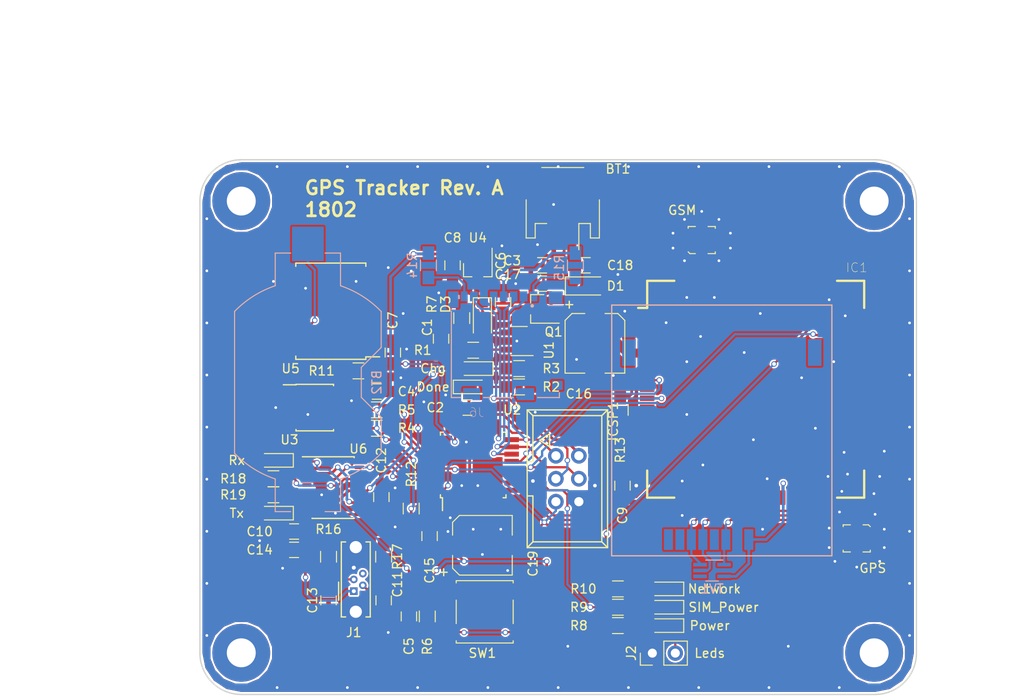
<source format=kicad_pcb>
(kicad_pcb (version 4) (host pcbnew 4.0.7)

  (general
    (links 314)
    (no_connects 0)
    (area 99.238999 68.758999 178.637001 128.091001)
    (thickness 1.6)
    (drawings 16)
    (tracks 609)
    (zones 0)
    (modules 192)
    (nets 110)
  )

  (page A4)
  (layers
    (0 F.Cu signal)
    (31 B.Cu signal)
    (32 B.Adhes user)
    (33 F.Adhes user)
    (34 B.Paste user)
    (35 F.Paste user)
    (36 B.SilkS user)
    (37 F.SilkS user)
    (38 B.Mask user)
    (39 F.Mask user)
    (40 Dwgs.User user)
    (41 Cmts.User user)
    (42 Eco1.User user)
    (43 Eco2.User user)
    (44 Edge.Cuts user)
    (45 Margin user)
    (46 B.CrtYd user)
    (47 F.CrtYd user)
    (48 B.Fab user hide)
    (49 F.Fab user hide)
  )

  (setup
    (last_trace_width 0.25)
    (trace_clearance 0.2)
    (zone_clearance 0.2)
    (zone_45_only yes)
    (trace_min 0.2)
    (segment_width 0.2)
    (edge_width 0.15)
    (via_size 0.6)
    (via_drill 0.4)
    (via_min_size 0.6)
    (via_min_drill 0.3)
    (uvia_size 0.3)
    (uvia_drill 0.1)
    (uvias_allowed no)
    (uvia_min_size 0.2)
    (uvia_min_drill 0.1)
    (pcb_text_width 0.3)
    (pcb_text_size 1.5 1.5)
    (mod_edge_width 0.15)
    (mod_text_size 1 1)
    (mod_text_width 0.15)
    (pad_size 2.1 2.1)
    (pad_drill 1.35)
    (pad_to_mask_clearance 0.2)
    (aux_axis_origin 0 0)
    (visible_elements 7FFFFF7F)
    (pcbplotparams
      (layerselection 0x011f0_80000001)
      (usegerberextensions true)
      (excludeedgelayer true)
      (linewidth 0.100000)
      (plotframeref false)
      (viasonmask false)
      (mode 1)
      (useauxorigin false)
      (hpglpennumber 1)
      (hpglpenspeed 20)
      (hpglpendiameter 15)
      (hpglpenoverlay 2)
      (psnegative false)
      (psa4output false)
      (plotreference true)
      (plotvalue true)
      (plotinvisibletext false)
      (padsonsilk false)
      (subtractmaskfromsilk false)
      (outputformat 1)
      (mirror false)
      (drillshape 0)
      (scaleselection 1)
      (outputdirectory "../../../tmp/kicad output - gps/"))
  )

  (net 0 "")
  (net 1 +BATT)
  (net 2 GND)
  (net 3 "Net-(BT2-Pad1)")
  (net 4 VBUS)
  (net 5 "Net-(C2-Pad1)")
  (net 6 +3V3)
  (net 7 /ARD_RST)
  (net 8 /DTR)
  (net 9 "Net-(C6-Pad1)")
  (net 10 /RTC_PWR)
  (net 11 "Net-(C9-Pad1)")
  (net 12 "Net-(C11-Pad1)")
  (net 13 "Net-(C13-Pad1)")
  (net 14 +2V8)
  (net 15 /SIM808_P)
  (net 16 "Net-(IC1-Pad9)")
  (net 17 /SIM808_RI)
  (net 18 "Net-(IC1-Pad11)")
  (net 19 "Net-(IC1-Pad12)")
  (net 20 "Net-(IC1-Pad13)")
  (net 21 /ARD_HRX)
  (net 22 /ARD_HTX)
  (net 23 "Net-(IC1-Pad19)")
  (net 24 "Net-(IC1-Pad20)")
  (net 25 "Net-(IC1-Pad21)")
  (net 26 "Net-(IC1-Pad22)")
  (net 27 "Net-(IC1-Pad23)")
  (net 28 "Net-(IC1-Pad24)")
  (net 29 "Net-(IC1-Pad25)")
  (net 30 "Net-(IC1-Pad26)")
  (net 31 "Net-(IC1-Pad27)")
  (net 32 +1V8)
  (net 33 /SIMDATA)
  (net 34 /SIMCLK)
  (net 35 /SIMRST)
  (net 36 "Net-(IC1-Pad33)")
  (net 37 "Net-(IC1-Pad37)")
  (net 38 "Net-(IC1-Pad38)")
  (net 39 "Net-(IC1-Pad39)")
  (net 40 "Net-(IC1-Pad41)")
  (net 41 "Net-(IC1-Pad42)")
  (net 42 "Net-(IC1-Pad43)")
  (net 43 "Net-(IC1-Pad44)")
  (net 44 "Net-(IC1-Pad45)")
  (net 45 "Net-(IC1-Pad46)")
  (net 46 "Net-(IC1-Pad47)")
  (net 47 "Net-(IC1-Pad48)")
  (net 48 /SIM808_S)
  (net 49 /NETWORK_LED)
  (net 50 "Net-(IC1-Pad53)")
  (net 51 "Net-(IC1-Pad55)")
  (net 52 "Net-(IC1-Pad56)")
  (net 53 "Net-(IC1-Pad57)")
  (net 54 "Net-(IC1-Pad58)")
  (net 55 "Net-(IC1-Pad59)")
  (net 56 "Net-(IC1-Pad60)")
  (net 57 "Net-(IC1-Pad61)")
  (net 58 "Net-(IC1-Pad62)")
  (net 59 "Net-(IC1-Pad63)")
  (net 60 /ARD_MISO)
  (net 61 /ARD_SCK)
  (net 62 /ARD_MOSI)
  (net 63 "Net-(J1-Pad4)")
  (net 64 "Net-(J2-Pad2)")
  (net 65 "Net-(J3-Pad6)")
  (net 66 "Net-(J6-Pad8)")
  (net 67 /ARD_IO10)
  (net 68 "Net-(J6-Pad1)")
  (net 69 "Net-(R1-Pad1)")
  (net 70 "Net-(R2-Pad2)")
  (net 71 /SDA)
  (net 72 /SCL)
  (net 73 /WAKE_UP)
  (net 74 "Net-(R16-Pad1)")
  (net 75 "Net-(R17-Pad2)")
  (net 76 "Net-(R18-Pad1)")
  (net 77 "Net-(R19-Pad1)")
  (net 78 "Net-(U2-Pad7)")
  (net 79 "Net-(U2-Pad8)")
  (net 80 "Net-(U2-Pad11)")
  (net 81 "Net-(U2-Pad19)")
  (net 82 "Net-(U2-Pad22)")
  (net 83 "Net-(U2-Pad24)")
  (net 84 "Net-(U2-Pad25)")
  (net 85 "Net-(U2-Pad26)")
  (net 86 /ARD_RX)
  (net 87 /ARD_TX)
  (net 88 "Net-(U3-Pad7)")
  (net 89 "Net-(U5-Pad1)")
  (net 90 "Net-(U5-Pad4)")
  (net 91 "Net-(U6-Pad2)")
  (net 92 +3V3_FDTI)
  (net 93 "Net-(U6-Pad5)")
  (net 94 "Net-(U6-Pad7)")
  (net 95 "Net-(U6-Pad8)")
  (net 96 "Net-(U6-Pad18)")
  (net 97 "Net-(U6-Pad19)")
  (net 98 "Net-(LED1-Pad1)")
  (net 99 "Net-(LED2-Pad2)")
  (net 100 "Net-(LED3-Pad2)")
  (net 101 "Net-(LED4-Pad2)")
  (net 102 "Net-(LED5-Pad2)")
  (net 103 "Net-(LED6-Pad2)")
  (net 104 "Net-(LED7-Pad2)")
  (net 105 "Net-(U2-Pad2)")
  (net 106 "Net-(TV1-Pad4)")
  (net 107 +3.3VP)
  (net 108 /GPS)
  (net 109 /GSM)

  (net_class Default "This is the default net class."
    (clearance 0.2)
    (trace_width 0.25)
    (via_dia 0.6)
    (via_drill 0.4)
    (uvia_dia 0.3)
    (uvia_drill 0.1)
    (add_net +3.3VP)
    (add_net /ARD_HRX)
    (add_net /ARD_HTX)
    (add_net /ARD_IO10)
    (add_net /ARD_MISO)
    (add_net /ARD_MOSI)
    (add_net /ARD_RST)
    (add_net /ARD_RX)
    (add_net /ARD_SCK)
    (add_net /ARD_TX)
    (add_net /DTR)
    (add_net /NETWORK_LED)
    (add_net /RTC_PWR)
    (add_net /SCL)
    (add_net /SDA)
    (add_net /SIM808_P)
    (add_net /SIM808_RI)
    (add_net /SIM808_S)
    (add_net /SIMCLK)
    (add_net /SIMDATA)
    (add_net /SIMRST)
    (add_net /WAKE_UP)
    (add_net GND)
    (add_net "Net-(BT2-Pad1)")
    (add_net "Net-(C11-Pad1)")
    (add_net "Net-(C13-Pad1)")
    (add_net "Net-(C2-Pad1)")
    (add_net "Net-(C6-Pad1)")
    (add_net "Net-(C9-Pad1)")
    (add_net "Net-(IC1-Pad11)")
    (add_net "Net-(IC1-Pad12)")
    (add_net "Net-(IC1-Pad13)")
    (add_net "Net-(IC1-Pad19)")
    (add_net "Net-(IC1-Pad20)")
    (add_net "Net-(IC1-Pad21)")
    (add_net "Net-(IC1-Pad22)")
    (add_net "Net-(IC1-Pad23)")
    (add_net "Net-(IC1-Pad24)")
    (add_net "Net-(IC1-Pad25)")
    (add_net "Net-(IC1-Pad26)")
    (add_net "Net-(IC1-Pad27)")
    (add_net "Net-(IC1-Pad33)")
    (add_net "Net-(IC1-Pad37)")
    (add_net "Net-(IC1-Pad38)")
    (add_net "Net-(IC1-Pad39)")
    (add_net "Net-(IC1-Pad41)")
    (add_net "Net-(IC1-Pad42)")
    (add_net "Net-(IC1-Pad43)")
    (add_net "Net-(IC1-Pad44)")
    (add_net "Net-(IC1-Pad45)")
    (add_net "Net-(IC1-Pad46)")
    (add_net "Net-(IC1-Pad47)")
    (add_net "Net-(IC1-Pad48)")
    (add_net "Net-(IC1-Pad53)")
    (add_net "Net-(IC1-Pad55)")
    (add_net "Net-(IC1-Pad56)")
    (add_net "Net-(IC1-Pad57)")
    (add_net "Net-(IC1-Pad58)")
    (add_net "Net-(IC1-Pad59)")
    (add_net "Net-(IC1-Pad60)")
    (add_net "Net-(IC1-Pad61)")
    (add_net "Net-(IC1-Pad62)")
    (add_net "Net-(IC1-Pad63)")
    (add_net "Net-(IC1-Pad9)")
    (add_net "Net-(J1-Pad4)")
    (add_net "Net-(J2-Pad2)")
    (add_net "Net-(J3-Pad6)")
    (add_net "Net-(J6-Pad1)")
    (add_net "Net-(J6-Pad8)")
    (add_net "Net-(LED1-Pad1)")
    (add_net "Net-(LED2-Pad2)")
    (add_net "Net-(LED3-Pad2)")
    (add_net "Net-(LED4-Pad2)")
    (add_net "Net-(LED5-Pad2)")
    (add_net "Net-(LED6-Pad2)")
    (add_net "Net-(LED7-Pad2)")
    (add_net "Net-(R1-Pad1)")
    (add_net "Net-(R16-Pad1)")
    (add_net "Net-(R17-Pad2)")
    (add_net "Net-(R18-Pad1)")
    (add_net "Net-(R19-Pad1)")
    (add_net "Net-(R2-Pad2)")
    (add_net "Net-(TV1-Pad4)")
    (add_net "Net-(U2-Pad11)")
    (add_net "Net-(U2-Pad19)")
    (add_net "Net-(U2-Pad2)")
    (add_net "Net-(U2-Pad22)")
    (add_net "Net-(U2-Pad24)")
    (add_net "Net-(U2-Pad25)")
    (add_net "Net-(U2-Pad26)")
    (add_net "Net-(U2-Pad7)")
    (add_net "Net-(U2-Pad8)")
    (add_net "Net-(U3-Pad7)")
    (add_net "Net-(U5-Pad1)")
    (add_net "Net-(U5-Pad4)")
    (add_net "Net-(U6-Pad18)")
    (add_net "Net-(U6-Pad19)")
    (add_net "Net-(U6-Pad2)")
    (add_net "Net-(U6-Pad5)")
    (add_net "Net-(U6-Pad7)")
    (add_net "Net-(U6-Pad8)")
  )

  (net_class High_Power ""
    (clearance 0.2)
    (trace_width 1)
    (via_dia 0.6)
    (via_drill 0.4)
    (uvia_dia 0.3)
    (uvia_drill 0.1)
    (add_net +BATT)
  )

  (net_class Low_power ""
    (clearance 0.2)
    (trace_width 0.3)
    (via_dia 0.6)
    (via_drill 0.4)
    (uvia_dia 0.3)
    (uvia_drill 0.1)
    (add_net +1V8)
    (add_net +2V8)
    (add_net +3V3)
    (add_net +3V3_FDTI)
    (add_net VBUS)
  )

  (net_class RF ""
    (clearance 0.2)
    (trace_width 1.5)
    (via_dia 0.6)
    (via_drill 0.4)
    (uvia_dia 0.3)
    (uvia_drill 0.1)
    (add_net /GPS)
    (add_net /GSM)
  )

  (module custom-conn:Via-0.6mm (layer F.Cu) (tedit 5A4D388C) (tstamp 5A5F45F5)
    (at 136.398 96.774)
    (fp_text reference VIA** (at 0 1.27) (layer F.SilkS) hide
      (effects (font (size 1 1) (thickness 0.15)))
    )
    (fp_text value Via-0.6mm (at 0 -1.016) (layer F.Fab) hide
      (effects (font (size 1 1) (thickness 0.15)))
    )
    (pad 1 thru_hole circle (at 0 0) (size 0.6 0.6) (drill 0.3) (layers *.Cu)
      (net 2 GND) (zone_connect 2))
  )

  (module custom-conn:Via-0.6mm (layer F.Cu) (tedit 5A4D388C) (tstamp 5A5F45D7)
    (at 122.682 81.153)
    (fp_text reference VIA** (at 0 1.27) (layer F.SilkS) hide
      (effects (font (size 1 1) (thickness 0.15)))
    )
    (fp_text value Via-0.6mm (at 0 -1.016) (layer F.Fab) hide
      (effects (font (size 1 1) (thickness 0.15)))
    )
    (pad 1 thru_hole circle (at 0 0) (size 0.6 0.6) (drill 0.3) (layers *.Cu)
      (net 2 GND) (zone_connect 2))
  )

  (module 104031-0811:MOLEX_104031-0811 (layer B.Cu) (tedit 5A5E4A61) (tstamp 5A36A08F)
    (at 133.096 89.154)
    (path /5A2F1BF7)
    (attr smd)
    (fp_text reference J6 (at -3.18735 7.64968) (layer B.SilkS)
      (effects (font (size 1.0039 1.0039) (thickness 0.05)) (justify mirror))
    )
    (fp_text value Micro_SD_Card (at -2.54813 -7.00732) (layer B.SilkS) hide
      (effects (font (size 1.00319 1.00319) (thickness 0.05)) (justify mirror))
    )
    (fp_line (start -4.953 6) (end -5.975 6) (layer B.SilkS) (width 0.127))
    (fp_line (start -5.975 6) (end -5.975 -3.556) (layer B.SilkS) (width 0.127))
    (fp_line (start 3.556 6) (end 5.975 6) (layer B.SilkS) (width 0.127))
    (fp_line (start 5.975 6) (end 5.975 5.461) (layer B.SilkS) (width 0.127))
    (fp_line (start 0.889 6) (end -2.413 6) (layer B.SilkS) (width 0.127))
    (fp_line (start -5.975 6) (end 5.975 6) (layer Dwgs.User) (width 0.1))
    (fp_line (start 5.975 6) (end 5.975 -5.45) (layer Dwgs.User) (width 0.1))
    (fp_line (start 5.975 -5.45) (end -5.975 -5.45) (layer Dwgs.User) (width 0.1))
    (fp_line (start -5.975 -5.45) (end -5.975 6) (layer Dwgs.User) (width 0.1))
    (fp_line (start -6.731 -6.096) (end 6.604 -6.096) (layer Dwgs.User) (width 0.05))
    (fp_line (start 6.604 -6.096) (end 6.604 6.604) (layer Dwgs.User) (width 0.05))
    (fp_line (start 6.604 6.604) (end -6.731 6.604) (layer Dwgs.User) (width 0.05))
    (fp_line (start -6.731 6.604) (end -6.731 -6.096) (layer Dwgs.User) (width 0.05))
    (fp_circle (center 2.968 -4.151) (end 3.068 -4.151) (layer B.SilkS) (width 0.2))
    (pad 8 smd rect (at -4.545 -5.2) (size 0.75 1.1) (layers B.Cu B.Paste B.Mask)
      (net 66 "Net-(J6-Pad8)"))
    (pad 7 smd rect (at -3.495 -5.2) (size 0.85 1.1) (layers B.Cu B.Paste B.Mask)
      (net 60 /ARD_MISO))
    (pad 6 smd rect (at -2.395 -5.2) (size 0.85 1.1) (layers B.Cu B.Paste B.Mask)
      (net 2 GND))
    (pad 5 smd rect (at -1.295 -5.2) (size 0.85 1.1) (layers B.Cu B.Paste B.Mask)
      (net 61 /ARD_SCK))
    (pad 4 smd rect (at -0.195 -5.2) (size 0.85 1.1) (layers B.Cu B.Paste B.Mask)
      (net 6 +3V3))
    (pad 3 smd rect (at 0.905 -5.2) (size 0.85 1.1) (layers B.Cu B.Paste B.Mask)
      (net 62 /ARD_MOSI))
    (pad 2 smd rect (at 2.005 -5.2) (size 0.875 1.1) (layers B.Cu B.Paste B.Mask)
      (net 67 /ARD_IO10))
    (pad 1 smd rect (at 3.105 -5.2) (size 0.85 1.1) (layers B.Cu B.Paste B.Mask)
      (net 68 "Net-(J6-Pad1)"))
    (pad 9 smd rect (at 5.74 0.95) (size 1.2 1) (layers B.Cu B.Paste B.Mask)
      (net 2 GND))
    (pad 10 smd rect (at 5.74 4.65) (size 1.2 1) (layers B.Cu B.Paste B.Mask))
    (pad G3 smd rect (at -3.73 5.625) (size 1.9 1.35) (layers B.Cu B.Paste B.Mask))
    (pad G4 smd rect (at 2.24 5.625) (size 1.9 1.35) (layers B.Cu B.Paste B.Mask))
    (pad G2 smd rect (at -5.755 -4.85) (size 1.17 1.8) (layers B.Cu B.Paste B.Mask))
    (pad G1 smd rect (at 5.565 -5.075) (size 1.55 1.35) (layers B.Cu B.Paste B.Mask))
  )

  (module custom-conn:Via-0.6mm (layer F.Cu) (tedit 5A4D388C) (tstamp 5A5F44C1)
    (at 132.715 78.359)
    (fp_text reference VIA** (at 0 1.27) (layer F.SilkS) hide
      (effects (font (size 1 1) (thickness 0.15)))
    )
    (fp_text value Via-0.6mm (at 0 -1.016) (layer F.Fab) hide
      (effects (font (size 1 1) (thickness 0.15)))
    )
    (pad 1 thru_hole circle (at 0 0) (size 0.6 0.6) (drill 0.3) (layers *.Cu)
      (net 2 GND) (zone_connect 2))
  )

  (module custom-conn:Via-0.6mm (layer F.Cu) (tedit 5A4D388C) (tstamp 5A53E148)
    (at 162.052 104.14)
    (fp_text reference VIA** (at 0 1.27) (layer F.SilkS) hide
      (effects (font (size 1 1) (thickness 0.15)))
    )
    (fp_text value Via-0.6mm (at 0 -1.016) (layer F.Fab) hide
      (effects (font (size 1 1) (thickness 0.15)))
    )
    (pad 1 thru_hole circle (at 0 0) (size 0.6 0.6) (drill 0.3) (layers *.Cu)
      (net 2 GND) (zone_connect 2))
  )

  (module custom-conn:Via-0.6mm (layer F.Cu) (tedit 5A4D388C) (tstamp 5A53E115)
    (at 161.544 109.728)
    (fp_text reference VIA** (at 0 1.27) (layer F.SilkS) hide
      (effects (font (size 1 1) (thickness 0.15)))
    )
    (fp_text value Via-0.6mm (at 0 -1.016) (layer F.Fab) hide
      (effects (font (size 1 1) (thickness 0.15)))
    )
    (pad 1 thru_hole circle (at 0 0) (size 0.6 0.6) (drill 0.3) (layers *.Cu)
      (net 2 GND) (zone_connect 2))
  )

  (module acronet:47553-0001 (layer B.Cu) (tedit 5A53E0DF) (tstamp 5A36A06D)
    (at 151.13 90.17 90)
    (descr "Molex 47553-0001 1.27mm-pitch 6-circuit SIM Card Holder (SMD)")
    (tags "SIM CARD HOLDER")
    (path /59A3994A)
    (fp_text reference J3 (at 0 -9.37 90) (layer B.SilkS) hide
      (effects (font (size 1.00076 1.00076) (thickness 0.20066)) (justify mirror))
    )
    (fp_text value 47553-0001 (at 0 21.18 90) (layer B.SilkS) hide
      (effects (font (size 1.00076 1.00076) (thickness 0.20066)) (justify mirror))
    )
    (fp_line (start -22.5 -6.28) (end 5.25 -6.27) (layer B.SilkS) (width 0.14986))
    (fp_line (start -22.5 18.08) (end 5.25 18.08) (layer B.SilkS) (width 0.14986))
    (fp_line (start 5.25 18.08) (end 5.25 -6.27) (layer B.SilkS) (width 0.14986))
    (fp_line (start -22.5 -6.27) (end -22.5 18.08) (layer B.SilkS) (width 0.14986))
    (pad 3 smd rect (at -20.7 3.81 90) (size 2.3 1) (layers B.Cu B.Paste B.Mask)
      (net 34 /SIMCLK))
    (pad CD1 smd rect (at -20.7 1.27 90) (size 2.3 1) (layers B.Cu B.Paste B.Mask))
    (pad CD2 smd rect (at -20.7 0 90) (size 2.3 1) (layers B.Cu B.Paste B.Mask))
    (pad 2 smd rect (at -20.7 6.35 90) (size 2.3 1) (layers B.Cu B.Paste B.Mask)
      (net 35 /SIMRST))
    (pad 1 smd rect (at -20.7 8.89 90) (size 2.3 1) (layers B.Cu B.Paste B.Mask)
      (net 32 +1V8))
    (pad 7 smd rect (at -20.7 2.54 90) (size 2.3 1) (layers B.Cu B.Paste B.Mask)
      (net 33 /SIMDATA))
    (pad 5 smd rect (at -20.7 7.62 90) (size 2.3 1) (layers B.Cu B.Paste B.Mask)
      (net 2 GND))
    (pad 6 smd rect (at -20.7 5.08 90) (size 2.3 1) (layers B.Cu B.Paste B.Mask)
      (net 65 "Net-(J3-Pad6)"))
    (pad GND1 smd rect (at 0 16.18 90) (size 2.95 1.5) (layers B.Cu B.Paste B.Mask))
    (pad GND2 smd rect (at 0 -4.37 90) (size 2.95 1.5) (layers B.Cu B.Paste B.Mask))
  )

  (module custom-conn:Via-0.6mm (layer F.Cu) (tedit 5A4D388C) (tstamp 5A52B3D0)
    (at 175.006 101.092)
    (fp_text reference VIA** (at 0 1.27) (layer F.SilkS) hide
      (effects (font (size 1 1) (thickness 0.15)))
    )
    (fp_text value Via-0.6mm (at 0 -1.016) (layer F.Fab) hide
      (effects (font (size 1 1) (thickness 0.15)))
    )
    (pad 1 thru_hole circle (at 0 0) (size 0.6 0.6) (drill 0.3) (layers *.Cu)
      (net 2 GND) (zone_connect 2))
  )

  (module custom-conn:Via-0.6mm (layer F.Cu) (tedit 5A4D388C) (tstamp 5A52B050)
    (at 164.3888 122.682)
    (fp_text reference VIA** (at 0 1.27) (layer F.SilkS) hide
      (effects (font (size 1 1) (thickness 0.15)))
    )
    (fp_text value Via-0.6mm (at 0 -1.016) (layer F.Fab) hide
      (effects (font (size 1 1) (thickness 0.15)))
    )
    (pad 1 thru_hole circle (at 0 0) (size 0.6 0.6) (drill 0.3) (layers *.Cu)
      (net 2 GND) (zone_connect 2))
  )

  (module custom-conn:Via-0.6mm (layer F.Cu) (tedit 5A4D388C) (tstamp 5A52B040)
    (at 140.0048 122.682)
    (fp_text reference VIA** (at 0 1.27) (layer F.SilkS) hide
      (effects (font (size 1 1) (thickness 0.15)))
    )
    (fp_text value Via-0.6mm (at 0 -1.016) (layer F.Fab) hide
      (effects (font (size 1 1) (thickness 0.15)))
    )
    (pad 1 thru_hole circle (at 0 0) (size 0.6 0.6) (drill 0.3) (layers *.Cu)
      (net 2 GND) (zone_connect 2))
  )

  (module custom-conn:Via-0.6mm (layer F.Cu) (tedit 5A4D388C) (tstamp 5A52B030)
    (at 120.142 121.158)
    (fp_text reference VIA** (at 0 1.27) (layer F.SilkS) hide
      (effects (font (size 1 1) (thickness 0.15)))
    )
    (fp_text value Via-0.6mm (at 0 -1.016) (layer F.Fab) hide
      (effects (font (size 1 1) (thickness 0.15)))
    )
    (pad 1 thru_hole circle (at 0 0) (size 0.6 0.6) (drill 0.3) (layers *.Cu)
      (net 2 GND) (zone_connect 2))
  )

  (module custom-conn:Via-0.6mm (layer F.Cu) (tedit 5A4D388C) (tstamp 5A52B029)
    (at 114.3 107.95)
    (fp_text reference VIA** (at 0 1.27) (layer F.SilkS) hide
      (effects (font (size 1 1) (thickness 0.15)))
    )
    (fp_text value Via-0.6mm (at 0 -1.016) (layer F.Fab) hide
      (effects (font (size 1 1) (thickness 0.15)))
    )
    (pad 1 thru_hole circle (at 0 0) (size 0.6 0.6) (drill 0.3) (layers *.Cu)
      (net 2 GND) (zone_connect 2))
  )

  (module Capacitors_SMD:C_0805_HandSoldering (layer F.Cu) (tedit 5A36E382) (tstamp 5A369F95)
    (at 120.65 90.17 90)
    (descr "Capacitor SMD 0805, hand soldering")
    (tags "capacitor 0805")
    (path /5A3745DB)
    (attr smd)
    (fp_text reference C7 (at 3.556 0 90) (layer F.SilkS)
      (effects (font (size 1 1) (thickness 0.15)))
    )
    (fp_text value 0.1uF (at 0 1.75 90) (layer F.Fab) hide
      (effects (font (size 1 1) (thickness 0.15)))
    )
    (fp_text user %R (at 0 -1.75 90) (layer F.Fab)
      (effects (font (size 1 1) (thickness 0.15)))
    )
    (fp_line (start -1 0.62) (end -1 -0.62) (layer F.Fab) (width 0.1))
    (fp_line (start 1 0.62) (end -1 0.62) (layer F.Fab) (width 0.1))
    (fp_line (start 1 -0.62) (end 1 0.62) (layer F.Fab) (width 0.1))
    (fp_line (start -1 -0.62) (end 1 -0.62) (layer F.Fab) (width 0.1))
    (fp_line (start 0.5 -0.85) (end -0.5 -0.85) (layer F.SilkS) (width 0.12))
    (fp_line (start -0.5 0.85) (end 0.5 0.85) (layer F.SilkS) (width 0.12))
    (fp_line (start -2.25 -0.88) (end 2.25 -0.88) (layer F.CrtYd) (width 0.05))
    (fp_line (start -2.25 -0.88) (end -2.25 0.87) (layer F.CrtYd) (width 0.05))
    (fp_line (start 2.25 0.87) (end 2.25 -0.88) (layer F.CrtYd) (width 0.05))
    (fp_line (start 2.25 0.87) (end -2.25 0.87) (layer F.CrtYd) (width 0.05))
    (pad 1 smd rect (at -1.25 0 90) (size 1.5 1.25) (layers F.Cu F.Paste F.Mask)
      (net 10 /RTC_PWR))
    (pad 2 smd rect (at 1.25 0 90) (size 1.5 1.25) (layers F.Cu F.Paste F.Mask)
      (net 2 GND))
    (model Capacitors_SMD.3dshapes/C_0805.wrl
      (at (xyz 0 0 0))
      (scale (xyz 1 1 1))
      (rotate (xyz 0 0 0))
    )
  )

  (module custom-conn:Via-0.6mm (layer F.Cu) (tedit 5A4D388C) (tstamp 5A52AE0C)
    (at 175.006 111.76)
    (fp_text reference VIA** (at 0 1.27) (layer F.SilkS) hide
      (effects (font (size 1 1) (thickness 0.15)))
    )
    (fp_text value Via-0.6mm (at 0 -1.016) (layer F.Fab) hide
      (effects (font (size 1 1) (thickness 0.15)))
    )
    (pad 1 thru_hole circle (at 0 0) (size 0.6 0.6) (drill 0.3) (layers *.Cu)
      (net 2 GND) (zone_connect 2))
  )

  (module custom-conn:Via-0.6mm (layer F.Cu) (tedit 5A4D388C) (tstamp 5A52AB24)
    (at 177.8 121.4882)
    (fp_text reference VIA** (at 0 1.27) (layer F.SilkS) hide
      (effects (font (size 1 1) (thickness 0.15)))
    )
    (fp_text value Via-0.6mm (at 0 -1.016) (layer F.Fab) hide
      (effects (font (size 1 1) (thickness 0.15)))
    )
    (pad 1 thru_hole circle (at 0 0) (size 0.6 0.6) (drill 0.3) (layers *.Cu)
      (net 2 GND) (zone_connect 2))
  )

  (module custom-conn:Via-0.6mm (layer F.Cu) (tedit 5A4D388C) (tstamp 5A52AB20)
    (at 177.8 115.7224)
    (fp_text reference VIA** (at 0 1.27) (layer F.SilkS) hide
      (effects (font (size 1 1) (thickness 0.15)))
    )
    (fp_text value Via-0.6mm (at 0 -1.016) (layer F.Fab) hide
      (effects (font (size 1 1) (thickness 0.15)))
    )
    (pad 1 thru_hole circle (at 0 0) (size 0.6 0.6) (drill 0.3) (layers *.Cu)
      (net 2 GND) (zone_connect 2))
  )

  (module custom-conn:Via-0.6mm (layer F.Cu) (tedit 5A4D388C) (tstamp 5A52AB1C)
    (at 177.8 109.9566)
    (fp_text reference VIA** (at 0 1.27) (layer F.SilkS) hide
      (effects (font (size 1 1) (thickness 0.15)))
    )
    (fp_text value Via-0.6mm (at 0 -1.016) (layer F.Fab) hide
      (effects (font (size 1 1) (thickness 0.15)))
    )
    (pad 1 thru_hole circle (at 0 0) (size 0.6 0.6) (drill 0.3) (layers *.Cu)
      (net 2 GND) (zone_connect 2))
  )

  (module custom-conn:Via-0.6mm (layer F.Cu) (tedit 5A4D388C) (tstamp 5A52AB18)
    (at 177.8 104.1908)
    (fp_text reference VIA** (at 0 1.27) (layer F.SilkS) hide
      (effects (font (size 1 1) (thickness 0.15)))
    )
    (fp_text value Via-0.6mm (at 0 -1.016) (layer F.Fab) hide
      (effects (font (size 1 1) (thickness 0.15)))
    )
    (pad 1 thru_hole circle (at 0 0) (size 0.6 0.6) (drill 0.3) (layers *.Cu)
      (net 2 GND) (zone_connect 2))
  )

  (module custom-conn:Via-0.6mm (layer F.Cu) (tedit 5A4D388C) (tstamp 5A52AB14)
    (at 177.8 98.425)
    (fp_text reference VIA** (at 0 1.27) (layer F.SilkS) hide
      (effects (font (size 1 1) (thickness 0.15)))
    )
    (fp_text value Via-0.6mm (at 0 -1.016) (layer F.Fab) hide
      (effects (font (size 1 1) (thickness 0.15)))
    )
    (pad 1 thru_hole circle (at 0 0) (size 0.6 0.6) (drill 0.3) (layers *.Cu)
      (net 2 GND) (zone_connect 2))
  )

  (module custom-conn:Via-0.6mm (layer F.Cu) (tedit 5A4D388C) (tstamp 5A52AB10)
    (at 177.8 92.6592)
    (fp_text reference VIA** (at 0 1.27) (layer F.SilkS) hide
      (effects (font (size 1 1) (thickness 0.15)))
    )
    (fp_text value Via-0.6mm (at 0 -1.016) (layer F.Fab) hide
      (effects (font (size 1 1) (thickness 0.15)))
    )
    (pad 1 thru_hole circle (at 0 0) (size 0.6 0.6) (drill 0.3) (layers *.Cu)
      (net 2 GND) (zone_connect 2))
  )

  (module custom-conn:Via-0.6mm (layer F.Cu) (tedit 5A4D388C) (tstamp 5A52AB0C)
    (at 177.8 86.8934)
    (fp_text reference VIA** (at 0 1.27) (layer F.SilkS) hide
      (effects (font (size 1 1) (thickness 0.15)))
    )
    (fp_text value Via-0.6mm (at 0 -1.016) (layer F.Fab) hide
      (effects (font (size 1 1) (thickness 0.15)))
    )
    (pad 1 thru_hole circle (at 0 0) (size 0.6 0.6) (drill 0.3) (layers *.Cu)
      (net 2 GND) (zone_connect 2))
  )

  (module custom-conn:Via-0.6mm (layer F.Cu) (tedit 5A4D388C) (tstamp 5A52AB08)
    (at 177.8 81.1276)
    (fp_text reference VIA** (at 0 1.27) (layer F.SilkS) hide
      (effects (font (size 1 1) (thickness 0.15)))
    )
    (fp_text value Via-0.6mm (at 0 -1.016) (layer F.Fab) hide
      (effects (font (size 1 1) (thickness 0.15)))
    )
    (pad 1 thru_hole circle (at 0 0) (size 0.6 0.6) (drill 0.3) (layers *.Cu)
      (net 2 GND) (zone_connect 2))
  )

  (module custom-conn:Via-0.6mm (layer F.Cu) (tedit 5A4D388C) (tstamp 5A52AB04)
    (at 177.8 75.3618)
    (fp_text reference VIA** (at 0 1.27) (layer F.SilkS) hide
      (effects (font (size 1 1) (thickness 0.15)))
    )
    (fp_text value Via-0.6mm (at 0 -1.016) (layer F.Fab) hide
      (effects (font (size 1 1) (thickness 0.15)))
    )
    (pad 1 thru_hole circle (at 0 0) (size 0.6 0.6) (drill 0.3) (layers *.Cu)
      (net 2 GND) (zone_connect 2))
  )

  (module custom-conn:Via-0.6mm (layer F.Cu) (tedit 5A4D388C) (tstamp 5A52AAFB)
    (at 170.0276 127.254)
    (fp_text reference VIA** (at 0 1.27) (layer F.SilkS) hide
      (effects (font (size 1 1) (thickness 0.15)))
    )
    (fp_text value Via-0.6mm (at 0 -1.016) (layer F.Fab) hide
      (effects (font (size 1 1) (thickness 0.15)))
    )
    (pad 1 thru_hole circle (at 0 0) (size 0.6 0.6) (drill 0.3) (layers *.Cu)
      (net 2 GND) (zone_connect 2))
  )

  (module custom-conn:Via-0.6mm (layer F.Cu) (tedit 5A4D388C) (tstamp 5A52AAF7)
    (at 162.2552 127.254)
    (fp_text reference VIA** (at 0 1.27) (layer F.SilkS) hide
      (effects (font (size 1 1) (thickness 0.15)))
    )
    (fp_text value Via-0.6mm (at 0 -1.016) (layer F.Fab) hide
      (effects (font (size 1 1) (thickness 0.15)))
    )
    (pad 1 thru_hole circle (at 0 0) (size 0.6 0.6) (drill 0.3) (layers *.Cu)
      (net 2 GND) (zone_connect 2))
  )

  (module custom-conn:Via-0.6mm (layer F.Cu) (tedit 5A4D388C) (tstamp 5A52AAF3)
    (at 154.4828 127.254)
    (fp_text reference VIA** (at 0 1.27) (layer F.SilkS) hide
      (effects (font (size 1 1) (thickness 0.15)))
    )
    (fp_text value Via-0.6mm (at 0 -1.016) (layer F.Fab) hide
      (effects (font (size 1 1) (thickness 0.15)))
    )
    (pad 1 thru_hole circle (at 0 0) (size 0.6 0.6) (drill 0.3) (layers *.Cu)
      (net 2 GND) (zone_connect 2))
  )

  (module custom-conn:Via-0.6mm (layer F.Cu) (tedit 5A4D388C) (tstamp 5A52AAEF)
    (at 146.7104 127.254)
    (fp_text reference VIA** (at 0 1.27) (layer F.SilkS) hide
      (effects (font (size 1 1) (thickness 0.15)))
    )
    (fp_text value Via-0.6mm (at 0 -1.016) (layer F.Fab) hide
      (effects (font (size 1 1) (thickness 0.15)))
    )
    (pad 1 thru_hole circle (at 0 0) (size 0.6 0.6) (drill 0.3) (layers *.Cu)
      (net 2 GND) (zone_connect 2))
  )

  (module custom-conn:Via-0.6mm (layer F.Cu) (tedit 5A4D388C) (tstamp 5A52AAEB)
    (at 138.938 127.254)
    (fp_text reference VIA** (at 0 1.27) (layer F.SilkS) hide
      (effects (font (size 1 1) (thickness 0.15)))
    )
    (fp_text value Via-0.6mm (at 0 -1.016) (layer F.Fab) hide
      (effects (font (size 1 1) (thickness 0.15)))
    )
    (pad 1 thru_hole circle (at 0 0) (size 0.6 0.6) (drill 0.3) (layers *.Cu)
      (net 2 GND) (zone_connect 2))
  )

  (module custom-conn:Via-0.6mm (layer F.Cu) (tedit 5A4D388C) (tstamp 5A52AAE7)
    (at 131.1656 127.254)
    (fp_text reference VIA** (at 0 1.27) (layer F.SilkS) hide
      (effects (font (size 1 1) (thickness 0.15)))
    )
    (fp_text value Via-0.6mm (at 0 -1.016) (layer F.Fab) hide
      (effects (font (size 1 1) (thickness 0.15)))
    )
    (pad 1 thru_hole circle (at 0 0) (size 0.6 0.6) (drill 0.3) (layers *.Cu)
      (net 2 GND) (zone_connect 2))
  )

  (module custom-conn:Via-0.6mm (layer F.Cu) (tedit 5A4D388C) (tstamp 5A52AAE3)
    (at 123.3932 127.254)
    (fp_text reference VIA** (at 0 1.27) (layer F.SilkS) hide
      (effects (font (size 1 1) (thickness 0.15)))
    )
    (fp_text value Via-0.6mm (at 0 -1.016) (layer F.Fab) hide
      (effects (font (size 1 1) (thickness 0.15)))
    )
    (pad 1 thru_hole circle (at 0 0) (size 0.6 0.6) (drill 0.3) (layers *.Cu)
      (net 2 GND) (zone_connect 2))
  )

  (module custom-conn:Via-0.6mm (layer F.Cu) (tedit 5A4D388C) (tstamp 5A52AADF)
    (at 115.6208 127.254)
    (fp_text reference VIA** (at 0 1.27) (layer F.SilkS) hide
      (effects (font (size 1 1) (thickness 0.15)))
    )
    (fp_text value Via-0.6mm (at 0 -1.016) (layer F.Fab) hide
      (effects (font (size 1 1) (thickness 0.15)))
    )
    (pad 1 thru_hole circle (at 0 0) (size 0.6 0.6) (drill 0.3) (layers *.Cu)
      (net 2 GND) (zone_connect 2))
  )

  (module custom-conn:Via-0.6mm (layer F.Cu) (tedit 5A4D388C) (tstamp 5A52AADB)
    (at 107.8484 127.254)
    (fp_text reference VIA** (at 0 1.27) (layer F.SilkS) hide
      (effects (font (size 1 1) (thickness 0.15)))
    )
    (fp_text value Via-0.6mm (at 0 -1.016) (layer F.Fab) hide
      (effects (font (size 1 1) (thickness 0.15)))
    )
    (pad 1 thru_hole circle (at 0 0) (size 0.6 0.6) (drill 0.3) (layers *.Cu)
      (net 2 GND) (zone_connect 2))
  )

  (module custom-conn:Via-0.6mm (layer F.Cu) (tedit 5A4D388C) (tstamp 5A52AAD0)
    (at 100.076 121.4882)
    (fp_text reference VIA** (at 0 1.27) (layer F.SilkS) hide
      (effects (font (size 1 1) (thickness 0.15)))
    )
    (fp_text value Via-0.6mm (at 0 -1.016) (layer F.Fab) hide
      (effects (font (size 1 1) (thickness 0.15)))
    )
    (pad 1 thru_hole circle (at 0 0) (size 0.6 0.6) (drill 0.3) (layers *.Cu)
      (net 2 GND) (zone_connect 2))
  )

  (module custom-conn:Via-0.6mm (layer F.Cu) (tedit 5A4D388C) (tstamp 5A52AACC)
    (at 100.076 115.7224)
    (fp_text reference VIA** (at 0 1.27) (layer F.SilkS) hide
      (effects (font (size 1 1) (thickness 0.15)))
    )
    (fp_text value Via-0.6mm (at 0 -1.016) (layer F.Fab) hide
      (effects (font (size 1 1) (thickness 0.15)))
    )
    (pad 1 thru_hole circle (at 0 0) (size 0.6 0.6) (drill 0.3) (layers *.Cu)
      (net 2 GND) (zone_connect 2))
  )

  (module custom-conn:Via-0.6mm (layer F.Cu) (tedit 5A4D388C) (tstamp 5A52AAC8)
    (at 100.076 109.9566)
    (fp_text reference VIA** (at 0 1.27) (layer F.SilkS) hide
      (effects (font (size 1 1) (thickness 0.15)))
    )
    (fp_text value Via-0.6mm (at 0 -1.016) (layer F.Fab) hide
      (effects (font (size 1 1) (thickness 0.15)))
    )
    (pad 1 thru_hole circle (at 0 0) (size 0.6 0.6) (drill 0.3) (layers *.Cu)
      (net 2 GND) (zone_connect 2))
  )

  (module custom-conn:Via-0.6mm (layer F.Cu) (tedit 5A4D388C) (tstamp 5A52AAC4)
    (at 100.076 104.1908)
    (fp_text reference VIA** (at 0 1.27) (layer F.SilkS) hide
      (effects (font (size 1 1) (thickness 0.15)))
    )
    (fp_text value Via-0.6mm (at 0 -1.016) (layer F.Fab) hide
      (effects (font (size 1 1) (thickness 0.15)))
    )
    (pad 1 thru_hole circle (at 0 0) (size 0.6 0.6) (drill 0.3) (layers *.Cu)
      (net 2 GND) (zone_connect 2))
  )

  (module custom-conn:Via-0.6mm (layer F.Cu) (tedit 5A4D388C) (tstamp 5A52AAC0)
    (at 100.076 98.425)
    (fp_text reference VIA** (at 0 1.27) (layer F.SilkS) hide
      (effects (font (size 1 1) (thickness 0.15)))
    )
    (fp_text value Via-0.6mm (at 0 -1.016) (layer F.Fab) hide
      (effects (font (size 1 1) (thickness 0.15)))
    )
    (pad 1 thru_hole circle (at 0 0) (size 0.6 0.6) (drill 0.3) (layers *.Cu)
      (net 2 GND) (zone_connect 2))
  )

  (module custom-conn:Via-0.6mm (layer F.Cu) (tedit 5A4D388C) (tstamp 5A52AABC)
    (at 100.076 92.6592)
    (fp_text reference VIA** (at 0 1.27) (layer F.SilkS) hide
      (effects (font (size 1 1) (thickness 0.15)))
    )
    (fp_text value Via-0.6mm (at 0 -1.016) (layer F.Fab) hide
      (effects (font (size 1 1) (thickness 0.15)))
    )
    (pad 1 thru_hole circle (at 0 0) (size 0.6 0.6) (drill 0.3) (layers *.Cu)
      (net 2 GND) (zone_connect 2))
  )

  (module custom-conn:Via-0.6mm (layer F.Cu) (tedit 5A4D388C) (tstamp 5A52AAB8)
    (at 100.076 86.8934)
    (fp_text reference VIA** (at 0 1.27) (layer F.SilkS) hide
      (effects (font (size 1 1) (thickness 0.15)))
    )
    (fp_text value Via-0.6mm (at 0 -1.016) (layer F.Fab) hide
      (effects (font (size 1 1) (thickness 0.15)))
    )
    (pad 1 thru_hole circle (at 0 0) (size 0.6 0.6) (drill 0.3) (layers *.Cu)
      (net 2 GND) (zone_connect 2))
  )

  (module custom-conn:Via-0.6mm (layer F.Cu) (tedit 5A4D388C) (tstamp 5A52AAB4)
    (at 100.076 81.1276)
    (fp_text reference VIA** (at 0 1.27) (layer F.SilkS) hide
      (effects (font (size 1 1) (thickness 0.15)))
    )
    (fp_text value Via-0.6mm (at 0 -1.016) (layer F.Fab) hide
      (effects (font (size 1 1) (thickness 0.15)))
    )
    (pad 1 thru_hole circle (at 0 0) (size 0.6 0.6) (drill 0.3) (layers *.Cu)
      (net 2 GND) (zone_connect 2))
  )

  (module custom-conn:Via-0.6mm (layer F.Cu) (tedit 5A4D388C) (tstamp 5A52AAB0)
    (at 100.076 75.3618)
    (fp_text reference VIA** (at 0 1.27) (layer F.SilkS) hide
      (effects (font (size 1 1) (thickness 0.15)))
    )
    (fp_text value Via-0.6mm (at 0 -1.016) (layer F.Fab) hide
      (effects (font (size 1 1) (thickness 0.15)))
    )
    (pad 1 thru_hole circle (at 0 0) (size 0.6 0.6) (drill 0.3) (layers *.Cu)
      (net 2 GND) (zone_connect 2))
  )

  (module custom-conn:Via-0.6mm (layer F.Cu) (tedit 5A4D388C) (tstamp 5A52AAA8)
    (at 170.0276 69.596)
    (fp_text reference VIA** (at 0 1.27) (layer F.SilkS) hide
      (effects (font (size 1 1) (thickness 0.15)))
    )
    (fp_text value Via-0.6mm (at 0 -1.016) (layer F.Fab) hide
      (effects (font (size 1 1) (thickness 0.15)))
    )
    (pad 1 thru_hole circle (at 0 0) (size 0.6 0.6) (drill 0.3) (layers *.Cu)
      (net 2 GND) (zone_connect 2))
  )

  (module custom-conn:Via-0.6mm (layer F.Cu) (tedit 5A4D388C) (tstamp 5A52AAA4)
    (at 162.2552 69.596)
    (fp_text reference VIA** (at 0 1.27) (layer F.SilkS) hide
      (effects (font (size 1 1) (thickness 0.15)))
    )
    (fp_text value Via-0.6mm (at 0 -1.016) (layer F.Fab) hide
      (effects (font (size 1 1) (thickness 0.15)))
    )
    (pad 1 thru_hole circle (at 0 0) (size 0.6 0.6) (drill 0.3) (layers *.Cu)
      (net 2 GND) (zone_connect 2))
  )

  (module custom-conn:Via-0.6mm (layer F.Cu) (tedit 5A4D388C) (tstamp 5A52AAA0)
    (at 154.4828 69.596)
    (fp_text reference VIA** (at 0 1.27) (layer F.SilkS) hide
      (effects (font (size 1 1) (thickness 0.15)))
    )
    (fp_text value Via-0.6mm (at 0 -1.016) (layer F.Fab) hide
      (effects (font (size 1 1) (thickness 0.15)))
    )
    (pad 1 thru_hole circle (at 0 0) (size 0.6 0.6) (drill 0.3) (layers *.Cu)
      (net 2 GND) (zone_connect 2))
  )

  (module custom-conn:Via-0.6mm (layer F.Cu) (tedit 5A4D388C) (tstamp 5A52AA9C)
    (at 146.7104 69.596)
    (fp_text reference VIA** (at 0 1.27) (layer F.SilkS) hide
      (effects (font (size 1 1) (thickness 0.15)))
    )
    (fp_text value Via-0.6mm (at 0 -1.016) (layer F.Fab) hide
      (effects (font (size 1 1) (thickness 0.15)))
    )
    (pad 1 thru_hole circle (at 0 0) (size 0.6 0.6) (drill 0.3) (layers *.Cu)
      (net 2 GND) (zone_connect 2))
  )

  (module custom-conn:Via-0.6mm (layer F.Cu) (tedit 5A4D388C) (tstamp 5A52AA98)
    (at 138.938 69.596)
    (fp_text reference VIA** (at 0 1.27) (layer F.SilkS) hide
      (effects (font (size 1 1) (thickness 0.15)))
    )
    (fp_text value Via-0.6mm (at 0 -1.016) (layer F.Fab) hide
      (effects (font (size 1 1) (thickness 0.15)))
    )
    (pad 1 thru_hole circle (at 0 0) (size 0.6 0.6) (drill 0.3) (layers *.Cu)
      (net 2 GND) (zone_connect 2))
  )

  (module custom-conn:Via-0.6mm (layer F.Cu) (tedit 5A4D388C) (tstamp 5A52AA94)
    (at 131.1656 69.596)
    (fp_text reference VIA** (at 0 1.27) (layer F.SilkS) hide
      (effects (font (size 1 1) (thickness 0.15)))
    )
    (fp_text value Via-0.6mm (at 0 -1.016) (layer F.Fab) hide
      (effects (font (size 1 1) (thickness 0.15)))
    )
    (pad 1 thru_hole circle (at 0 0) (size 0.6 0.6) (drill 0.3) (layers *.Cu)
      (net 2 GND) (zone_connect 2))
  )

  (module custom-conn:Via-0.6mm (layer F.Cu) (tedit 5A4D388C) (tstamp 5A52AA90)
    (at 123.3932 69.596)
    (fp_text reference VIA** (at 0 1.27) (layer F.SilkS) hide
      (effects (font (size 1 1) (thickness 0.15)))
    )
    (fp_text value Via-0.6mm (at 0 -1.016) (layer F.Fab) hide
      (effects (font (size 1 1) (thickness 0.15)))
    )
    (pad 1 thru_hole circle (at 0 0) (size 0.6 0.6) (drill 0.3) (layers *.Cu)
      (net 2 GND) (zone_connect 2))
  )

  (module custom-conn:Via-0.6mm (layer F.Cu) (tedit 5A4D388C) (tstamp 5A52AA8C)
    (at 115.6208 69.596)
    (fp_text reference VIA** (at 0 1.27) (layer F.SilkS) hide
      (effects (font (size 1 1) (thickness 0.15)))
    )
    (fp_text value Via-0.6mm (at 0 -1.016) (layer F.Fab) hide
      (effects (font (size 1 1) (thickness 0.15)))
    )
    (pad 1 thru_hole circle (at 0 0) (size 0.6 0.6) (drill 0.3) (layers *.Cu)
      (net 2 GND) (zone_connect 2))
  )

  (module custom-conn:Via-0.6mm (layer F.Cu) (tedit 5A4D388C) (tstamp 5A52AA88)
    (at 107.8484 69.596)
    (fp_text reference VIA** (at 0 1.27) (layer F.SilkS) hide
      (effects (font (size 1 1) (thickness 0.15)))
    )
    (fp_text value Via-0.6mm (at 0 -1.016) (layer F.Fab) hide
      (effects (font (size 1 1) (thickness 0.15)))
    )
    (pad 1 thru_hole circle (at 0 0) (size 0.6 0.6) (drill 0.3) (layers *.Cu)
      (net 2 GND) (zone_connect 2))
  )

  (module Mounting_Holes:MountingHole_3.2mm_M3_Pad (layer F.Cu) (tedit 5A528D48) (tstamp 5A52A7D7)
    (at 173.886 123.406)
    (descr "Mounting Hole 3.2mm, M3")
    (tags "mounting hole 3.2mm m3")
    (attr virtual)
    (fp_text reference REF** (at 0 -4.2) (layer F.SilkS) hide
      (effects (font (size 1 1) (thickness 0.15)))
    )
    (fp_text value MountingHole_3.2mm_M3_Pad (at 0 4.2) (layer F.Fab) hide
      (effects (font (size 1 1) (thickness 0.15)))
    )
    (fp_text user %R (at 0.3 0) (layer F.Fab)
      (effects (font (size 1 1) (thickness 0.15)))
    )
    (fp_circle (center 0 0) (end 3.2 0) (layer Cmts.User) (width 0.15))
    (fp_circle (center 0 0) (end 3.45 0) (layer F.CrtYd) (width 0.05))
    (pad 1 thru_hole circle (at 0 0) (size 6.4 6.4) (drill 3.2) (layers *.Cu *.Mask))
  )

  (module Mounting_Holes:MountingHole_3.2mm_M3_Pad (layer F.Cu) (tedit 5A528D48) (tstamp 5A52A7D0)
    (at 103.886 123.406)
    (descr "Mounting Hole 3.2mm, M3")
    (tags "mounting hole 3.2mm m3")
    (attr virtual)
    (fp_text reference REF** (at 0 -4.2) (layer F.SilkS) hide
      (effects (font (size 1 1) (thickness 0.15)))
    )
    (fp_text value MountingHole_3.2mm_M3_Pad (at 0 4.2) (layer F.Fab) hide
      (effects (font (size 1 1) (thickness 0.15)))
    )
    (fp_text user %R (at 0.3 0) (layer F.Fab)
      (effects (font (size 1 1) (thickness 0.15)))
    )
    (fp_circle (center 0 0) (end 3.2 0) (layer Cmts.User) (width 0.15))
    (fp_circle (center 0 0) (end 3.45 0) (layer F.CrtYd) (width 0.05))
    (pad 1 thru_hole circle (at 0 0) (size 6.4 6.4) (drill 3.2) (layers *.Cu *.Mask))
  )

  (module Mounting_Holes:MountingHole_3.2mm_M3_Pad (layer F.Cu) (tedit 5A528D48) (tstamp 5A52A7C9)
    (at 173.886 73.406)
    (descr "Mounting Hole 3.2mm, M3")
    (tags "mounting hole 3.2mm m3")
    (attr virtual)
    (fp_text reference REF** (at 0 -4.2) (layer F.SilkS) hide
      (effects (font (size 1 1) (thickness 0.15)))
    )
    (fp_text value MountingHole_3.2mm_M3_Pad (at 0 4.2) (layer F.Fab) hide
      (effects (font (size 1 1) (thickness 0.15)))
    )
    (fp_text user %R (at 0.3 0) (layer F.Fab)
      (effects (font (size 1 1) (thickness 0.15)))
    )
    (fp_circle (center 0 0) (end 3.2 0) (layer Cmts.User) (width 0.15))
    (fp_circle (center 0 0) (end 3.45 0) (layer F.CrtYd) (width 0.05))
    (pad 1 thru_hole circle (at 0 0) (size 6.4 6.4) (drill 3.2) (layers *.Cu *.Mask))
  )

  (module Mounting_Holes:MountingHole_3.2mm_M3_Pad (layer F.Cu) (tedit 5A528D48) (tstamp 5A417469)
    (at 103.886 73.406)
    (descr "Mounting Hole 3.2mm, M3")
    (tags "mounting hole 3.2mm m3")
    (attr virtual)
    (fp_text reference REF** (at 0 -4.2) (layer F.SilkS) hide
      (effects (font (size 1 1) (thickness 0.15)))
    )
    (fp_text value MountingHole_3.2mm_M3_Pad (at 0 4.2) (layer F.Fab) hide
      (effects (font (size 1 1) (thickness 0.15)))
    )
    (fp_text user %R (at 0.3 0) (layer F.Fab)
      (effects (font (size 1 1) (thickness 0.15)))
    )
    (fp_circle (center 0 0) (end 3.2 0) (layer Cmts.User) (width 0.15))
    (fp_circle (center 0 0) (end 3.45 0) (layer F.CrtYd) (width 0.05))
    (pad 1 thru_hole circle (at 0 0) (size 6.4 6.4) (drill 3.2) (layers *.Cu *.Mask))
  )

  (module custom-conn:Via-0.6mm (layer F.Cu) (tedit 5A4D388C) (tstamp 5A4E7002)
    (at 134.366 88.9)
    (fp_text reference VIA** (at 0 1.27) (layer F.SilkS) hide
      (effects (font (size 1 1) (thickness 0.15)))
    )
    (fp_text value Via-0.6mm (at 0 -1.016) (layer F.Fab) hide
      (effects (font (size 1 1) (thickness 0.15)))
    )
    (pad 1 thru_hole circle (at 0 0) (size 0.6 0.6) (drill 0.3) (layers *.Cu)
      (net 2 GND) (zone_connect 2))
  )

  (module custom-conn:Via-0.6mm (layer F.Cu) (tedit 5A4D388C) (tstamp 5A4E6FDD)
    (at 121.539 92.964)
    (fp_text reference VIA** (at 0 1.27) (layer F.SilkS) hide
      (effects (font (size 1 1) (thickness 0.15)))
    )
    (fp_text value Via-0.6mm (at 0 -1.016) (layer F.Fab) hide
      (effects (font (size 1 1) (thickness 0.15)))
    )
    (pad 1 thru_hole circle (at 0 0) (size 0.6 0.6) (drill 0.3) (layers *.Cu)
      (net 2 GND) (zone_connect 2))
  )

  (module custom-conn:Via-0.6mm (layer F.Cu) (tedit 5A4D388C) (tstamp 5A4E6BEC)
    (at 124.079 95.631)
    (fp_text reference VIA** (at 0 1.27) (layer F.SilkS) hide
      (effects (font (size 1 1) (thickness 0.15)))
    )
    (fp_text value Via-0.6mm (at 0 -1.016) (layer F.Fab) hide
      (effects (font (size 1 1) (thickness 0.15)))
    )
    (pad 1 thru_hole circle (at 0 0) (size 0.6 0.6) (drill 0.3) (layers *.Cu)
      (net 2 GND) (zone_connect 2))
  )

  (module custom-conn:Via-0.6mm (layer F.Cu) (tedit 5A4D388C) (tstamp 5A4E6BCF)
    (at 121.793 85.852)
    (fp_text reference VIA** (at 0 1.27) (layer F.SilkS) hide
      (effects (font (size 1 1) (thickness 0.15)))
    )
    (fp_text value Via-0.6mm (at 0 -1.016) (layer F.Fab) hide
      (effects (font (size 1 1) (thickness 0.15)))
    )
    (pad 1 thru_hole circle (at 0 0) (size 0.6 0.6) (drill 0.3) (layers *.Cu)
      (net 2 GND) (zone_connect 2))
  )

  (module custom-conn:Via-0.6mm (layer F.Cu) (tedit 5A4D388C) (tstamp 5A4E6884)
    (at 122.174 89.789)
    (fp_text reference VIA** (at 0 1.27) (layer F.SilkS) hide
      (effects (font (size 1 1) (thickness 0.15)))
    )
    (fp_text value Via-0.6mm (at 0 -1.016) (layer F.Fab) hide
      (effects (font (size 1 1) (thickness 0.15)))
    )
    (pad 1 thru_hole circle (at 0 0) (size 0.6 0.6) (drill 0.3) (layers *.Cu)
      (net 2 GND) (zone_connect 2))
  )

  (module custom-conn:Via-0.6mm (layer F.Cu) (tedit 5A4D388C) (tstamp 5A4E6875)
    (at 126.492 94.869)
    (fp_text reference VIA** (at 0 1.27) (layer F.SilkS) hide
      (effects (font (size 1 1) (thickness 0.15)))
    )
    (fp_text value Via-0.6mm (at 0 -1.016) (layer F.Fab) hide
      (effects (font (size 1 1) (thickness 0.15)))
    )
    (pad 1 thru_hole circle (at 0 0) (size 0.6 0.6) (drill 0.3) (layers *.Cu)
      (net 2 GND) (zone_connect 2))
  )

  (module custom-conn:Via-0.6mm (layer F.Cu) (tedit 5A4D388C) (tstamp 5A4D685E)
    (at 116.078 95.504)
    (fp_text reference VIA** (at 0 1.27) (layer F.SilkS) hide
      (effects (font (size 1 1) (thickness 0.15)))
    )
    (fp_text value Via-0.6mm (at 0 -1.016) (layer F.Fab) hide
      (effects (font (size 1 1) (thickness 0.15)))
    )
    (pad 1 thru_hole circle (at 0 0) (size 0.6 0.6) (drill 0.3) (layers *.Cu)
      (net 2 GND) (zone_connect 2))
  )

  (module custom-conn:Via-0.6mm (layer F.Cu) (tedit 5A4D388C) (tstamp 5A4D684D)
    (at 126.746 109.982)
    (fp_text reference VIA** (at 0 1.27) (layer F.SilkS) hide
      (effects (font (size 1 1) (thickness 0.15)))
    )
    (fp_text value Via-0.6mm (at 0 -1.016) (layer F.Fab) hide
      (effects (font (size 1 1) (thickness 0.15)))
    )
    (pad 1 thru_hole circle (at 0 0) (size 0.6 0.6) (drill 0.3) (layers *.Cu)
      (net 2 GND) (zone_connect 2))
  )

  (module custom-conn:Via-0.6mm (layer F.Cu) (tedit 5A4D388C) (tstamp 5A4D66E4)
    (at 154.94 102.616)
    (fp_text reference VIA** (at 0 1.27) (layer F.SilkS) hide
      (effects (font (size 1 1) (thickness 0.15)))
    )
    (fp_text value Via-0.6mm (at 0 -1.016) (layer F.Fab) hide
      (effects (font (size 1 1) (thickness 0.15)))
    )
    (pad 1 thru_hole circle (at 0 0) (size 0.6 0.6) (drill 0.3) (layers *.Cu)
      (net 2 GND) (zone_connect 2))
  )

  (module custom-conn:Via-0.6mm (layer F.Cu) (tedit 5A4D388C) (tstamp 5A4D66CD)
    (at 169.418 91.186)
    (fp_text reference VIA** (at 0 1.27) (layer F.SilkS) hide
      (effects (font (size 1 1) (thickness 0.15)))
    )
    (fp_text value Via-0.6mm (at 0 -1.016) (layer F.Fab) hide
      (effects (font (size 1 1) (thickness 0.15)))
    )
    (pad 1 thru_hole circle (at 0 0) (size 0.6 0.6) (drill 0.3) (layers *.Cu)
      (net 2 GND) (zone_connect 2))
  )

  (module custom-conn:Via-0.6mm (layer F.Cu) (tedit 5A4D388C) (tstamp 5A4D66C7)
    (at 153.162 91.186)
    (fp_text reference VIA** (at 0 1.27) (layer F.SilkS) hide
      (effects (font (size 1 1) (thickness 0.15)))
    )
    (fp_text value Via-0.6mm (at 0 -1.016) (layer F.Fab) hide
      (effects (font (size 1 1) (thickness 0.15)))
    )
    (pad 1 thru_hole circle (at 0 0) (size 0.6 0.6) (drill 0.3) (layers *.Cu)
      (net 2 GND) (zone_connect 2))
  )

  (module custom-conn:Via-0.6mm (layer F.Cu) (tedit 5A4D388C) (tstamp 5A4D66C2)
    (at 154.686 88.392)
    (fp_text reference VIA** (at 0 1.27) (layer F.SilkS) hide
      (effects (font (size 1 1) (thickness 0.15)))
    )
    (fp_text value Via-0.6mm (at 0 -1.016) (layer F.Fab) hide
      (effects (font (size 1 1) (thickness 0.15)))
    )
    (pad 1 thru_hole circle (at 0 0) (size 0.6 0.6) (drill 0.3) (layers *.Cu)
      (net 2 GND) (zone_connect 2))
  )

  (module custom-conn:Via-0.6mm (layer F.Cu) (tedit 5A4D388C) (tstamp 5A4D66B6)
    (at 161.29 85.852)
    (fp_text reference VIA** (at 0 1.27) (layer F.SilkS) hide
      (effects (font (size 1 1) (thickness 0.15)))
    )
    (fp_text value Via-0.6mm (at 0 -1.016) (layer F.Fab) hide
      (effects (font (size 1 1) (thickness 0.15)))
    )
    (pad 1 thru_hole circle (at 0 0) (size 0.6 0.6) (drill 0.3) (layers *.Cu)
      (net 2 GND) (zone_connect 2))
  )

  (module custom-conn:Via-0.6mm (layer F.Cu) (tedit 5A4D388C) (tstamp 5A4D66B0)
    (at 167.386 98.552)
    (fp_text reference VIA** (at 0 1.27) (layer F.SilkS) hide
      (effects (font (size 1 1) (thickness 0.15)))
    )
    (fp_text value Via-0.6mm (at 0 -1.016) (layer F.Fab) hide
      (effects (font (size 1 1) (thickness 0.15)))
    )
    (pad 1 thru_hole circle (at 0 0) (size 0.6 0.6) (drill 0.3) (layers *.Cu)
      (net 2 GND) (zone_connect 2))
  )

  (module custom-conn:Via-0.6mm (layer F.Cu) (tedit 5A4D388C) (tstamp 5A4D669F)
    (at 159.512 90.17)
    (fp_text reference VIA** (at 0 1.27) (layer F.SilkS) hide
      (effects (font (size 1 1) (thickness 0.15)))
    )
    (fp_text value Via-0.6mm (at 0 -1.016) (layer F.Fab) hide
      (effects (font (size 1 1) (thickness 0.15)))
    )
    (pad 1 thru_hole circle (at 0 0) (size 0.6 0.6) (drill 0.3) (layers *.Cu)
      (net 2 GND) (zone_connect 2))
  )

  (module custom-conn:Via-0.6mm (layer F.Cu) (tedit 5A4D388C) (tstamp 5A4D669A)
    (at 153.162 97.028)
    (fp_text reference VIA** (at 0 1.27) (layer F.SilkS) hide
      (effects (font (size 1 1) (thickness 0.15)))
    )
    (fp_text value Via-0.6mm (at 0 -1.016) (layer F.Fab) hide
      (effects (font (size 1 1) (thickness 0.15)))
    )
    (pad 1 thru_hole circle (at 0 0) (size 0.6 0.6) (drill 0.3) (layers *.Cu)
      (net 2 GND) (zone_connect 2))
  )

  (module custom-conn:Via-0.6mm (layer F.Cu) (tedit 5A4D388C) (tstamp 5A4D6695)
    (at 165.862 92.964)
    (fp_text reference VIA** (at 0 1.27) (layer F.SilkS) hide
      (effects (font (size 1 1) (thickness 0.15)))
    )
    (fp_text value Via-0.6mm (at 0 -1.016) (layer F.Fab) hide
      (effects (font (size 1 1) (thickness 0.15)))
    )
    (pad 1 thru_hole circle (at 0 0) (size 0.6 0.6) (drill 0.3) (layers *.Cu)
      (net 2 GND) (zone_connect 2))
  )

  (module custom-conn:Via-0.6mm (layer F.Cu) (tedit 5A4D388C) (tstamp 5A4D667E)
    (at 160.528 99.822)
    (fp_text reference VIA** (at 0 1.27) (layer F.SilkS) hide
      (effects (font (size 1 1) (thickness 0.15)))
    )
    (fp_text value Via-0.6mm (at 0 -1.016) (layer F.Fab) hide
      (effects (font (size 1 1) (thickness 0.15)))
    )
    (pad 1 thru_hole circle (at 0 0) (size 0.6 0.6) (drill 0.3) (layers *.Cu)
      (net 2 GND) (zone_connect 2))
  )

  (module custom-conn:Via-0.6mm (layer F.Cu) (tedit 5A4D388C) (tstamp 5A4D5BC2)
    (at 157.988 78.613)
    (fp_text reference VIA** (at 0 1.27) (layer F.SilkS) hide
      (effects (font (size 1 1) (thickness 0.15)))
    )
    (fp_text value Via-0.6mm (at 0 -1.016) (layer F.Fab) hide
      (effects (font (size 1 1) (thickness 0.15)))
    )
    (pad 1 thru_hole circle (at 0 0) (size 0.6 0.6) (drill 0.3) (layers *.Cu)
      (net 2 GND) (zone_connect 2))
  )

  (module custom-conn:Via-0.6mm (layer F.Cu) (tedit 5A4D388C) (tstamp 5A4D5BB5)
    (at 151.638 78.613)
    (fp_text reference VIA** (at 0 1.27) (layer F.SilkS) hide
      (effects (font (size 1 1) (thickness 0.15)))
    )
    (fp_text value Via-0.6mm (at 0 -1.016) (layer F.Fab) hide
      (effects (font (size 1 1) (thickness 0.15)))
    )
    (pad 1 thru_hole circle (at 0 0) (size 0.6 0.6) (drill 0.3) (layers *.Cu)
      (net 2 GND) (zone_connect 2))
  )

  (module Connectors_Molex:Molex_Microcoaxial_RF (layer F.Cu) (tedit 5A4173FB) (tstamp 5A36A075)
    (at 171.958 110.744 180)
    (descr "Molex Microcoaxial RF, mates Hirose U.FL, http://www.molex.com/pdm_docs/sd/734120110_sd.pdf")
    (tags "mcrf hirose ufl u.fl microcoaxial")
    (path /5A3A2527)
    (attr smd)
    (fp_text reference J4 (at -1.016 -3.302 180) (layer F.SilkS) hide
      (effects (font (size 1 1) (thickness 0.15)))
    )
    (fp_text value CONN_COAXIAL (at 0 -3.302 180) (layer F.Fab) hide
      (effects (font (size 1 1) (thickness 0.15)))
    )
    (fp_circle (center 0 0) (end 0 0.05) (layer F.Fab) (width 0.1))
    (fp_circle (center 0 0) (end 0 0.125) (layer F.Fab) (width 0.1))
    (fp_line (start -0.7 1.5) (end -1.3 1.5) (layer F.SilkS) (width 0.12))
    (fp_line (start -1.3 1.5) (end -1.5 1.3) (layer F.SilkS) (width 0.12))
    (fp_line (start 1.5 1.3) (end 1.5 1.5) (layer F.SilkS) (width 0.12))
    (fp_line (start 1.5 1.5) (end 0.7 1.5) (layer F.SilkS) (width 0.12))
    (fp_line (start 0.7 -1.5) (end 1.5 -1.5) (layer F.SilkS) (width 0.12))
    (fp_line (start 1.5 -1.5) (end 1.5 -1.3) (layer F.SilkS) (width 0.12))
    (fp_line (start -1.5 -1.3) (end -1.5 -1.5) (layer F.SilkS) (width 0.12))
    (fp_line (start -1.5 -1.5) (end -0.7 -1.5) (layer F.SilkS) (width 0.12))
    (fp_circle (center 0 0) (end 1 0) (layer F.Fab) (width 0.1))
    (fp_line (start -1.3 -1.3) (end 1.3 -1.3) (layer F.Fab) (width 0.1))
    (fp_line (start -1.3 -1.3) (end -1.3 1) (layer F.Fab) (width 0.1))
    (fp_line (start -1.3 1) (end -1 1.3) (layer F.Fab) (width 0.1))
    (fp_line (start 1.3 -1.3) (end 1.3 1.3) (layer F.Fab) (width 0.1))
    (fp_line (start -2.5 -2.5) (end -2.5 2.5) (layer F.CrtYd) (width 0.05))
    (fp_line (start -2.5 2.5) (end 2.5 2.5) (layer F.CrtYd) (width 0.05))
    (fp_line (start 2.5 2.5) (end 2.5 -2.5) (layer F.CrtYd) (width 0.05))
    (fp_line (start 2.5 -2.5) (end -2.5 -2.5) (layer F.CrtYd) (width 0.05))
    (fp_line (start -1 1.3) (end 1.3 1.3) (layer F.Fab) (width 0.1))
    (fp_circle (center 0 0) (end 0 0.2) (layer F.Fab) (width 0.1))
    (pad 2 smd rect (at -1.475 0 180) (size 1.05 2.2) (layers F.Cu F.Paste F.Mask)
      (net 2 GND))
    (pad 2 smd rect (at 1.475 0 180) (size 1.05 2.2) (layers F.Cu F.Paste F.Mask)
      (net 2 GND))
    (pad 2 smd rect (at 0 -1.5 180) (size 1 1) (layers F.Cu F.Paste F.Mask)
      (net 2 GND))
    (pad 1 smd rect (at 0 1.5 180) (size 1 1) (layers F.Cu F.Paste F.Mask)
      (net 108 /GPS))
    (model ${KISYS3DMOD}/Connectors_Molex.3dshapes/Molex_Microcoaxial_RF.wrl
      (at (xyz 0 0 0))
      (scale (xyz 1 1 1))
      (rotate (xyz 0 0 0))
    )
  )

  (module custom-conn:Via-0.6mm (layer F.Cu) (tedit 5A4D388C) (tstamp 5A4D58EE)
    (at 175.006 109.728)
    (fp_text reference VIA** (at 0 1.27) (layer F.SilkS) hide
      (effects (font (size 1 1) (thickness 0.15)))
    )
    (fp_text value Via-0.6mm (at 0 -1.016) (layer F.Fab) hide
      (effects (font (size 1 1) (thickness 0.15)))
    )
    (pad 1 thru_hole circle (at 0 0) (size 0.6 0.6) (drill 0.3) (layers *.Cu)
      (net 2 GND) (zone_connect 2))
  )

  (module custom-conn:Via-0.6mm (layer F.Cu) (tedit 5A4D388C) (tstamp 5A4D58E0)
    (at 173.863 105.791)
    (fp_text reference VIA** (at 0 1.27) (layer F.SilkS) hide
      (effects (font (size 1 1) (thickness 0.15)))
    )
    (fp_text value Via-0.6mm (at 0 -1.016) (layer F.Fab) hide
      (effects (font (size 1 1) (thickness 0.15)))
    )
    (pad 1 thru_hole circle (at 0 0) (size 0.6 0.6) (drill 0.3) (layers *.Cu)
      (net 2 GND) (zone_connect 2))
  )

  (module custom-conn:Via-0.6mm (layer F.Cu) (tedit 5A4D388C) (tstamp 5A4D58D0)
    (at 170.307 105.537)
    (fp_text reference VIA** (at 0 1.27) (layer F.SilkS) hide
      (effects (font (size 1 1) (thickness 0.15)))
    )
    (fp_text value Via-0.6mm (at 0 -1.016) (layer F.Fab) hide
      (effects (font (size 1 1) (thickness 0.15)))
    )
    (pad 1 thru_hole circle (at 0 0) (size 0.6 0.6) (drill 0.3) (layers *.Cu)
      (net 2 GND) (zone_connect 2))
  )

  (module custom-conn:Via-0.6mm (layer F.Cu) (tedit 5A4D388C) (tstamp 5A4D56A7)
    (at 168.91 109.601)
    (fp_text reference VIA** (at 0 1.27) (layer F.SilkS) hide
      (effects (font (size 1 1) (thickness 0.15)))
    )
    (fp_text value Via-0.6mm (at 0 -1.016) (layer F.Fab) hide
      (effects (font (size 1 1) (thickness 0.15)))
    )
    (pad 1 thru_hole circle (at 0 0) (size 0.6 0.6) (drill 0.3) (layers *.Cu)
      (net 2 GND) (zone_connect 2))
  )

  (module custom-conn:Via-0.6mm (layer F.Cu) (tedit 5A4D388C) (tstamp 5A4D568A)
    (at 170.942 103.632)
    (fp_text reference VIA** (at 0 1.27) (layer F.SilkS) hide
      (effects (font (size 1 1) (thickness 0.15)))
    )
    (fp_text value Via-0.6mm (at 0 -1.016) (layer F.Fab) hide
      (effects (font (size 1 1) (thickness 0.15)))
    )
    (pad 1 thru_hole circle (at 0 0) (size 0.6 0.6) (drill 0.3) (layers *.Cu)
      (net 2 GND) (zone_connect 2))
  )

  (module custom-conn:Via-0.6mm (layer F.Cu) (tedit 5A4D388C) (tstamp 5A4D5669)
    (at 174.498 103.886)
    (fp_text reference VIA** (at 0 1.27) (layer F.SilkS) hide
      (effects (font (size 1 1) (thickness 0.15)))
    )
    (fp_text value Via-0.6mm (at 0 -1.016) (layer F.Fab) hide
      (effects (font (size 1 1) (thickness 0.15)))
    )
    (pad 1 thru_hole circle (at 0 0) (size 0.6 0.6) (drill 0.3) (layers *.Cu)
      (net 2 GND) (zone_connect 2))
  )

  (module custom-conn:Via-0.6mm (layer F.Cu) (tedit 5A4D388C) (tstamp 5A4D5652)
    (at 173.99 108.077)
    (fp_text reference VIA** (at 0 1.27) (layer F.SilkS) hide
      (effects (font (size 1 1) (thickness 0.15)))
    )
    (fp_text value Via-0.6mm (at 0 -1.016) (layer F.Fab) hide
      (effects (font (size 1 1) (thickness 0.15)))
    )
    (pad 1 thru_hole circle (at 0 0) (size 0.6 0.6) (drill 0.3) (layers *.Cu)
      (net 2 GND) (zone_connect 2))
  )

  (module custom-conn:Via-0.6mm (layer F.Cu) (tedit 5A4D388C) (tstamp 5A4D5631)
    (at 174.498 113.284)
    (fp_text reference VIA** (at 0 1.27) (layer F.SilkS) hide
      (effects (font (size 1 1) (thickness 0.15)))
    )
    (fp_text value Via-0.6mm (at 0 -1.016) (layer F.Fab) hide
      (effects (font (size 1 1) (thickness 0.15)))
    )
    (pad 1 thru_hole circle (at 0 0) (size 0.6 0.6) (drill 0.3) (layers *.Cu)
      (net 2 GND) (zone_connect 2))
  )

  (module custom-conn:Via-0.6mm (layer F.Cu) (tedit 5A4D388C) (tstamp 5A4D5627)
    (at 169.545 113.284)
    (fp_text reference VIA** (at 0 1.27) (layer F.SilkS) hide
      (effects (font (size 1 1) (thickness 0.15)))
    )
    (fp_text value Via-0.6mm (at 0 -1.016) (layer F.Fab) hide
      (effects (font (size 1 1) (thickness 0.15)))
    )
    (pad 1 thru_hole circle (at 0 0) (size 0.6 0.6) (drill 0.3) (layers *.Cu)
      (net 2 GND) (zone_connect 2))
  )

  (module custom-conn:Via-0.6mm (layer F.Cu) (tedit 5A4D388C) (tstamp 5A4D561A)
    (at 168.783 103.886)
    (fp_text reference VIA** (at 0 1.27) (layer F.SilkS) hide
      (effects (font (size 1 1) (thickness 0.15)))
    )
    (fp_text value Via-0.6mm (at 0 -1.016) (layer F.Fab) hide
      (effects (font (size 1 1) (thickness 0.15)))
    )
    (pad 1 thru_hole circle (at 0 0) (size 0.6 0.6) (drill 0.3) (layers *.Cu)
      (net 2 GND) (zone_connect 2))
  )

  (module custom-conn:Via-0.6mm (layer F.Cu) (tedit 5A4D388C) (tstamp 5A4D55F2)
    (at 154.813 74.549)
    (fp_text reference VIA** (at 0 1.27) (layer F.SilkS) hide
      (effects (font (size 1 1) (thickness 0.15)))
    )
    (fp_text value Via-0.6mm (at 0 -1.016) (layer F.Fab) hide
      (effects (font (size 1 1) (thickness 0.15)))
    )
    (pad 1 thru_hole circle (at 0 0) (size 0.6 0.6) (drill 0.3) (layers *.Cu)
      (net 2 GND) (zone_connect 2))
  )

  (module custom-conn:Via-0.6mm (layer F.Cu) (tedit 5A4D388C) (tstamp 5A4D55CA)
    (at 152.908 75.438)
    (fp_text reference VIA** (at 0 1.27) (layer F.SilkS) hide
      (effects (font (size 1 1) (thickness 0.15)))
    )
    (fp_text value Via-0.6mm (at 0 -1.016) (layer F.Fab) hide
      (effects (font (size 1 1) (thickness 0.15)))
    )
    (pad 1 thru_hole circle (at 0 0) (size 0.6 0.6) (drill 0.3) (layers *.Cu)
      (net 2 GND) (zone_connect 2))
  )

  (module SIM808:QFN100P2400X2400X260-68N (layer F.Cu) (tedit 5A4156FE) (tstamp 5A36A02A)
    (at 160.782 94.234)
    (path /5A399223)
    (attr smd)
    (fp_text reference IC1 (at 11.176 -13.462) (layer F.SilkS)
      (effects (font (size 1.00176 1.00176) (thickness 0.05)))
    )
    (fp_text value SIM808 (at 12.7 -13.97) (layer F.SilkS) hide
      (effects (font (size 1.00291 1.00291) (thickness 0.05)))
    )
    (fp_line (start -12.5 -12.5) (end -9.5 -12.5) (layer Dwgs.User) (width 0.254))
    (fp_line (start -9.5 -12.5) (end -9.5 -13.5) (layer Dwgs.User) (width 0.254))
    (fp_line (start -9.5 -13.5) (end 9.5 -13.5) (layer Dwgs.User) (width 0.254))
    (fp_line (start 9.5 -13.5) (end 9.5 -12.5) (layer Dwgs.User) (width 0.254))
    (fp_line (start 9.5 -12.5) (end 12.5 -12.5) (layer Dwgs.User) (width 0.254))
    (fp_line (start 12.5 12.5) (end 9.5 12.5) (layer Dwgs.User) (width 0.254))
    (fp_line (start 9.5 12.5) (end 9.5 13.5) (layer Dwgs.User) (width 0.254))
    (fp_line (start 9.5 13.5) (end -9.5 13.5) (layer Dwgs.User) (width 0.254))
    (fp_line (start -9.5 13.5) (end -9.5 12.5) (layer Dwgs.User) (width 0.254))
    (fp_line (start -9.5 12.5) (end -12.5 12.5) (layer Dwgs.User) (width 0.254))
    (fp_line (start -12.5 -12.5) (end -12.5 -9.5) (layer Dwgs.User) (width 0.254))
    (fp_line (start -12.5 -9.5) (end -13.5 -9.5) (layer Dwgs.User) (width 0.254))
    (fp_line (start -13.5 -9.5) (end -13.5 9.5) (layer Dwgs.User) (width 0.254))
    (fp_line (start -13.5 9.5) (end -12.5 9.5) (layer Dwgs.User) (width 0.254))
    (fp_line (start -12.5 9.5) (end -12.5 12.5) (layer Dwgs.User) (width 0.254))
    (fp_line (start 12.5 -12.5) (end 12.5 -9.5) (layer Dwgs.User) (width 0.254))
    (fp_line (start 12.5 -9.5) (end 13.5 -9.5) (layer Dwgs.User) (width 0.254))
    (fp_line (start 13.5 -9.5) (end 13.5 9.5) (layer Dwgs.User) (width 0.254))
    (fp_line (start 13.5 9.5) (end 12.5 9.5) (layer Dwgs.User) (width 0.254))
    (fp_line (start 12.5 9.5) (end 12.5 12.5) (layer Dwgs.User) (width 0.254))
    (fp_line (start -9 -12) (end -12 -12) (layer F.SilkS) (width 0.254))
    (fp_line (start -12 -12) (end -12 -9) (layer F.SilkS) (width 0.254))
    (fp_line (start 9 -12) (end 12 -12) (layer F.SilkS) (width 0.254))
    (fp_line (start 12 -12) (end 12 -9) (layer F.SilkS) (width 0.254))
    (fp_line (start -12 9) (end -12 12) (layer F.SilkS) (width 0.254))
    (fp_line (start -12 12) (end -9 12) (layer F.SilkS) (width 0.254))
    (fp_line (start 9 12) (end 12 12) (layer F.SilkS) (width 0.254))
    (fp_line (start 12 12) (end 12 9) (layer F.SilkS) (width 0.254))
    (fp_line (start -12 -9) (end -13 -9) (layer F.SilkS) (width 0.254))
    (pad 1 smd rect (at -12 -8) (size 1.6 0.6) (layers F.Cu F.Paste F.Mask)
      (net 2 GND))
    (pad 2 smd rect (at -12 -7) (size 1.6 0.6) (layers F.Cu F.Paste F.Mask)
      (net 2 GND))
    (pad 3 smd rect (at -12 -6) (size 1.6 0.6) (layers F.Cu F.Paste F.Mask)
      (net 2 GND))
    (pad 4 smd rect (at -12 -5) (size 1.6 0.6) (layers F.Cu F.Paste F.Mask)
      (net 1 +BATT))
    (pad 5 smd rect (at -12 -4) (size 1.6 0.6) (layers F.Cu F.Paste F.Mask)
      (net 1 +BATT))
    (pad 6 smd rect (at -12 -3) (size 1.6 0.6) (layers F.Cu F.Paste F.Mask)
      (net 1 +BATT))
    (pad 7 smd rect (at -12 -2) (size 1.6 0.6) (layers F.Cu F.Paste F.Mask)
      (net 14 +2V8))
    (pad 8 smd rect (at -12 -1) (size 1.6 0.6) (layers F.Cu F.Paste F.Mask)
      (net 15 /SIM808_P))
    (pad 9 smd rect (at -12 0) (size 1.6 0.6) (layers F.Cu F.Paste F.Mask)
      (net 16 "Net-(IC1-Pad9)"))
    (pad 10 smd rect (at -12 1) (size 1.6 0.6) (layers F.Cu F.Paste F.Mask)
      (net 17 /SIM808_RI))
    (pad 11 smd rect (at -12 2) (size 1.6 0.6) (layers F.Cu F.Paste F.Mask)
      (net 18 "Net-(IC1-Pad11)"))
    (pad 12 smd rect (at -12 3) (size 1.6 0.6) (layers F.Cu F.Paste F.Mask)
      (net 19 "Net-(IC1-Pad12)"))
    (pad 13 smd rect (at -12 4) (size 1.6 0.6) (layers F.Cu F.Paste F.Mask)
      (net 20 "Net-(IC1-Pad13)"))
    (pad 14 smd rect (at -12 5) (size 1.6 0.6) (layers F.Cu F.Paste F.Mask)
      (net 21 /ARD_HRX))
    (pad 15 smd rect (at -12 6) (size 1.6 0.6) (layers F.Cu F.Paste F.Mask)
      (net 22 /ARD_HTX))
    (pad 16 smd rect (at -12 7) (size 1.6 0.6) (layers F.Cu F.Paste F.Mask)
      (net 7 /ARD_RST))
    (pad 17 smd rect (at -12 8) (size 1.6 0.6) (layers F.Cu F.Paste F.Mask)
      (net 11 "Net-(C9-Pad1)"))
    (pad 18 smd rect (at -8 12 90) (size 1.6 0.6) (layers F.Cu F.Paste F.Mask)
      (net 2 GND))
    (pad 19 smd rect (at -7 12 90) (size 1.6 0.6) (layers F.Cu F.Paste F.Mask)
      (net 23 "Net-(IC1-Pad19)"))
    (pad 20 smd rect (at -6 12 90) (size 1.6 0.6) (layers F.Cu F.Paste F.Mask)
      (net 24 "Net-(IC1-Pad20)"))
    (pad 21 smd rect (at -5 12 90) (size 1.6 0.6) (layers F.Cu F.Paste F.Mask)
      (net 25 "Net-(IC1-Pad21)"))
    (pad 22 smd rect (at -4 12 90) (size 1.6 0.6) (layers F.Cu F.Paste F.Mask)
      (net 26 "Net-(IC1-Pad22)"))
    (pad 23 smd rect (at -3 12 90) (size 1.6 0.6) (layers F.Cu F.Paste F.Mask)
      (net 27 "Net-(IC1-Pad23)"))
    (pad 24 smd rect (at -2 12 90) (size 1.6 0.6) (layers F.Cu F.Paste F.Mask)
      (net 28 "Net-(IC1-Pad24)"))
    (pad 25 smd rect (at -1 12 90) (size 1.6 0.6) (layers F.Cu F.Paste F.Mask)
      (net 29 "Net-(IC1-Pad25)"))
    (pad 26 smd rect (at 0 12 90) (size 1.6 0.6) (layers F.Cu F.Paste F.Mask)
      (net 30 "Net-(IC1-Pad26)"))
    (pad 27 smd rect (at 1 12 90) (size 1.6 0.6) (layers F.Cu F.Paste F.Mask)
      (net 31 "Net-(IC1-Pad27)"))
    (pad 28 smd rect (at 2 12 90) (size 1.6 0.6) (layers F.Cu F.Paste F.Mask)
      (net 2 GND))
    (pad 29 smd rect (at 3 12 90) (size 1.6 0.6) (layers F.Cu F.Paste F.Mask)
      (net 32 +1V8))
    (pad 30 smd rect (at 4 12 90) (size 1.6 0.6) (layers F.Cu F.Paste F.Mask)
      (net 33 /SIMDATA))
    (pad 31 smd rect (at 5 12 90) (size 1.6 0.6) (layers F.Cu F.Paste F.Mask)
      (net 34 /SIMCLK))
    (pad 32 smd rect (at 6 12 90) (size 1.6 0.6) (layers F.Cu F.Paste F.Mask)
      (net 35 /SIMRST))
    (pad 33 smd rect (at 7 12 90) (size 1.6 0.6) (layers F.Cu F.Paste F.Mask)
      (net 36 "Net-(IC1-Pad33)"))
    (pad 34 smd rect (at 8 12 90) (size 1.6 0.6) (layers F.Cu F.Paste F.Mask)
      (net 2 GND))
    (pad 35 smd rect (at 12 8 180) (size 1.6 0.6) (layers F.Cu F.Paste F.Mask)
      (net 108 /GPS))
    (pad 36 smd rect (at 12 7 180) (size 1.6 0.6) (layers F.Cu F.Paste F.Mask)
      (net 2 GND))
    (pad 37 smd rect (at 12 6 180) (size 1.6 0.6) (layers F.Cu F.Paste F.Mask)
      (net 37 "Net-(IC1-Pad37)"))
    (pad 38 smd rect (at 12 5 180) (size 1.6 0.6) (layers F.Cu F.Paste F.Mask)
      (net 38 "Net-(IC1-Pad38)"))
    (pad 39 smd rect (at 12 4 180) (size 1.6 0.6) (layers F.Cu F.Paste F.Mask)
      (net 39 "Net-(IC1-Pad39)"))
    (pad 40 smd rect (at 12 3 180) (size 1.6 0.6) (layers F.Cu F.Paste F.Mask)
      (net 2 GND))
    (pad 41 smd rect (at 12 2 180) (size 1.6 0.6) (layers F.Cu F.Paste F.Mask)
      (net 40 "Net-(IC1-Pad41)"))
    (pad 42 smd rect (at 12 1 180) (size 1.6 0.6) (layers F.Cu F.Paste F.Mask)
      (net 41 "Net-(IC1-Pad42)"))
    (pad 43 smd rect (at 12 0 180) (size 1.6 0.6) (layers F.Cu F.Paste F.Mask)
      (net 42 "Net-(IC1-Pad43)"))
    (pad 44 smd rect (at 12 -1 180) (size 1.6 0.6) (layers F.Cu F.Paste F.Mask)
      (net 43 "Net-(IC1-Pad44)"))
    (pad 45 smd rect (at 12 -2 180) (size 1.6 0.6) (layers F.Cu F.Paste F.Mask)
      (net 44 "Net-(IC1-Pad45)"))
    (pad 46 smd rect (at 12 -3 180) (size 1.6 0.6) (layers F.Cu F.Paste F.Mask)
      (net 45 "Net-(IC1-Pad46)"))
    (pad 47 smd rect (at 12 -4 180) (size 1.6 0.6) (layers F.Cu F.Paste F.Mask)
      (net 46 "Net-(IC1-Pad47)"))
    (pad 48 smd rect (at 12 -5 180) (size 1.6 0.6) (layers F.Cu F.Paste F.Mask)
      (net 47 "Net-(IC1-Pad48)"))
    (pad 49 smd rect (at 12 -6 180) (size 1.6 0.6) (layers F.Cu F.Paste F.Mask)
      (net 48 /SIM808_S))
    (pad 50 smd rect (at 12 -7 180) (size 1.6 0.6) (layers F.Cu F.Paste F.Mask)
      (net 49 /NETWORK_LED))
    (pad 51 smd rect (at 12 -8 180) (size 1.6 0.6) (layers F.Cu F.Paste F.Mask)
      (net 2 GND))
    (pad 52 smd rect (at 8 -12 270) (size 1.6 0.6) (layers F.Cu F.Paste F.Mask)
      (net 2 GND))
    (pad 53 smd rect (at 7 -12 270) (size 1.6 0.6) (layers F.Cu F.Paste F.Mask)
      (net 50 "Net-(IC1-Pad53)"))
    (pad 54 smd rect (at 6 -12 270) (size 1.6 0.6) (layers F.Cu F.Paste F.Mask)
      (net 2 GND))
    (pad 55 smd rect (at 5 -12 270) (size 1.6 0.6) (layers F.Cu F.Paste F.Mask)
      (net 51 "Net-(IC1-Pad55)"))
    (pad 56 smd rect (at 4 -12 270) (size 1.6 0.6) (layers F.Cu F.Paste F.Mask)
      (net 52 "Net-(IC1-Pad56)"))
    (pad 57 smd rect (at 3 -12 270) (size 1.6 0.6) (layers F.Cu F.Paste F.Mask)
      (net 53 "Net-(IC1-Pad57)"))
    (pad 58 smd rect (at 2 -12 270) (size 1.6 0.6) (layers F.Cu F.Paste F.Mask)
      (net 54 "Net-(IC1-Pad58)"))
    (pad 59 smd rect (at 1 -12 270) (size 1.6 0.6) (layers F.Cu F.Paste F.Mask)
      (net 55 "Net-(IC1-Pad59)"))
    (pad 60 smd rect (at 0 -12 270) (size 1.6 0.6) (layers F.Cu F.Paste F.Mask)
      (net 56 "Net-(IC1-Pad60)"))
    (pad 61 smd rect (at -1 -12 270) (size 1.6 0.6) (layers F.Cu F.Paste F.Mask)
      (net 57 "Net-(IC1-Pad61)"))
    (pad 62 smd rect (at -2 -12 270) (size 1.6 0.6) (layers F.Cu F.Paste F.Mask)
      (net 58 "Net-(IC1-Pad62)"))
    (pad 63 smd rect (at -3 -12 270) (size 1.6 0.6) (layers F.Cu F.Paste F.Mask)
      (net 59 "Net-(IC1-Pad63)"))
    (pad 64 smd rect (at -4 -12 270) (size 1.6 0.6) (layers F.Cu F.Paste F.Mask)
      (net 2 GND))
    (pad 65 smd rect (at -5 -12 270) (size 1.6 0.6) (layers F.Cu F.Paste F.Mask)
      (net 2 GND))
    (pad 66 smd rect (at -6 -12 270) (size 1.6 0.6) (layers F.Cu F.Paste F.Mask)
      (net 109 /GSM))
    (pad 67 smd rect (at -7 -12 270) (size 1.6 0.6) (layers F.Cu F.Paste F.Mask)
      (net 2 GND))
    (pad 68 smd rect (at -8 -12 270) (size 1.6 0.6) (layers F.Cu F.Paste F.Mask)
      (net 2 GND))
  )

  (module custom-conn:Via-0.6mm (layer F.Cu) (tedit 5A4D388C) (tstamp 5A4D4899)
    (at 133.35 114.3)
    (fp_text reference VIA** (at 0 1.27) (layer F.SilkS) hide
      (effects (font (size 1 1) (thickness 0.15)))
    )
    (fp_text value Via-0.6mm (at 0 -1.016) (layer F.Fab) hide
      (effects (font (size 1 1) (thickness 0.15)))
    )
    (pad 1 thru_hole circle (at 0 0) (size 0.6 0.6) (drill 0.3) (layers *.Cu)
      (net 2 GND) (zone_connect 2))
  )

  (module custom-conn:Via-0.6mm (layer F.Cu) (tedit 5A4D388C) (tstamp 5A4D480E)
    (at 138.43 73.787)
    (fp_text reference VIA** (at 0 1.27) (layer F.SilkS) hide
      (effects (font (size 1 1) (thickness 0.15)))
    )
    (fp_text value Via-0.6mm (at 0 -1.016) (layer F.Fab) hide
      (effects (font (size 1 1) (thickness 0.15)))
    )
    (pad 1 thru_hole circle (at 0 0) (size 0.6 0.6) (drill 0.3) (layers *.Cu)
      (net 2 GND) (zone_connect 2))
  )

  (module custom-conn:Via-0.6mm (layer F.Cu) (tedit 5A4D388C) (tstamp 5A4D4805)
    (at 136.652 78.232)
    (fp_text reference VIA** (at 0 1.27) (layer F.SilkS) hide
      (effects (font (size 1 1) (thickness 0.15)))
    )
    (fp_text value Via-0.6mm (at 0 -1.016) (layer F.Fab) hide
      (effects (font (size 1 1) (thickness 0.15)))
    )
    (pad 1 thru_hole circle (at 0 0) (size 0.6 0.6) (drill 0.3) (layers *.Cu)
      (net 2 GND) (zone_connect 2))
  )

  (module custom-conn:Via-0.6mm (layer F.Cu) (tedit 5A4D388C) (tstamp 5A4D47C8)
    (at 130.048 104.902)
    (fp_text reference VIA** (at 0 1.27) (layer F.SilkS) hide
      (effects (font (size 1 1) (thickness 0.15)))
    )
    (fp_text value Via-0.6mm (at 0 -1.016) (layer F.Fab) hide
      (effects (font (size 1 1) (thickness 0.15)))
    )
    (pad 1 thru_hole circle (at 0 0) (size 0.6 0.6) (drill 0.3) (layers *.Cu)
      (net 2 GND) (zone_connect 2))
  )

  (module custom-conn:Via-0.6mm (layer F.Cu) (tedit 5A4D388C) (tstamp 5A4D47C3)
    (at 128.27 104.902)
    (fp_text reference VIA** (at 0 1.27) (layer F.SilkS) hide
      (effects (font (size 1 1) (thickness 0.15)))
    )
    (fp_text value Via-0.6mm (at 0 -1.016) (layer F.Fab) hide
      (effects (font (size 1 1) (thickness 0.15)))
    )
    (pad 1 thru_hole circle (at 0 0) (size 0.6 0.6) (drill 0.3) (layers *.Cu)
      (net 2 GND) (zone_connect 2))
  )

  (module custom-conn:Via-0.6mm (layer F.Cu) (tedit 5A4D388C) (tstamp 5A4D4751)
    (at 107.442 82.296)
    (fp_text reference VIA** (at 0 1.27) (layer F.SilkS) hide
      (effects (font (size 1 1) (thickness 0.15)))
    )
    (fp_text value Via-0.6mm (at 0 -1.016) (layer F.Fab) hide
      (effects (font (size 1 1) (thickness 0.15)))
    )
    (pad 1 thru_hole circle (at 0 0) (size 0.6 0.6) (drill 0.3) (layers *.Cu)
      (net 2 GND) (zone_connect 2))
  )

  (module custom-conn:Via-0.6mm (layer F.Cu) (tedit 5A4D388C) (tstamp 5A4D4746)
    (at 120.142 80.772)
    (fp_text reference VIA** (at 0 1.27) (layer F.SilkS) hide
      (effects (font (size 1 1) (thickness 0.15)))
    )
    (fp_text value Via-0.6mm (at 0 -1.016) (layer F.Fab) hide
      (effects (font (size 1 1) (thickness 0.15)))
    )
    (pad 1 thru_hole circle (at 0 0) (size 0.6 0.6) (drill 0.3) (layers *.Cu)
      (net 2 GND) (zone_connect 2))
  )

  (module custom-conn:Via-0.6mm (layer F.Cu) (tedit 5A4D388C) (tstamp 5A4D4737)
    (at 111.252 97.028)
    (fp_text reference VIA** (at 0 1.27) (layer F.SilkS) hide
      (effects (font (size 1 1) (thickness 0.15)))
    )
    (fp_text value Via-0.6mm (at 0 -1.016) (layer F.Fab) hide
      (effects (font (size 1 1) (thickness 0.15)))
    )
    (pad 1 thru_hole circle (at 0 0) (size 0.6 0.6) (drill 0.3) (layers *.Cu)
      (net 2 GND) (zone_connect 2))
  )

  (module custom-conn:Via-0.6mm (layer F.Cu) (tedit 5A4D388C) (tstamp 5A4D46FB)
    (at 128.778 100.076)
    (fp_text reference VIA** (at 0 1.27) (layer F.SilkS) hide
      (effects (font (size 1 1) (thickness 0.15)))
    )
    (fp_text value Via-0.6mm (at 0 -1.016) (layer F.Fab) hide
      (effects (font (size 1 1) (thickness 0.15)))
    )
    (pad 1 thru_hole circle (at 0 0) (size 0.6 0.6) (drill 0.3) (layers *.Cu)
      (net 2 GND) (zone_connect 2))
  )

  (module custom-conn:Via-0.6mm (layer F.Cu) (tedit 5A4D388C) (tstamp 5A4D46F6)
    (at 127 108.458)
    (fp_text reference VIA** (at 0 1.27) (layer F.SilkS) hide
      (effects (font (size 1 1) (thickness 0.15)))
    )
    (fp_text value Via-0.6mm (at 0 -1.016) (layer F.Fab) hide
      (effects (font (size 1 1) (thickness 0.15)))
    )
    (pad 1 thru_hole circle (at 0 0) (size 0.6 0.6) (drill 0.3) (layers *.Cu)
      (net 2 GND) (zone_connect 2))
  )

  (module custom-conn:Via-0.6mm (layer F.Cu) (tedit 5A4D388C) (tstamp 5A4D46F1)
    (at 129.54 109.728)
    (fp_text reference VIA** (at 0 1.27) (layer F.SilkS) hide
      (effects (font (size 1 1) (thickness 0.15)))
    )
    (fp_text value Via-0.6mm (at 0 -1.016) (layer F.Fab) hide
      (effects (font (size 1 1) (thickness 0.15)))
    )
    (pad 1 thru_hole circle (at 0 0) (size 0.6 0.6) (drill 0.3) (layers *.Cu)
      (net 2 GND) (zone_connect 2))
  )

  (module custom-conn:Via-0.6mm (layer F.Cu) (tedit 5A4D388C) (tstamp 5A4D46EC)
    (at 125.73 83.566)
    (fp_text reference VIA** (at 0 1.27) (layer F.SilkS) hide
      (effects (font (size 1 1) (thickness 0.15)))
    )
    (fp_text value Via-0.6mm (at 0 -1.016) (layer F.Fab) hide
      (effects (font (size 1 1) (thickness 0.15)))
    )
    (pad 1 thru_hole circle (at 0 0) (size 0.6 0.6) (drill 0.3) (layers *.Cu)
      (net 2 GND) (zone_connect 2))
  )

  (module custom-conn:Via-0.6mm (layer F.Cu) (tedit 5A4D388C) (tstamp 5A4D46E7)
    (at 116.586 82.296)
    (fp_text reference VIA** (at 0 1.27) (layer F.SilkS) hide
      (effects (font (size 1 1) (thickness 0.15)))
    )
    (fp_text value Via-0.6mm (at 0 -1.016) (layer F.Fab) hide
      (effects (font (size 1 1) (thickness 0.15)))
    )
    (pad 1 thru_hole circle (at 0 0) (size 0.6 0.6) (drill 0.3) (layers *.Cu)
      (net 2 GND) (zone_connect 2))
  )

  (module custom-conn:Via-0.6mm (layer F.Cu) (tedit 5A4D388C) (tstamp 5A4D46E2)
    (at 110.998 83.058)
    (fp_text reference VIA** (at 0 1.27) (layer F.SilkS) hide
      (effects (font (size 1 1) (thickness 0.15)))
    )
    (fp_text value Via-0.6mm (at 0 -1.016) (layer F.Fab) hide
      (effects (font (size 1 1) (thickness 0.15)))
    )
    (pad 1 thru_hole circle (at 0 0) (size 0.6 0.6) (drill 0.3) (layers *.Cu)
      (net 2 GND) (zone_connect 2))
  )

  (module custom-conn:Via-0.6mm (layer F.Cu) (tedit 5A4D388C) (tstamp 5A4D46DD)
    (at 107.696 96.266)
    (fp_text reference VIA** (at 0 1.27) (layer F.SilkS) hide
      (effects (font (size 1 1) (thickness 0.15)))
    )
    (fp_text value Via-0.6mm (at 0 -1.016) (layer F.Fab) hide
      (effects (font (size 1 1) (thickness 0.15)))
    )
    (pad 1 thru_hole circle (at 0 0) (size 0.6 0.6) (drill 0.3) (layers *.Cu)
      (net 2 GND) (zone_connect 2))
  )

  (module custom-conn:Via-0.6mm (layer F.Cu) (tedit 5A4D388C) (tstamp 5A4D46D8)
    (at 120.904 105.156)
    (fp_text reference VIA** (at 0 1.27) (layer F.SilkS) hide
      (effects (font (size 1 1) (thickness 0.15)))
    )
    (fp_text value Via-0.6mm (at 0 -1.016) (layer F.Fab) hide
      (effects (font (size 1 1) (thickness 0.15)))
    )
    (pad 1 thru_hole circle (at 0 0) (size 0.6 0.6) (drill 0.3) (layers *.Cu)
      (net 2 GND) (zone_connect 2))
  )

  (module custom-conn:Via-0.6mm (layer F.Cu) (tedit 5A4D388C) (tstamp 5A4D46D3)
    (at 112.776 105.918)
    (fp_text reference VIA** (at 0 1.27) (layer F.SilkS) hide
      (effects (font (size 1 1) (thickness 0.15)))
    )
    (fp_text value Via-0.6mm (at 0 -1.016) (layer F.Fab) hide
      (effects (font (size 1 1) (thickness 0.15)))
    )
    (pad 1 thru_hole circle (at 0 0) (size 0.6 0.6) (drill 0.3) (layers *.Cu)
      (net 2 GND) (zone_connect 2))
  )

  (module custom-conn:Via-0.6mm (layer F.Cu) (tedit 5A4D388C) (tstamp 5A4D46CC)
    (at 150.876 86.868)
    (fp_text reference VIA** (at 0 1.27) (layer F.SilkS) hide
      (effects (font (size 1 1) (thickness 0.15)))
    )
    (fp_text value Via-0.6mm (at 0 -1.016) (layer F.Fab) hide
      (effects (font (size 1 1) (thickness 0.15)))
    )
    (pad 1 thru_hole circle (at 0 0) (size 0.6 0.6) (drill 0.3) (layers *.Cu)
      (net 2 GND) (zone_connect 2))
  )

  (module custom-conn:Via-0.6mm (layer F.Cu) (tedit 5A4D388C) (tstamp 5A4D46C6)
    (at 146.304 85.598)
    (fp_text reference VIA** (at 0 1.27) (layer F.SilkS) hide
      (effects (font (size 1 1) (thickness 0.15)))
    )
    (fp_text value Via-0.6mm (at 0 -1.016) (layer F.Fab) hide
      (effects (font (size 1 1) (thickness 0.15)))
    )
    (pad 1 thru_hole circle (at 0 0) (size 0.6 0.6) (drill 0.3) (layers *.Cu)
      (net 2 GND) (zone_connect 2))
  )

  (module custom-conn:Via-0.6mm (layer F.Cu) (tedit 5A4D388C) (tstamp 5A4D46BC)
    (at 152.654 104.394)
    (fp_text reference VIA** (at 0 1.27) (layer F.SilkS) hide
      (effects (font (size 1 1) (thickness 0.15)))
    )
    (fp_text value Via-0.6mm (at 0 -1.016) (layer F.Fab) hide
      (effects (font (size 1 1) (thickness 0.15)))
    )
    (pad 1 thru_hole circle (at 0 0) (size 0.6 0.6) (drill 0.3) (layers *.Cu)
      (net 2 GND) (zone_connect 2))
  )

  (module custom-conn:Via-0.6mm (layer F.Cu) (tedit 5A4D388C) (tstamp 5A4D46B7)
    (at 152.654 108.204)
    (fp_text reference VIA** (at 0 1.27) (layer F.SilkS) hide
      (effects (font (size 1 1) (thickness 0.15)))
    )
    (fp_text value Via-0.6mm (at 0 -1.016) (layer F.Fab) hide
      (effects (font (size 1 1) (thickness 0.15)))
    )
    (pad 1 thru_hole circle (at 0 0) (size 0.6 0.6) (drill 0.3) (layers *.Cu)
      (net 2 GND) (zone_connect 2))
  )

  (module custom-conn:Via-0.6mm (layer F.Cu) (tedit 5A4D388C) (tstamp 5A4D46B2)
    (at 153.162 84.074)
    (fp_text reference VIA** (at 0 1.27) (layer F.SilkS) hide
      (effects (font (size 1 1) (thickness 0.15)))
    )
    (fp_text value Via-0.6mm (at 0 -1.016) (layer F.Fab) hide
      (effects (font (size 1 1) (thickness 0.15)))
    )
    (pad 1 thru_hole circle (at 0 0) (size 0.6 0.6) (drill 0.3) (layers *.Cu)
      (net 2 GND) (zone_connect 2))
  )

  (module custom-conn:Via-0.6mm (layer F.Cu) (tedit 5A4D388C) (tstamp 5A4D46AD)
    (at 156.21 84.074)
    (fp_text reference VIA** (at 0 1.27) (layer F.SilkS) hide
      (effects (font (size 1 1) (thickness 0.15)))
    )
    (fp_text value Via-0.6mm (at 0 -1.016) (layer F.Fab) hide
      (effects (font (size 1 1) (thickness 0.15)))
    )
    (pad 1 thru_hole circle (at 0 0) (size 0.6 0.6) (drill 0.3) (layers *.Cu)
      (net 2 GND) (zone_connect 2))
  )

  (module custom-conn:Via-0.6mm (layer F.Cu) (tedit 5A4D388C) (tstamp 5A4D46A8)
    (at 168.91 84.328)
    (fp_text reference VIA** (at 0 1.27) (layer F.SilkS) hide
      (effects (font (size 1 1) (thickness 0.15)))
    )
    (fp_text value Via-0.6mm (at 0 -1.016) (layer F.Fab) hide
      (effects (font (size 1 1) (thickness 0.15)))
    )
    (pad 1 thru_hole circle (at 0 0) (size 0.6 0.6) (drill 0.3) (layers *.Cu)
      (net 2 GND) (zone_connect 2))
  )

  (module custom-conn:Via-0.6mm (layer F.Cu) (tedit 5A4D388C) (tstamp 5A4D46A3)
    (at 170.688 86.106)
    (fp_text reference VIA** (at 0 1.27) (layer F.SilkS) hide
      (effects (font (size 1 1) (thickness 0.15)))
    )
    (fp_text value Via-0.6mm (at 0 -1.016) (layer F.Fab) hide
      (effects (font (size 1 1) (thickness 0.15)))
    )
    (pad 1 thru_hole circle (at 0 0) (size 0.6 0.6) (drill 0.3) (layers *.Cu)
      (net 2 GND) (zone_connect 2))
  )

  (module custom-conn:Via-0.6mm (layer F.Cu) (tedit 5A4D388C) (tstamp 5A4D469E)
    (at 170.561 101.219)
    (fp_text reference VIA** (at 0 1.27) (layer F.SilkS) hide
      (effects (font (size 1 1) (thickness 0.15)))
    )
    (fp_text value Via-0.6mm (at 0 -1.016) (layer F.Fab) hide
      (effects (font (size 1 1) (thickness 0.15)))
    )
    (pad 1 thru_hole circle (at 0 0) (size 0.6 0.6) (drill 0.3) (layers *.Cu)
      (net 2 GND) (zone_connect 2))
  )

  (module custom-conn:Via-0.6mm (layer F.Cu) (tedit 5A4D388C) (tstamp 5A4D4694)
    (at 170.053 107.823)
    (fp_text reference VIA** (at 0 1.27) (layer F.SilkS) hide
      (effects (font (size 1 1) (thickness 0.15)))
    )
    (fp_text value Via-0.6mm (at 0 -1.016) (layer F.Fab) hide
      (effects (font (size 1 1) (thickness 0.15)))
    )
    (pad 1 thru_hole circle (at 0 0) (size 0.6 0.6) (drill 0.3) (layers *.Cu)
      (net 2 GND) (zone_connect 2))
  )

  (module custom-conn:Via-0.6mm (layer F.Cu) (tedit 5A4D388C) (tstamp 5A4D467A)
    (at 171.958 113.919)
    (fp_text reference VIA** (at 0 1.27) (layer F.SilkS) hide
      (effects (font (size 1 1) (thickness 0.15)))
    )
    (fp_text value Via-0.6mm (at 0 -1.016) (layer F.Fab) hide
      (effects (font (size 1 1) (thickness 0.15)))
    )
    (pad 1 thru_hole circle (at 0 0) (size 0.6 0.6) (drill 0.3) (layers *.Cu)
      (net 2 GND) (zone_connect 2))
  )

  (module custom-conn:Via-0.6mm (layer F.Cu) (tedit 5A4D388C) (tstamp 5A4D4673)
    (at 152.908 80.01)
    (fp_text reference VIA** (at 0 1.27) (layer F.SilkS) hide
      (effects (font (size 1 1) (thickness 0.15)))
    )
    (fp_text value Via-0.6mm (at 0 -1.016) (layer F.Fab) hide
      (effects (font (size 1 1) (thickness 0.15)))
    )
    (pad 1 thru_hole circle (at 0 0) (size 0.6 0.6) (drill 0.3) (layers *.Cu)
      (net 2 GND) (zone_connect 2))
  )

  (module custom-conn:Via-0.6mm (layer F.Cu) (tedit 5A4D388C) (tstamp 5A4D466E)
    (at 156.718 80.01)
    (fp_text reference VIA** (at 0 1.27) (layer F.SilkS) hide
      (effects (font (size 1 1) (thickness 0.15)))
    )
    (fp_text value Via-0.6mm (at 0 -1.016) (layer F.Fab) hide
      (effects (font (size 1 1) (thickness 0.15)))
    )
    (pad 1 thru_hole circle (at 0 0) (size 0.6 0.6) (drill 0.3) (layers *.Cu)
      (net 2 GND) (zone_connect 2))
  )

  (module custom-conn:Via-0.6mm (layer F.Cu) (tedit 5A4D388C) (tstamp 5A4D465D)
    (at 156.718 75.438)
    (fp_text reference VIA** (at 0 1.27) (layer F.SilkS) hide
      (effects (font (size 1 1) (thickness 0.15)))
    )
    (fp_text value Via-0.6mm (at 0 -1.016) (layer F.Fab) hide
      (effects (font (size 1 1) (thickness 0.15)))
    )
    (pad 1 thru_hole circle (at 0 0) (size 0.6 0.6) (drill 0.3) (layers *.Cu)
      (net 2 GND) (zone_connect 2))
  )

  (module custom-conn:Via-0.6mm (layer F.Cu) (tedit 5A4D388C) (tstamp 5A4D4658)
    (at 157.988 76.962)
    (fp_text reference VIA** (at 0 1.27) (layer F.SilkS) hide
      (effects (font (size 1 1) (thickness 0.15)))
    )
    (fp_text value Via-0.6mm (at 0 -1.016) (layer F.Fab) hide
      (effects (font (size 1 1) (thickness 0.15)))
    )
    (pad 1 thru_hole circle (at 0 0) (size 0.6 0.6) (drill 0.3) (layers *.Cu)
      (net 2 GND) (zone_connect 2))
  )

  (module custom-conn:Via-0.6mm (layer F.Cu) (tedit 5A4D388C) (tstamp 5A4D4651)
    (at 151.638 76.962)
    (fp_text reference VIA** (at 0 1.27) (layer F.SilkS) hide
      (effects (font (size 1 1) (thickness 0.15)))
    )
    (fp_text value Via-0.6mm (at 0 -1.016) (layer F.Fab) hide
      (effects (font (size 1 1) (thickness 0.15)))
    )
    (pad 1 thru_hole circle (at 0 0) (size 0.6 0.6) (drill 0.3) (layers *.Cu)
      (net 2 GND) (zone_connect 2))
  )

  (module custom-conn:Via-0.6mm (layer F.Cu) (tedit 5A4D388C) (tstamp 5A4D464C)
    (at 168.91 111.76)
    (fp_text reference VIA** (at 0 1.27) (layer F.SilkS) hide
      (effects (font (size 1 1) (thickness 0.15)))
    )
    (fp_text value Via-0.6mm (at 0 -1.016) (layer F.Fab) hide
      (effects (font (size 1 1) (thickness 0.15)))
    )
    (pad 1 thru_hole circle (at 0 0) (size 0.6 0.6) (drill 0.3) (layers *.Cu)
      (net 2 GND) (zone_connect 2))
  )

  (module custom-conn:Via-0.6mm (layer F.Cu) (tedit 5A4D388C) (tstamp 5A4D3C45)
    (at 105.918 110.998)
    (fp_text reference VIA** (at 0 1.27) (layer F.SilkS) hide
      (effects (font (size 1 1) (thickness 0.15)))
    )
    (fp_text value Via-0.6mm (at 0 -1.016) (layer F.Fab) hide
      (effects (font (size 1 1) (thickness 0.15)))
    )
    (pad 1 thru_hole circle (at 0 0) (size 0.6 0.6) (drill 0.3) (layers *.Cu)
      (net 2 GND) (zone_connect 2))
  )

  (module custom-conn:Via-0.6mm (layer F.Cu) (tedit 5A4D388C) (tstamp 5A4D3C40)
    (at 108.458 114.046)
    (fp_text reference VIA** (at 0 1.27) (layer F.SilkS) hide
      (effects (font (size 1 1) (thickness 0.15)))
    )
    (fp_text value Via-0.6mm (at 0 -1.016) (layer F.Fab) hide
      (effects (font (size 1 1) (thickness 0.15)))
    )
    (pad 1 thru_hole circle (at 0 0) (size 0.6 0.6) (drill 0.3) (layers *.Cu)
      (net 2 GND) (zone_connect 2))
  )

  (module custom-conn:Via-0.6mm (layer F.Cu) (tedit 5A4D388C) (tstamp 5A4D3C36)
    (at 145.542 81.534)
    (fp_text reference VIA** (at 0 1.27) (layer F.SilkS) hide
      (effects (font (size 1 1) (thickness 0.15)))
    )
    (fp_text value Via-0.6mm (at 0 -1.016) (layer F.Fab) hide
      (effects (font (size 1 1) (thickness 0.15)))
    )
    (pad 1 thru_hole circle (at 0 0) (size 0.6 0.6) (drill 0.3) (layers *.Cu)
      (net 2 GND) (zone_connect 2))
  )

  (module custom-conn:Via-0.6mm (layer F.Cu) (tedit 5A4D388C) (tstamp 5A4D3C31)
    (at 134.239 82.55)
    (fp_text reference VIA** (at 0 1.27) (layer F.SilkS) hide
      (effects (font (size 1 1) (thickness 0.15)))
    )
    (fp_text value Via-0.6mm (at 0 -1.016) (layer F.Fab) hide
      (effects (font (size 1 1) (thickness 0.15)))
    )
    (pad 1 thru_hole circle (at 0 0) (size 0.6 0.6) (drill 0.3) (layers *.Cu)
      (net 2 GND) (zone_connect 2))
  )

  (module custom-conn:Via-0.6mm (layer F.Cu) (tedit 5A4D388C) (tstamp 5A4D3C2C)
    (at 120.904 109.474)
    (fp_text reference VIA** (at 0 1.27) (layer F.SilkS) hide
      (effects (font (size 1 1) (thickness 0.15)))
    )
    (fp_text value Via-0.6mm (at 0 -1.016) (layer F.Fab) hide
      (effects (font (size 1 1) (thickness 0.15)))
    )
    (pad 1 thru_hole circle (at 0 0) (size 0.6 0.6) (drill 0.3) (layers *.Cu)
      (net 2 GND) (zone_connect 2))
  )

  (module custom-conn:Via-0.6mm (layer F.Cu) (tedit 5A4D388C) (tstamp 5A4D3C22)
    (at 130.556 112.522)
    (fp_text reference VIA** (at 0 1.27) (layer F.SilkS) hide
      (effects (font (size 1 1) (thickness 0.15)))
    )
    (fp_text value Via-0.6mm (at 0 -1.016) (layer F.Fab) hide
      (effects (font (size 1 1) (thickness 0.15)))
    )
    (pad 1 thru_hole circle (at 0 0) (size 0.6 0.6) (drill 0.3) (layers *.Cu)
      (net 2 GND) (zone_connect 2))
  )

  (module custom-conn:Via-0.6mm (layer F.Cu) (tedit 5A4D388C) (tstamp 5A4D3C1C)
    (at 132.588 109.728)
    (fp_text reference VIA** (at 0 1.27) (layer F.SilkS) hide
      (effects (font (size 1 1) (thickness 0.15)))
    )
    (fp_text value Via-0.6mm (at 0 -1.016) (layer F.Fab) hide
      (effects (font (size 1 1) (thickness 0.15)))
    )
    (pad 1 thru_hole circle (at 0 0) (size 0.6 0.6) (drill 0.3) (layers *.Cu)
      (net 2 GND) (zone_connect 2))
  )

  (module custom-conn:Via-0.6mm (layer F.Cu) (tedit 5A4D388C) (tstamp 5A4D3C15)
    (at 145.034 92.71)
    (fp_text reference VIA** (at 0 1.27) (layer F.SilkS) hide
      (effects (font (size 1 1) (thickness 0.15)))
    )
    (fp_text value Via-0.6mm (at 0 -1.016) (layer F.Fab) hide
      (effects (font (size 1 1) (thickness 0.15)))
    )
    (pad 1 thru_hole circle (at 0 0) (size 0.6 0.6) (drill 0.3) (layers *.Cu)
      (net 2 GND) (zone_connect 2))
  )

  (module Housings_SOIC:SOIC-16W_7.5x10.3mm_Pitch1.27mm (layer F.Cu) (tedit 5A36E5A4) (tstamp 5A36A34A)
    (at 113.792 85.598 180)
    (descr "16-Lead Plastic Small Outline (SO) - Wide, 7.50 mm Body [SOIC] (see Microchip Packaging Specification 00000049BS.pdf)")
    (tags "SOIC 1.27")
    (path /5A372E7D)
    (attr smd)
    (fp_text reference U5 (at 4.445 -6.35 360) (layer F.SilkS)
      (effects (font (size 1 1) (thickness 0.15)))
    )
    (fp_text value DS3231SN (at 0 6.25 180) (layer F.Fab) hide
      (effects (font (size 1 1) (thickness 0.15)))
    )
    (fp_text user %R (at 0 0 180) (layer F.Fab)
      (effects (font (size 1 1) (thickness 0.15)))
    )
    (fp_line (start -2.75 -5.15) (end 3.75 -5.15) (layer F.Fab) (width 0.15))
    (fp_line (start 3.75 -5.15) (end 3.75 5.15) (layer F.Fab) (width 0.15))
    (fp_line (start 3.75 5.15) (end -3.75 5.15) (layer F.Fab) (width 0.15))
    (fp_line (start -3.75 5.15) (end -3.75 -4.15) (layer F.Fab) (width 0.15))
    (fp_line (start -3.75 -4.15) (end -2.75 -5.15) (layer F.Fab) (width 0.15))
    (fp_line (start -5.65 -5.5) (end -5.65 5.5) (layer F.CrtYd) (width 0.05))
    (fp_line (start 5.65 -5.5) (end 5.65 5.5) (layer F.CrtYd) (width 0.05))
    (fp_line (start -5.65 -5.5) (end 5.65 -5.5) (layer F.CrtYd) (width 0.05))
    (fp_line (start -5.65 5.5) (end 5.65 5.5) (layer F.CrtYd) (width 0.05))
    (fp_line (start -3.875 -5.325) (end -3.875 -5.05) (layer F.SilkS) (width 0.15))
    (fp_line (start 3.875 -5.325) (end 3.875 -4.97) (layer F.SilkS) (width 0.15))
    (fp_line (start 3.875 5.325) (end 3.875 4.97) (layer F.SilkS) (width 0.15))
    (fp_line (start -3.875 5.325) (end -3.875 4.97) (layer F.SilkS) (width 0.15))
    (fp_line (start -3.875 -5.325) (end 3.875 -5.325) (layer F.SilkS) (width 0.15))
    (fp_line (start -3.875 5.325) (end 3.875 5.325) (layer F.SilkS) (width 0.15))
    (fp_line (start -3.875 -5.05) (end -5.4 -5.05) (layer F.SilkS) (width 0.15))
    (pad 1 smd rect (at -4.65 -4.445 180) (size 1.5 0.6) (layers F.Cu F.Paste F.Mask)
      (net 89 "Net-(U5-Pad1)"))
    (pad 2 smd rect (at -4.65 -3.175 180) (size 1.5 0.6) (layers F.Cu F.Paste F.Mask)
      (net 107 +3.3VP))
    (pad 3 smd rect (at -4.65 -1.905 180) (size 1.5 0.6) (layers F.Cu F.Paste F.Mask)
      (net 73 /WAKE_UP))
    (pad 4 smd rect (at -4.65 -0.635 180) (size 1.5 0.6) (layers F.Cu F.Paste F.Mask)
      (net 90 "Net-(U5-Pad4)"))
    (pad 5 smd rect (at -4.65 0.635 180) (size 1.5 0.6) (layers F.Cu F.Paste F.Mask)
      (net 2 GND))
    (pad 6 smd rect (at -4.65 1.905 180) (size 1.5 0.6) (layers F.Cu F.Paste F.Mask)
      (net 2 GND))
    (pad 7 smd rect (at -4.65 3.175 180) (size 1.5 0.6) (layers F.Cu F.Paste F.Mask)
      (net 2 GND))
    (pad 8 smd rect (at -4.65 4.445 180) (size 1.5 0.6) (layers F.Cu F.Paste F.Mask)
      (net 2 GND))
    (pad 9 smd rect (at 4.65 4.445 180) (size 1.5 0.6) (layers F.Cu F.Paste F.Mask)
      (net 2 GND))
    (pad 10 smd rect (at 4.65 3.175 180) (size 1.5 0.6) (layers F.Cu F.Paste F.Mask)
      (net 2 GND))
    (pad 11 smd rect (at 4.65 1.905 180) (size 1.5 0.6) (layers F.Cu F.Paste F.Mask)
      (net 2 GND))
    (pad 12 smd rect (at 4.65 0.635 180) (size 1.5 0.6) (layers F.Cu F.Paste F.Mask)
      (net 2 GND))
    (pad 13 smd rect (at 4.65 -0.635 180) (size 1.5 0.6) (layers F.Cu F.Paste F.Mask)
      (net 2 GND))
    (pad 14 smd rect (at 4.65 -1.905 180) (size 1.5 0.6) (layers F.Cu F.Paste F.Mask)
      (net 3 "Net-(BT2-Pad1)"))
    (pad 15 smd rect (at 4.65 -3.175 180) (size 1.5 0.6) (layers F.Cu F.Paste F.Mask)
      (net 71 /SDA))
    (pad 16 smd rect (at 4.65 -4.445 180) (size 1.5 0.6) (layers F.Cu F.Paste F.Mask)
      (net 72 /SCL))
    (model ${KISYS3DMOD}/Housings_SOIC.3dshapes/SOIC-16W_7.5x10.3mm_Pitch1.27mm.wrl
      (at (xyz 0 0 0))
      (scale (xyz 1 1 1))
      (rotate (xyz 0 0 0))
    )
  )

  (module Capacitors_SMD:C_0805_HandSoldering (layer F.Cu) (tedit 5A53D516) (tstamp 5A369FBF)
    (at 109.728 112.014 180)
    (descr "Capacitor SMD 0805, hand soldering")
    (tags "capacitor 0805")
    (path /5A36795F/5A368425)
    (attr smd)
    (fp_text reference C14 (at 3.81 0 360) (layer F.SilkS)
      (effects (font (size 1 1) (thickness 0.15)))
    )
    (fp_text value 0.1uF (at 0 1.75 180) (layer F.Fab) hide
      (effects (font (size 1 1) (thickness 0.15)))
    )
    (fp_text user %R (at 0 -1.75 180) (layer F.Fab)
      (effects (font (size 1 1) (thickness 0.15)))
    )
    (fp_line (start -1 0.62) (end -1 -0.62) (layer F.Fab) (width 0.1))
    (fp_line (start 1 0.62) (end -1 0.62) (layer F.Fab) (width 0.1))
    (fp_line (start 1 -0.62) (end 1 0.62) (layer F.Fab) (width 0.1))
    (fp_line (start -1 -0.62) (end 1 -0.62) (layer F.Fab) (width 0.1))
    (fp_line (start 0.5 -0.85) (end -0.5 -0.85) (layer F.SilkS) (width 0.12))
    (fp_line (start -0.5 0.85) (end 0.5 0.85) (layer F.SilkS) (width 0.12))
    (fp_line (start -2.25 -0.88) (end 2.25 -0.88) (layer F.CrtYd) (width 0.05))
    (fp_line (start -2.25 -0.88) (end -2.25 0.87) (layer F.CrtYd) (width 0.05))
    (fp_line (start 2.25 0.87) (end 2.25 -0.88) (layer F.CrtYd) (width 0.05))
    (fp_line (start 2.25 0.87) (end -2.25 0.87) (layer F.CrtYd) (width 0.05))
    (pad 1 smd rect (at -1.25 0 180) (size 1.5 1.25) (layers F.Cu F.Paste F.Mask)
      (net 4 VBUS))
    (pad 2 smd rect (at 1.25 0 180) (size 1.5 1.25) (layers F.Cu F.Paste F.Mask)
      (net 2 GND))
    (model Capacitors_SMD.3dshapes/C_0805.wrl
      (at (xyz 0 0 0))
      (scale (xyz 1 1 1))
      (rotate (xyz 0 0 0))
    )
  )

  (module Resistors_SMD:R_0805_HandSoldering (layer F.Cu) (tedit 5A384EB8) (tstamp 5A36A179)
    (at 134.62 91.948)
    (descr "Resistor SMD 0805, hand soldering")
    (tags "resistor 0805")
    (path /5A385146)
    (attr smd)
    (fp_text reference R3 (at 3.556 0 180) (layer F.SilkS)
      (effects (font (size 1 1) (thickness 0.15)))
    )
    (fp_text value 1k (at 0 1.75) (layer F.Fab) hide
      (effects (font (size 1 1) (thickness 0.15)))
    )
    (fp_text user %R (at 0 0) (layer F.Fab)
      (effects (font (size 0.5 0.5) (thickness 0.075)))
    )
    (fp_line (start -1 0.62) (end -1 -0.62) (layer F.Fab) (width 0.1))
    (fp_line (start 1 0.62) (end -1 0.62) (layer F.Fab) (width 0.1))
    (fp_line (start 1 -0.62) (end 1 0.62) (layer F.Fab) (width 0.1))
    (fp_line (start -1 -0.62) (end 1 -0.62) (layer F.Fab) (width 0.1))
    (fp_line (start 0.6 0.88) (end -0.6 0.88) (layer F.SilkS) (width 0.12))
    (fp_line (start -0.6 -0.88) (end 0.6 -0.88) (layer F.SilkS) (width 0.12))
    (fp_line (start -2.35 -0.9) (end 2.35 -0.9) (layer F.CrtYd) (width 0.05))
    (fp_line (start -2.35 -0.9) (end -2.35 0.9) (layer F.CrtYd) (width 0.05))
    (fp_line (start 2.35 0.9) (end 2.35 -0.9) (layer F.CrtYd) (width 0.05))
    (fp_line (start 2.35 0.9) (end -2.35 0.9) (layer F.CrtYd) (width 0.05))
    (pad 1 smd rect (at -1.35 0) (size 1.5 1.3) (layers F.Cu F.Paste F.Mask)
      (net 98 "Net-(LED1-Pad1)"))
    (pad 2 smd rect (at 1.35 0) (size 1.5 1.3) (layers F.Cu F.Paste F.Mask)
      (net 70 "Net-(R2-Pad2)"))
    (model ${KISYS3DMOD}/Resistors_SMD.3dshapes/R_0805.wrl
      (at (xyz 0 0 0))
      (scale (xyz 1 1 1))
      (rotate (xyz 0 0 0))
    )
  )

  (module Capacitors_SMD:C_0805_HandSoldering (layer F.Cu) (tedit 5A52BA5F) (tstamp 5A369F89)
    (at 122.428 119.38 90)
    (descr "Capacitor SMD 0805, hand soldering")
    (tags "capacitor 0805")
    (path /59A3625C)
    (attr smd)
    (fp_text reference C5 (at -3.302 0 270) (layer F.SilkS)
      (effects (font (size 1 1) (thickness 0.15)))
    )
    (fp_text value 0.1uF (at 0 1.75 90) (layer F.Fab) hide
      (effects (font (size 1 1) (thickness 0.15)))
    )
    (fp_text user %R (at 0 -1.75 90) (layer F.Fab)
      (effects (font (size 1 1) (thickness 0.15)))
    )
    (fp_line (start -1 0.62) (end -1 -0.62) (layer F.Fab) (width 0.1))
    (fp_line (start 1 0.62) (end -1 0.62) (layer F.Fab) (width 0.1))
    (fp_line (start 1 -0.62) (end 1 0.62) (layer F.Fab) (width 0.1))
    (fp_line (start -1 -0.62) (end 1 -0.62) (layer F.Fab) (width 0.1))
    (fp_line (start 0.5 -0.85) (end -0.5 -0.85) (layer F.SilkS) (width 0.12))
    (fp_line (start -0.5 0.85) (end 0.5 0.85) (layer F.SilkS) (width 0.12))
    (fp_line (start -2.25 -0.88) (end 2.25 -0.88) (layer F.CrtYd) (width 0.05))
    (fp_line (start -2.25 -0.88) (end -2.25 0.87) (layer F.CrtYd) (width 0.05))
    (fp_line (start 2.25 0.87) (end 2.25 -0.88) (layer F.CrtYd) (width 0.05))
    (fp_line (start 2.25 0.87) (end -2.25 0.87) (layer F.CrtYd) (width 0.05))
    (pad 1 smd rect (at -1.25 0 90) (size 1.5 1.25) (layers F.Cu F.Paste F.Mask)
      (net 7 /ARD_RST))
    (pad 2 smd rect (at 1.25 0 90) (size 1.5 1.25) (layers F.Cu F.Paste F.Mask)
      (net 8 /DTR))
    (model Capacitors_SMD.3dshapes/C_0805.wrl
      (at (xyz 0 0 0))
      (scale (xyz 1 1 1))
      (rotate (xyz 0 0 0))
    )
  )

  (module Housings_QFP:TQFP-32_7x7mm_Pitch0.8mm (layer F.Cu) (tedit 5A3D957B) (tstamp 5A36A2F3)
    (at 129.54 102.616 90)
    (descr "32-Lead Plastic Thin Quad Flatpack (PT) - 7x7x1.0 mm Body, 2.00 mm [TQFP] (see Microchip Packaging Specification 00000049BS.pdf)")
    (tags "QFP 0.8")
    (path /59A2B62B)
    (attr smd)
    (fp_text reference U2 (at 6.096 4.318 180) (layer F.SilkS)
      (effects (font (size 1 1) (thickness 0.15)))
    )
    (fp_text value ATMEGA328P-AU (at 0 6.05 90) (layer F.Fab) hide
      (effects (font (size 1 1) (thickness 0.15)))
    )
    (fp_text user %R (at 0 0 90) (layer F.Fab)
      (effects (font (size 1 1) (thickness 0.15)))
    )
    (fp_line (start -2.5 -3.5) (end 3.5 -3.5) (layer F.Fab) (width 0.15))
    (fp_line (start 3.5 -3.5) (end 3.5 3.5) (layer F.Fab) (width 0.15))
    (fp_line (start 3.5 3.5) (end -3.5 3.5) (layer F.Fab) (width 0.15))
    (fp_line (start -3.5 3.5) (end -3.5 -2.5) (layer F.Fab) (width 0.15))
    (fp_line (start -3.5 -2.5) (end -2.5 -3.5) (layer F.Fab) (width 0.15))
    (fp_line (start -5.3 -5.3) (end -5.3 5.3) (layer F.CrtYd) (width 0.05))
    (fp_line (start 5.3 -5.3) (end 5.3 5.3) (layer F.CrtYd) (width 0.05))
    (fp_line (start -5.3 -5.3) (end 5.3 -5.3) (layer F.CrtYd) (width 0.05))
    (fp_line (start -5.3 5.3) (end 5.3 5.3) (layer F.CrtYd) (width 0.05))
    (fp_line (start -3.625 -3.625) (end -3.625 -3.4) (layer F.SilkS) (width 0.15))
    (fp_line (start 3.625 -3.625) (end 3.625 -3.3) (layer F.SilkS) (width 0.15))
    (fp_line (start 3.625 3.625) (end 3.625 3.3) (layer F.SilkS) (width 0.15))
    (fp_line (start -3.625 3.625) (end -3.625 3.3) (layer F.SilkS) (width 0.15))
    (fp_line (start -3.625 -3.625) (end -3.3 -3.625) (layer F.SilkS) (width 0.15))
    (fp_line (start -3.625 3.625) (end -3.3 3.625) (layer F.SilkS) (width 0.15))
    (fp_line (start 3.625 3.625) (end 3.3 3.625) (layer F.SilkS) (width 0.15))
    (fp_line (start 3.625 -3.625) (end 3.3 -3.625) (layer F.SilkS) (width 0.15))
    (fp_line (start -3.625 -3.4) (end -5.05 -3.4) (layer F.SilkS) (width 0.15))
    (pad 1 smd rect (at -4.25 -2.8 90) (size 1.6 0.55) (layers F.Cu F.Paste F.Mask)
      (net 73 /WAKE_UP))
    (pad 2 smd rect (at -4.25 -2 90) (size 1.6 0.55) (layers F.Cu F.Paste F.Mask)
      (net 105 "Net-(U2-Pad2)"))
    (pad 3 smd rect (at -4.25 -1.2 90) (size 1.6 0.55) (layers F.Cu F.Paste F.Mask)
      (net 2 GND))
    (pad 4 smd rect (at -4.25 -0.4 90) (size 1.6 0.55) (layers F.Cu F.Paste F.Mask)
      (net 6 +3V3))
    (pad 5 smd rect (at -4.25 0.4 90) (size 1.6 0.55) (layers F.Cu F.Paste F.Mask)
      (net 2 GND))
    (pad 6 smd rect (at -4.25 1.2 90) (size 1.6 0.55) (layers F.Cu F.Paste F.Mask)
      (net 6 +3V3))
    (pad 7 smd rect (at -4.25 2 90) (size 1.6 0.55) (layers F.Cu F.Paste F.Mask)
      (net 78 "Net-(U2-Pad7)"))
    (pad 8 smd rect (at -4.25 2.8 90) (size 1.6 0.55) (layers F.Cu F.Paste F.Mask)
      (net 79 "Net-(U2-Pad8)"))
    (pad 9 smd rect (at -2.8 4.25 180) (size 1.6 0.55) (layers F.Cu F.Paste F.Mask)
      (net 22 /ARD_HTX))
    (pad 10 smd rect (at -2 4.25 180) (size 1.6 0.55) (layers F.Cu F.Paste F.Mask)
      (net 21 /ARD_HRX))
    (pad 11 smd rect (at -1.2 4.25 180) (size 1.6 0.55) (layers F.Cu F.Paste F.Mask)
      (net 80 "Net-(U2-Pad11)"))
    (pad 12 smd rect (at -0.4 4.25 180) (size 1.6 0.55) (layers F.Cu F.Paste F.Mask)
      (net 48 /SIM808_S))
    (pad 13 smd rect (at 0.4 4.25 180) (size 1.6 0.55) (layers F.Cu F.Paste F.Mask)
      (net 15 /SIM808_P))
    (pad 14 smd rect (at 1.2 4.25 180) (size 1.6 0.55) (layers F.Cu F.Paste F.Mask)
      (net 67 /ARD_IO10))
    (pad 15 smd rect (at 2 4.25 180) (size 1.6 0.55) (layers F.Cu F.Paste F.Mask)
      (net 62 /ARD_MOSI))
    (pad 16 smd rect (at 2.8 4.25 180) (size 1.6 0.55) (layers F.Cu F.Paste F.Mask)
      (net 60 /ARD_MISO))
    (pad 17 smd rect (at 4.25 2.8 90) (size 1.6 0.55) (layers F.Cu F.Paste F.Mask)
      (net 61 /ARD_SCK))
    (pad 18 smd rect (at 4.25 2 90) (size 1.6 0.55) (layers F.Cu F.Paste F.Mask)
      (net 6 +3V3))
    (pad 19 smd rect (at 4.25 1.2 90) (size 1.6 0.55) (layers F.Cu F.Paste F.Mask)
      (net 81 "Net-(U2-Pad19)"))
    (pad 20 smd rect (at 4.25 0.4 90) (size 1.6 0.55) (layers F.Cu F.Paste F.Mask)
      (net 5 "Net-(C2-Pad1)"))
    (pad 21 smd rect (at 4.25 -0.4 90) (size 1.6 0.55) (layers F.Cu F.Paste F.Mask)
      (net 2 GND))
    (pad 22 smd rect (at 4.25 -1.2 90) (size 1.6 0.55) (layers F.Cu F.Paste F.Mask)
      (net 82 "Net-(U2-Pad22)"))
    (pad 23 smd rect (at 4.25 -2 90) (size 1.6 0.55) (layers F.Cu F.Paste F.Mask)
      (net 10 /RTC_PWR))
    (pad 24 smd rect (at 4.25 -2.8 90) (size 1.6 0.55) (layers F.Cu F.Paste F.Mask)
      (net 83 "Net-(U2-Pad24)"))
    (pad 25 smd rect (at 2.8 -4.25 180) (size 1.6 0.55) (layers F.Cu F.Paste F.Mask)
      (net 84 "Net-(U2-Pad25)"))
    (pad 26 smd rect (at 2 -4.25 180) (size 1.6 0.55) (layers F.Cu F.Paste F.Mask)
      (net 85 "Net-(U2-Pad26)"))
    (pad 27 smd rect (at 1.2 -4.25 180) (size 1.6 0.55) (layers F.Cu F.Paste F.Mask)
      (net 71 /SDA))
    (pad 28 smd rect (at 0.4 -4.25 180) (size 1.6 0.55) (layers F.Cu F.Paste F.Mask)
      (net 72 /SCL))
    (pad 29 smd rect (at -0.4 -4.25 180) (size 1.6 0.55) (layers F.Cu F.Paste F.Mask)
      (net 7 /ARD_RST))
    (pad 30 smd rect (at -1.2 -4.25 180) (size 1.6 0.55) (layers F.Cu F.Paste F.Mask)
      (net 86 /ARD_RX))
    (pad 31 smd rect (at -2 -4.25 180) (size 1.6 0.55) (layers F.Cu F.Paste F.Mask)
      (net 87 /ARD_TX))
    (pad 32 smd rect (at -2.8 -4.25 180) (size 1.6 0.55) (layers F.Cu F.Paste F.Mask)
      (net 17 /SIM808_RI))
    (model ${KISYS3DMOD}/Housings_QFP.3dshapes/TQFP-32_7x7mm_Pitch0.8mm.wrl
      (at (xyz 0 0 0))
      (scale (xyz 1 1 1))
      (rotate (xyz 0 0 0))
    )
  )

  (module Resistors_SMD:R_0805_HandSoldering (layer F.Cu) (tedit 5A53D50E) (tstamp 5A36A256)
    (at 113.538 112.776 270)
    (descr "Resistor SMD 0805, hand soldering")
    (tags "resistor 0805")
    (path /5A36795F/5A36875E)
    (attr smd)
    (fp_text reference R16 (at -3.048 0 540) (layer F.SilkS)
      (effects (font (size 1 1) (thickness 0.15)))
    )
    (fp_text value 27R (at 0 1.75 270) (layer F.Fab) hide
      (effects (font (size 1 1) (thickness 0.15)))
    )
    (fp_text user %R (at 0 0 270) (layer F.Fab)
      (effects (font (size 0.5 0.5) (thickness 0.075)))
    )
    (fp_line (start -1 0.62) (end -1 -0.62) (layer F.Fab) (width 0.1))
    (fp_line (start 1 0.62) (end -1 0.62) (layer F.Fab) (width 0.1))
    (fp_line (start 1 -0.62) (end 1 0.62) (layer F.Fab) (width 0.1))
    (fp_line (start -1 -0.62) (end 1 -0.62) (layer F.Fab) (width 0.1))
    (fp_line (start 0.6 0.88) (end -0.6 0.88) (layer F.SilkS) (width 0.12))
    (fp_line (start -0.6 -0.88) (end 0.6 -0.88) (layer F.SilkS) (width 0.12))
    (fp_line (start -2.35 -0.9) (end 2.35 -0.9) (layer F.CrtYd) (width 0.05))
    (fp_line (start -2.35 -0.9) (end -2.35 0.9) (layer F.CrtYd) (width 0.05))
    (fp_line (start 2.35 0.9) (end 2.35 -0.9) (layer F.CrtYd) (width 0.05))
    (fp_line (start 2.35 0.9) (end -2.35 0.9) (layer F.CrtYd) (width 0.05))
    (pad 1 smd rect (at -1.35 0 270) (size 1.5 1.3) (layers F.Cu F.Paste F.Mask)
      (net 74 "Net-(R16-Pad1)"))
    (pad 2 smd rect (at 1.35 0 270) (size 1.5 1.3) (layers F.Cu F.Paste F.Mask)
      (net 13 "Net-(C13-Pad1)"))
    (model ${KISYS3DMOD}/Resistors_SMD.3dshapes/R_0805.wrl
      (at (xyz 0 0 0))
      (scale (xyz 1 1 1))
      (rotate (xyz 0 0 0))
    )
  )

  (module Connectors_JST:JST_PH_S2B-PH-SM4-TB_02x2.00mm_Angled (layer F.Cu) (tedit 5A417238) (tstamp 5A369F65)
    (at 139.446 74.168 180)
    (descr "JST PH series connector, S2B-PH-SM4-TB, side entry type, surface mount, Datasheet: http://www.jst-mfg.com/product/pdf/eng/ePH.pdf")
    (tags "connector jst ph")
    (path /5A3851EA)
    (attr smd)
    (fp_text reference BT1 (at -6.096 4.318 180) (layer F.SilkS)
      (effects (font (size 1 1) (thickness 0.15)))
    )
    (fp_text value "External battery" (at 0 6.35 180) (layer F.Fab) hide
      (effects (font (size 1 1) (thickness 0.15)))
    )
    (fp_line (start -3.15 -1.625) (end -3.15 -3.225) (layer F.Fab) (width 0.1))
    (fp_line (start -3.15 -3.225) (end -3.95 -3.225) (layer F.Fab) (width 0.1))
    (fp_line (start -3.95 -3.225) (end -3.95 4.375) (layer F.Fab) (width 0.1))
    (fp_line (start -3.95 4.375) (end 3.95 4.375) (layer F.Fab) (width 0.1))
    (fp_line (start 3.95 4.375) (end 3.95 -3.225) (layer F.Fab) (width 0.1))
    (fp_line (start 3.95 -3.225) (end 3.15 -3.225) (layer F.Fab) (width 0.1))
    (fp_line (start 3.15 -3.225) (end 3.15 -1.625) (layer F.Fab) (width 0.1))
    (fp_line (start 3.15 -1.625) (end -3.15 -1.625) (layer F.Fab) (width 0.1))
    (fp_line (start -1.775 -1.725) (end -3.05 -1.725) (layer F.SilkS) (width 0.12))
    (fp_line (start -3.05 -1.725) (end -3.05 -3.325) (layer F.SilkS) (width 0.12))
    (fp_line (start -3.05 -3.325) (end -4.05 -3.325) (layer F.SilkS) (width 0.12))
    (fp_line (start -4.05 -3.325) (end -4.05 0.9) (layer F.SilkS) (width 0.12))
    (fp_line (start 4.05 0.9) (end 4.05 -3.325) (layer F.SilkS) (width 0.12))
    (fp_line (start 4.05 -3.325) (end 3.05 -3.325) (layer F.SilkS) (width 0.12))
    (fp_line (start 3.05 -3.325) (end 3.05 -1.725) (layer F.SilkS) (width 0.12))
    (fp_line (start 3.05 -1.725) (end 1.775 -1.725) (layer F.SilkS) (width 0.12))
    (fp_line (start -2.325 4.475) (end 2.325 4.475) (layer F.SilkS) (width 0.12))
    (fp_line (start -1.775 -1.725) (end -1.775 -4.625) (layer F.SilkS) (width 0.12))
    (fp_line (start -2 -1.625) (end -1 -0.625) (layer F.Fab) (width 0.1))
    (fp_line (start -1 -0.625) (end 0 -1.625) (layer F.Fab) (width 0.1))
    (fp_line (start -4.6 -5.13) (end -4.6 5.07) (layer F.CrtYd) (width 0.05))
    (fp_line (start -4.6 5.07) (end 4.6 5.07) (layer F.CrtYd) (width 0.05))
    (fp_line (start 4.6 5.07) (end 4.6 -5.13) (layer F.CrtYd) (width 0.05))
    (fp_line (start 4.6 -5.13) (end -4.6 -5.13) (layer F.CrtYd) (width 0.05))
    (fp_text user %R (at 0 1.5 180) (layer F.Fab)
      (effects (font (size 1 1) (thickness 0.15)))
    )
    (pad 1 smd rect (at -1 -2.875 180) (size 1 3.5) (layers F.Cu F.Paste F.Mask)
      (net 1 +BATT))
    (pad 2 smd rect (at 1 -2.875 180) (size 1 3.5) (layers F.Cu F.Paste F.Mask)
      (net 2 GND))
    (pad "" smd rect (at -3.35 2.875 180) (size 1.5 3.4) (layers F.Cu F.Paste F.Mask))
    (pad "" smd rect (at 3.35 2.875 180) (size 1.5 3.4) (layers F.Cu F.Paste F.Mask))
    (model ${KISYS3DMOD}/Connectors_JST.3dshapes/JST_PH_S2B-PH-SM4-TB_02x2.00mm_Angled.wrl
      (at (xyz 0 0 0))
      (scale (xyz 1 1 1))
      (rotate (xyz 0 0 0))
    )
  )

  (module Capacitors_SMD:C_0805_HandSoldering (layer F.Cu) (tedit 5A3D6290) (tstamp 5A369F71)
    (at 125.984 88.646 90)
    (descr "Capacitor SMD 0805, hand soldering")
    (tags "capacitor 0805")
    (path /59A2CCEB)
    (attr smd)
    (fp_text reference C1 (at 1.27 -1.524 90) (layer F.SilkS)
      (effects (font (size 1 1) (thickness 0.15)))
    )
    (fp_text value 4.7uF (at 0 1.75 90) (layer F.Fab) hide
      (effects (font (size 1 1) (thickness 0.15)))
    )
    (fp_text user %R (at 0 -1.75 90) (layer F.Fab)
      (effects (font (size 1 1) (thickness 0.15)))
    )
    (fp_line (start -1 0.62) (end -1 -0.62) (layer F.Fab) (width 0.1))
    (fp_line (start 1 0.62) (end -1 0.62) (layer F.Fab) (width 0.1))
    (fp_line (start 1 -0.62) (end 1 0.62) (layer F.Fab) (width 0.1))
    (fp_line (start -1 -0.62) (end 1 -0.62) (layer F.Fab) (width 0.1))
    (fp_line (start 0.5 -0.85) (end -0.5 -0.85) (layer F.SilkS) (width 0.12))
    (fp_line (start -0.5 0.85) (end 0.5 0.85) (layer F.SilkS) (width 0.12))
    (fp_line (start -2.25 -0.88) (end 2.25 -0.88) (layer F.CrtYd) (width 0.05))
    (fp_line (start -2.25 -0.88) (end -2.25 0.87) (layer F.CrtYd) (width 0.05))
    (fp_line (start 2.25 0.87) (end 2.25 -0.88) (layer F.CrtYd) (width 0.05))
    (fp_line (start 2.25 0.87) (end -2.25 0.87) (layer F.CrtYd) (width 0.05))
    (pad 1 smd rect (at -1.25 0 90) (size 1.5 1.25) (layers F.Cu F.Paste F.Mask)
      (net 2 GND))
    (pad 2 smd rect (at 1.25 0 90) (size 1.5 1.25) (layers F.Cu F.Paste F.Mask)
      (net 4 VBUS))
    (model Capacitors_SMD.3dshapes/C_0805.wrl
      (at (xyz 0 0 0))
      (scale (xyz 1 1 1))
      (rotate (xyz 0 0 0))
    )
  )

  (module Capacitors_SMD:C_0805_HandSoldering (layer F.Cu) (tedit 5A3D8DF7) (tstamp 5A369F77)
    (at 128.905 96.266 180)
    (descr "Capacitor SMD 0805, hand soldering")
    (tags "capacitor 0805")
    (path /5A2FC40B)
    (attr smd)
    (fp_text reference C2 (at 3.556 0 180) (layer F.SilkS)
      (effects (font (size 1 1) (thickness 0.15)))
    )
    (fp_text value 0.1uF (at 0 1.75 180) (layer F.Fab) hide
      (effects (font (size 1 1) (thickness 0.15)))
    )
    (fp_text user %R (at 0 -1.75 180) (layer F.Fab)
      (effects (font (size 1 1) (thickness 0.15)))
    )
    (fp_line (start -1 0.62) (end -1 -0.62) (layer F.Fab) (width 0.1))
    (fp_line (start 1 0.62) (end -1 0.62) (layer F.Fab) (width 0.1))
    (fp_line (start 1 -0.62) (end 1 0.62) (layer F.Fab) (width 0.1))
    (fp_line (start -1 -0.62) (end 1 -0.62) (layer F.Fab) (width 0.1))
    (fp_line (start 0.5 -0.85) (end -0.5 -0.85) (layer F.SilkS) (width 0.12))
    (fp_line (start -0.5 0.85) (end 0.5 0.85) (layer F.SilkS) (width 0.12))
    (fp_line (start -2.25 -0.88) (end 2.25 -0.88) (layer F.CrtYd) (width 0.05))
    (fp_line (start -2.25 -0.88) (end -2.25 0.87) (layer F.CrtYd) (width 0.05))
    (fp_line (start 2.25 0.87) (end 2.25 -0.88) (layer F.CrtYd) (width 0.05))
    (fp_line (start 2.25 0.87) (end -2.25 0.87) (layer F.CrtYd) (width 0.05))
    (pad 1 smd rect (at -1.25 0 180) (size 1.5 1.25) (layers F.Cu F.Paste F.Mask)
      (net 5 "Net-(C2-Pad1)"))
    (pad 2 smd rect (at 1.25 0 180) (size 1.5 1.25) (layers F.Cu F.Paste F.Mask)
      (net 2 GND))
    (model Capacitors_SMD.3dshapes/C_0805.wrl
      (at (xyz 0 0 0))
      (scale (xyz 1 1 1))
      (rotate (xyz 0 0 0))
    )
  )

  (module Capacitors_SMD:C_0805_HandSoldering (layer F.Cu) (tedit 5A385068) (tstamp 5A369F7D)
    (at 137.16 80.518 180)
    (descr "Capacitor SMD 0805, hand soldering")
    (tags "capacitor 0805")
    (path /59A2CDFC)
    (attr smd)
    (fp_text reference C3 (at 3.302 0.508 180) (layer F.SilkS)
      (effects (font (size 1 1) (thickness 0.15)))
    )
    (fp_text value 4.7uF (at 0 1.75 180) (layer F.Fab) hide
      (effects (font (size 1 1) (thickness 0.15)))
    )
    (fp_text user %R (at 0 -1.75 180) (layer F.Fab)
      (effects (font (size 1 1) (thickness 0.15)))
    )
    (fp_line (start -1 0.62) (end -1 -0.62) (layer F.Fab) (width 0.1))
    (fp_line (start 1 0.62) (end -1 0.62) (layer F.Fab) (width 0.1))
    (fp_line (start 1 -0.62) (end 1 0.62) (layer F.Fab) (width 0.1))
    (fp_line (start -1 -0.62) (end 1 -0.62) (layer F.Fab) (width 0.1))
    (fp_line (start 0.5 -0.85) (end -0.5 -0.85) (layer F.SilkS) (width 0.12))
    (fp_line (start -0.5 0.85) (end 0.5 0.85) (layer F.SilkS) (width 0.12))
    (fp_line (start -2.25 -0.88) (end 2.25 -0.88) (layer F.CrtYd) (width 0.05))
    (fp_line (start -2.25 -0.88) (end -2.25 0.87) (layer F.CrtYd) (width 0.05))
    (fp_line (start 2.25 0.87) (end 2.25 -0.88) (layer F.CrtYd) (width 0.05))
    (fp_line (start 2.25 0.87) (end -2.25 0.87) (layer F.CrtYd) (width 0.05))
    (pad 1 smd rect (at -1.25 0 180) (size 1.5 1.25) (layers F.Cu F.Paste F.Mask)
      (net 1 +BATT))
    (pad 2 smd rect (at 1.25 0 180) (size 1.5 1.25) (layers F.Cu F.Paste F.Mask)
      (net 2 GND))
    (model Capacitors_SMD.3dshapes/C_0805.wrl
      (at (xyz 0 0 0))
      (scale (xyz 1 1 1))
      (rotate (xyz 0 0 0))
    )
  )

  (module Capacitors_SMD:C_0805_HandSoldering (layer F.Cu) (tedit 5A3D8DBA) (tstamp 5A369F83)
    (at 118.872 94.488)
    (descr "Capacitor SMD 0805, hand soldering")
    (tags "capacitor 0805")
    (path /5A32DDE4)
    (attr smd)
    (fp_text reference C4 (at 3.302 0) (layer F.SilkS)
      (effects (font (size 1 1) (thickness 0.15)))
    )
    (fp_text value 0.1uF (at 0 1.75) (layer F.Fab) hide
      (effects (font (size 1 1) (thickness 0.15)))
    )
    (fp_text user %R (at 0 -1.75) (layer F.Fab)
      (effects (font (size 1 1) (thickness 0.15)))
    )
    (fp_line (start -1 0.62) (end -1 -0.62) (layer F.Fab) (width 0.1))
    (fp_line (start 1 0.62) (end -1 0.62) (layer F.Fab) (width 0.1))
    (fp_line (start 1 -0.62) (end 1 0.62) (layer F.Fab) (width 0.1))
    (fp_line (start -1 -0.62) (end 1 -0.62) (layer F.Fab) (width 0.1))
    (fp_line (start 0.5 -0.85) (end -0.5 -0.85) (layer F.SilkS) (width 0.12))
    (fp_line (start -0.5 0.85) (end 0.5 0.85) (layer F.SilkS) (width 0.12))
    (fp_line (start -2.25 -0.88) (end 2.25 -0.88) (layer F.CrtYd) (width 0.05))
    (fp_line (start -2.25 -0.88) (end -2.25 0.87) (layer F.CrtYd) (width 0.05))
    (fp_line (start 2.25 0.87) (end 2.25 -0.88) (layer F.CrtYd) (width 0.05))
    (fp_line (start 2.25 0.87) (end -2.25 0.87) (layer F.CrtYd) (width 0.05))
    (pad 1 smd rect (at -1.25 0) (size 1.5 1.25) (layers F.Cu F.Paste F.Mask)
      (net 107 +3.3VP))
    (pad 2 smd rect (at 1.25 0) (size 1.5 1.25) (layers F.Cu F.Paste F.Mask)
      (net 2 GND))
    (model Capacitors_SMD.3dshapes/C_0805.wrl
      (at (xyz 0 0 0))
      (scale (xyz 1 1 1))
      (rotate (xyz 0 0 0))
    )
  )

  (module Capacitors_SMD:C_0805_HandSoldering (layer F.Cu) (tedit 5A3D5968) (tstamp 5A369F8F)
    (at 132.842 84.582 90)
    (descr "Capacitor SMD 0805, hand soldering")
    (tags "capacitor 0805")
    (path /5A324C37)
    (attr smd)
    (fp_text reference C6 (at 4.572 -0.254 270) (layer F.SilkS)
      (effects (font (size 1 1) (thickness 0.15)))
    )
    (fp_text value 1uF (at 0 1.75 90) (layer F.Fab) hide
      (effects (font (size 1 1) (thickness 0.15)))
    )
    (fp_text user %R (at 0 -1.75 90) (layer F.Fab)
      (effects (font (size 1 1) (thickness 0.15)))
    )
    (fp_line (start -1 0.62) (end -1 -0.62) (layer F.Fab) (width 0.1))
    (fp_line (start 1 0.62) (end -1 0.62) (layer F.Fab) (width 0.1))
    (fp_line (start 1 -0.62) (end 1 0.62) (layer F.Fab) (width 0.1))
    (fp_line (start -1 -0.62) (end 1 -0.62) (layer F.Fab) (width 0.1))
    (fp_line (start 0.5 -0.85) (end -0.5 -0.85) (layer F.SilkS) (width 0.12))
    (fp_line (start -0.5 0.85) (end 0.5 0.85) (layer F.SilkS) (width 0.12))
    (fp_line (start -2.25 -0.88) (end 2.25 -0.88) (layer F.CrtYd) (width 0.05))
    (fp_line (start -2.25 -0.88) (end -2.25 0.87) (layer F.CrtYd) (width 0.05))
    (fp_line (start 2.25 0.87) (end 2.25 -0.88) (layer F.CrtYd) (width 0.05))
    (fp_line (start 2.25 0.87) (end -2.25 0.87) (layer F.CrtYd) (width 0.05))
    (pad 1 smd rect (at -1.25 0 90) (size 1.5 1.25) (layers F.Cu F.Paste F.Mask)
      (net 9 "Net-(C6-Pad1)"))
    (pad 2 smd rect (at 1.25 0 90) (size 1.5 1.25) (layers F.Cu F.Paste F.Mask)
      (net 2 GND))
    (model Capacitors_SMD.3dshapes/C_0805.wrl
      (at (xyz 0 0 0))
      (scale (xyz 1 1 1))
      (rotate (xyz 0 0 0))
    )
  )

  (module Capacitors_SMD:C_0805_HandSoldering (layer F.Cu) (tedit 5A384377) (tstamp 5A369F9B)
    (at 127.254 80.518 270)
    (descr "Capacitor SMD 0805, hand soldering")
    (tags "capacitor 0805")
    (path /5A323F60)
    (attr smd)
    (fp_text reference C8 (at -3.048 0 360) (layer F.SilkS)
      (effects (font (size 1 1) (thickness 0.15)))
    )
    (fp_text value 1uF (at 0 1.75 270) (layer F.Fab) hide
      (effects (font (size 1 1) (thickness 0.15)))
    )
    (fp_text user %R (at 0 -1.75 270) (layer F.Fab)
      (effects (font (size 1 1) (thickness 0.15)))
    )
    (fp_line (start -1 0.62) (end -1 -0.62) (layer F.Fab) (width 0.1))
    (fp_line (start 1 0.62) (end -1 0.62) (layer F.Fab) (width 0.1))
    (fp_line (start 1 -0.62) (end 1 0.62) (layer F.Fab) (width 0.1))
    (fp_line (start -1 -0.62) (end 1 -0.62) (layer F.Fab) (width 0.1))
    (fp_line (start 0.5 -0.85) (end -0.5 -0.85) (layer F.SilkS) (width 0.12))
    (fp_line (start -0.5 0.85) (end 0.5 0.85) (layer F.SilkS) (width 0.12))
    (fp_line (start -2.25 -0.88) (end 2.25 -0.88) (layer F.CrtYd) (width 0.05))
    (fp_line (start -2.25 -0.88) (end -2.25 0.87) (layer F.CrtYd) (width 0.05))
    (fp_line (start 2.25 0.87) (end 2.25 -0.88) (layer F.CrtYd) (width 0.05))
    (fp_line (start 2.25 0.87) (end -2.25 0.87) (layer F.CrtYd) (width 0.05))
    (pad 1 smd rect (at -1.25 0 270) (size 1.5 1.25) (layers F.Cu F.Paste F.Mask)
      (net 6 +3V3))
    (pad 2 smd rect (at 1.25 0 270) (size 1.5 1.25) (layers F.Cu F.Paste F.Mask)
      (net 2 GND))
    (model Capacitors_SMD.3dshapes/C_0805.wrl
      (at (xyz 0 0 0))
      (scale (xyz 1 1 1))
      (rotate (xyz 0 0 0))
    )
  )

  (module Capacitors_SMD:C_0805_HandSoldering (layer F.Cu) (tedit 5A4D476F) (tstamp 5A369FA1)
    (at 146.05 104.902 90)
    (descr "Capacitor SMD 0805, hand soldering")
    (tags "capacitor 0805")
    (path /5A3A0698)
    (attr smd)
    (fp_text reference C9 (at -3.302 0 90) (layer F.SilkS)
      (effects (font (size 1 1) (thickness 0.15)))
    )
    (fp_text value 4.7uF (at 0 1.75 90) (layer F.Fab) hide
      (effects (font (size 1 1) (thickness 0.15)))
    )
    (fp_text user %R (at 0 -1.75 90) (layer F.Fab)
      (effects (font (size 1 1) (thickness 0.15)))
    )
    (fp_line (start -1 0.62) (end -1 -0.62) (layer F.Fab) (width 0.1))
    (fp_line (start 1 0.62) (end -1 0.62) (layer F.Fab) (width 0.1))
    (fp_line (start 1 -0.62) (end 1 0.62) (layer F.Fab) (width 0.1))
    (fp_line (start -1 -0.62) (end 1 -0.62) (layer F.Fab) (width 0.1))
    (fp_line (start 0.5 -0.85) (end -0.5 -0.85) (layer F.SilkS) (width 0.12))
    (fp_line (start -0.5 0.85) (end 0.5 0.85) (layer F.SilkS) (width 0.12))
    (fp_line (start -2.25 -0.88) (end 2.25 -0.88) (layer F.CrtYd) (width 0.05))
    (fp_line (start -2.25 -0.88) (end -2.25 0.87) (layer F.CrtYd) (width 0.05))
    (fp_line (start 2.25 0.87) (end 2.25 -0.88) (layer F.CrtYd) (width 0.05))
    (fp_line (start 2.25 0.87) (end -2.25 0.87) (layer F.CrtYd) (width 0.05))
    (pad 1 smd rect (at -1.25 0 90) (size 1.5 1.25) (layers F.Cu F.Paste F.Mask)
      (net 11 "Net-(C9-Pad1)"))
    (pad 2 smd rect (at 1.25 0 90) (size 1.5 1.25) (layers F.Cu F.Paste F.Mask)
      (net 2 GND))
    (model Capacitors_SMD.3dshapes/C_0805.wrl
      (at (xyz 0 0 0))
      (scale (xyz 1 1 1))
      (rotate (xyz 0 0 0))
    )
  )

  (module Capacitors_SMD:C_0805_HandSoldering (layer F.Cu) (tedit 5A53D4FE) (tstamp 5A369FAD)
    (at 119.634 117.602 270)
    (descr "Capacitor SMD 0805, hand soldering")
    (tags "capacitor 0805")
    (path /5A36795F/5A368502)
    (attr smd)
    (fp_text reference C11 (at -1.778 -1.524 270) (layer F.SilkS)
      (effects (font (size 1 1) (thickness 0.15)))
    )
    (fp_text value 47pF (at 0 1.75 270) (layer F.Fab) hide
      (effects (font (size 1 1) (thickness 0.15)))
    )
    (fp_text user %R (at 0 -1.75 270) (layer F.Fab)
      (effects (font (size 1 1) (thickness 0.15)))
    )
    (fp_line (start -1 0.62) (end -1 -0.62) (layer F.Fab) (width 0.1))
    (fp_line (start 1 0.62) (end -1 0.62) (layer F.Fab) (width 0.1))
    (fp_line (start 1 -0.62) (end 1 0.62) (layer F.Fab) (width 0.1))
    (fp_line (start -1 -0.62) (end 1 -0.62) (layer F.Fab) (width 0.1))
    (fp_line (start 0.5 -0.85) (end -0.5 -0.85) (layer F.SilkS) (width 0.12))
    (fp_line (start -0.5 0.85) (end 0.5 0.85) (layer F.SilkS) (width 0.12))
    (fp_line (start -2.25 -0.88) (end 2.25 -0.88) (layer F.CrtYd) (width 0.05))
    (fp_line (start -2.25 -0.88) (end -2.25 0.87) (layer F.CrtYd) (width 0.05))
    (fp_line (start 2.25 0.87) (end 2.25 -0.88) (layer F.CrtYd) (width 0.05))
    (fp_line (start 2.25 0.87) (end -2.25 0.87) (layer F.CrtYd) (width 0.05))
    (pad 1 smd rect (at -1.25 0 270) (size 1.5 1.25) (layers F.Cu F.Paste F.Mask)
      (net 12 "Net-(C11-Pad1)"))
    (pad 2 smd rect (at 1.25 0 270) (size 1.5 1.25) (layers F.Cu F.Paste F.Mask)
      (net 2 GND))
    (model Capacitors_SMD.3dshapes/C_0805.wrl
      (at (xyz 0 0 0))
      (scale (xyz 1 1 1))
      (rotate (xyz 0 0 0))
    )
  )

  (module Capacitors_SMD:C_0805_HandSoldering (layer F.Cu) (tedit 5A384008) (tstamp 5A369FB3)
    (at 119.38 106.172 90)
    (descr "Capacitor SMD 0805, hand soldering")
    (tags "capacitor 0805")
    (path /5A36795F/5A368395)
    (attr smd)
    (fp_text reference C12 (at 4.064 0 90) (layer F.SilkS)
      (effects (font (size 1 1) (thickness 0.15)))
    )
    (fp_text value 0.1uF (at 0 1.75 90) (layer F.Fab) hide
      (effects (font (size 1 1) (thickness 0.15)))
    )
    (fp_text user %R (at 0 -1.75 90) (layer F.Fab)
      (effects (font (size 1 1) (thickness 0.15)))
    )
    (fp_line (start -1 0.62) (end -1 -0.62) (layer F.Fab) (width 0.1))
    (fp_line (start 1 0.62) (end -1 0.62) (layer F.Fab) (width 0.1))
    (fp_line (start 1 -0.62) (end 1 0.62) (layer F.Fab) (width 0.1))
    (fp_line (start -1 -0.62) (end 1 -0.62) (layer F.Fab) (width 0.1))
    (fp_line (start 0.5 -0.85) (end -0.5 -0.85) (layer F.SilkS) (width 0.12))
    (fp_line (start -0.5 0.85) (end 0.5 0.85) (layer F.SilkS) (width 0.12))
    (fp_line (start -2.25 -0.88) (end 2.25 -0.88) (layer F.CrtYd) (width 0.05))
    (fp_line (start -2.25 -0.88) (end -2.25 0.87) (layer F.CrtYd) (width 0.05))
    (fp_line (start 2.25 0.87) (end 2.25 -0.88) (layer F.CrtYd) (width 0.05))
    (fp_line (start 2.25 0.87) (end -2.25 0.87) (layer F.CrtYd) (width 0.05))
    (pad 1 smd rect (at -1.25 0 90) (size 1.5 1.25) (layers F.Cu F.Paste F.Mask)
      (net 92 +3V3_FDTI))
    (pad 2 smd rect (at 1.25 0 90) (size 1.5 1.25) (layers F.Cu F.Paste F.Mask)
      (net 2 GND))
    (model Capacitors_SMD.3dshapes/C_0805.wrl
      (at (xyz 0 0 0))
      (scale (xyz 1 1 1))
      (rotate (xyz 0 0 0))
    )
  )

  (module Capacitors_SMD:C_0805_HandSoldering (layer F.Cu) (tedit 5A53D4BE) (tstamp 5A369FB9)
    (at 113.538 117.602 270)
    (descr "Capacitor SMD 0805, hand soldering")
    (tags "capacitor 0805")
    (path /5A36795F/5A3683E7)
    (attr smd)
    (fp_text reference C13 (at 0 1.778 270) (layer F.SilkS)
      (effects (font (size 1 1) (thickness 0.15)))
    )
    (fp_text value 47pF (at 0 1.75 270) (layer F.Fab) hide
      (effects (font (size 1 1) (thickness 0.15)))
    )
    (fp_text user %R (at 0 -1.75 270) (layer F.Fab)
      (effects (font (size 1 1) (thickness 0.15)))
    )
    (fp_line (start -1 0.62) (end -1 -0.62) (layer F.Fab) (width 0.1))
    (fp_line (start 1 0.62) (end -1 0.62) (layer F.Fab) (width 0.1))
    (fp_line (start 1 -0.62) (end 1 0.62) (layer F.Fab) (width 0.1))
    (fp_line (start -1 -0.62) (end 1 -0.62) (layer F.Fab) (width 0.1))
    (fp_line (start 0.5 -0.85) (end -0.5 -0.85) (layer F.SilkS) (width 0.12))
    (fp_line (start -0.5 0.85) (end 0.5 0.85) (layer F.SilkS) (width 0.12))
    (fp_line (start -2.25 -0.88) (end 2.25 -0.88) (layer F.CrtYd) (width 0.05))
    (fp_line (start -2.25 -0.88) (end -2.25 0.87) (layer F.CrtYd) (width 0.05))
    (fp_line (start 2.25 0.87) (end 2.25 -0.88) (layer F.CrtYd) (width 0.05))
    (fp_line (start 2.25 0.87) (end -2.25 0.87) (layer F.CrtYd) (width 0.05))
    (pad 1 smd rect (at -1.25 0 270) (size 1.5 1.25) (layers F.Cu F.Paste F.Mask)
      (net 13 "Net-(C13-Pad1)"))
    (pad 2 smd rect (at 1.25 0 270) (size 1.5 1.25) (layers F.Cu F.Paste F.Mask)
      (net 2 GND))
    (model Capacitors_SMD.3dshapes/C_0805.wrl
      (at (xyz 0 0 0))
      (scale (xyz 1 1 1))
      (rotate (xyz 0 0 0))
    )
  )

  (module Diodes_SMD:D_SOD-123 (layer F.Cu) (tedit 5A3D628B) (tstamp 5A369FC5)
    (at 130.556 86.36 270)
    (descr SOD-123)
    (tags SOD-123)
    (path /5A3543A0)
    (attr smd)
    (fp_text reference D3 (at -1.524 4.064 450) (layer F.SilkS)
      (effects (font (size 1 1) (thickness 0.15)))
    )
    (fp_text value B130LAW (at 0 2.1 270) (layer F.Fab) hide
      (effects (font (size 1 1) (thickness 0.15)))
    )
    (fp_text user %R (at 0 -2 270) (layer F.Fab)
      (effects (font (size 1 1) (thickness 0.15)))
    )
    (fp_line (start -2.25 -1) (end -2.25 1) (layer F.SilkS) (width 0.12))
    (fp_line (start 0.25 0) (end 0.75 0) (layer F.Fab) (width 0.1))
    (fp_line (start 0.25 0.4) (end -0.35 0) (layer F.Fab) (width 0.1))
    (fp_line (start 0.25 -0.4) (end 0.25 0.4) (layer F.Fab) (width 0.1))
    (fp_line (start -0.35 0) (end 0.25 -0.4) (layer F.Fab) (width 0.1))
    (fp_line (start -0.35 0) (end -0.35 0.55) (layer F.Fab) (width 0.1))
    (fp_line (start -0.35 0) (end -0.35 -0.55) (layer F.Fab) (width 0.1))
    (fp_line (start -0.75 0) (end -0.35 0) (layer F.Fab) (width 0.1))
    (fp_line (start -1.4 0.9) (end -1.4 -0.9) (layer F.Fab) (width 0.1))
    (fp_line (start 1.4 0.9) (end -1.4 0.9) (layer F.Fab) (width 0.1))
    (fp_line (start 1.4 -0.9) (end 1.4 0.9) (layer F.Fab) (width 0.1))
    (fp_line (start -1.4 -0.9) (end 1.4 -0.9) (layer F.Fab) (width 0.1))
    (fp_line (start -2.35 -1.15) (end 2.35 -1.15) (layer F.CrtYd) (width 0.05))
    (fp_line (start 2.35 -1.15) (end 2.35 1.15) (layer F.CrtYd) (width 0.05))
    (fp_line (start 2.35 1.15) (end -2.35 1.15) (layer F.CrtYd) (width 0.05))
    (fp_line (start -2.35 -1.15) (end -2.35 1.15) (layer F.CrtYd) (width 0.05))
    (fp_line (start -2.25 1) (end 1.65 1) (layer F.SilkS) (width 0.12))
    (fp_line (start -2.25 -1) (end 1.65 -1) (layer F.SilkS) (width 0.12))
    (pad 1 smd rect (at -1.65 0 270) (size 0.9 1.2) (layers F.Cu F.Paste F.Mask)
      (net 9 "Net-(C6-Pad1)"))
    (pad 2 smd rect (at 1.65 0 270) (size 0.9 1.2) (layers F.Cu F.Paste F.Mask)
      (net 4 VBUS))
    (model ${KISYS3DMOD}/Diodes_SMD.3dshapes/D_SOD-123.wrl
      (at (xyz 0 0 0))
      (scale (xyz 1 1 1))
      (rotate (xyz 0 0 0))
    )
  )

  (module Connectors_Molex:Molex_Microcoaxial_RF (layer F.Cu) (tedit 5A41740D) (tstamp 5A36A07D)
    (at 154.813 77.724)
    (descr "Molex Microcoaxial RF, mates Hirose U.FL, http://www.molex.com/pdm_docs/sd/734120110_sd.pdf")
    (tags "mcrf hirose ufl u.fl microcoaxial")
    (path /5A3A2681)
    (attr smd)
    (fp_text reference J5 (at 3.81 1.524) (layer F.SilkS) hide
      (effects (font (size 1 1) (thickness 0.15)))
    )
    (fp_text value CONN_COAXIAL (at 0 -3.302) (layer F.Fab) hide
      (effects (font (size 1 1) (thickness 0.15)))
    )
    (fp_circle (center 0 0) (end 0 0.05) (layer F.Fab) (width 0.1))
    (fp_circle (center 0 0) (end 0 0.125) (layer F.Fab) (width 0.1))
    (fp_line (start -0.7 1.5) (end -1.3 1.5) (layer F.SilkS) (width 0.12))
    (fp_line (start -1.3 1.5) (end -1.5 1.3) (layer F.SilkS) (width 0.12))
    (fp_line (start 1.5 1.3) (end 1.5 1.5) (layer F.SilkS) (width 0.12))
    (fp_line (start 1.5 1.5) (end 0.7 1.5) (layer F.SilkS) (width 0.12))
    (fp_line (start 0.7 -1.5) (end 1.5 -1.5) (layer F.SilkS) (width 0.12))
    (fp_line (start 1.5 -1.5) (end 1.5 -1.3) (layer F.SilkS) (width 0.12))
    (fp_line (start -1.5 -1.3) (end -1.5 -1.5) (layer F.SilkS) (width 0.12))
    (fp_line (start -1.5 -1.5) (end -0.7 -1.5) (layer F.SilkS) (width 0.12))
    (fp_circle (center 0 0) (end 1 0) (layer F.Fab) (width 0.1))
    (fp_line (start -1.3 -1.3) (end 1.3 -1.3) (layer F.Fab) (width 0.1))
    (fp_line (start -1.3 -1.3) (end -1.3 1) (layer F.Fab) (width 0.1))
    (fp_line (start -1.3 1) (end -1 1.3) (layer F.Fab) (width 0.1))
    (fp_line (start 1.3 -1.3) (end 1.3 1.3) (layer F.Fab) (width 0.1))
    (fp_line (start -2.5 -2.5) (end -2.5 2.5) (layer F.CrtYd) (width 0.05))
    (fp_line (start -2.5 2.5) (end 2.5 2.5) (layer F.CrtYd) (width 0.05))
    (fp_line (start 2.5 2.5) (end 2.5 -2.5) (layer F.CrtYd) (width 0.05))
    (fp_line (start 2.5 -2.5) (end -2.5 -2.5) (layer F.CrtYd) (width 0.05))
    (fp_line (start -1 1.3) (end 1.3 1.3) (layer F.Fab) (width 0.1))
    (fp_circle (center 0 0) (end 0 0.2) (layer F.Fab) (width 0.1))
    (pad 2 smd rect (at -1.475 0) (size 1.05 2.2) (layers F.Cu F.Paste F.Mask)
      (net 2 GND))
    (pad 2 smd rect (at 1.475 0) (size 1.05 2.2) (layers F.Cu F.Paste F.Mask)
      (net 2 GND))
    (pad 2 smd rect (at 0 -1.5) (size 1 1) (layers F.Cu F.Paste F.Mask)
      (net 2 GND))
    (pad 1 smd rect (at 0 1.5) (size 1 1) (layers F.Cu F.Paste F.Mask)
      (net 109 /GSM))
    (model ${KISYS3DMOD}/Connectors_Molex.3dshapes/Molex_Microcoaxial_RF.wrl
      (at (xyz 0 0 0))
      (scale (xyz 1 1 1))
      (rotate (xyz 0 0 0))
    )
  )

  (module LEDs:LED_0805_HandSoldering (layer F.Cu) (tedit 5A417E0B) (tstamp 5A36A0A4)
    (at 129.54 91.948 180)
    (descr "Resistor SMD 0805, hand soldering")
    (tags "resistor 0805")
    (path /5A364B29)
    (attr smd)
    (fp_text reference LED1 (at 4.318 0 180) (layer F.SilkS) hide
      (effects (font (size 1 1) (thickness 0.15)))
    )
    (fp_text value Chg (at 4.445 0 180) (layer F.SilkS)
      (effects (font (size 1 1) (thickness 0.15)))
    )
    (fp_line (start -0.4 -0.4) (end -0.4 0.4) (layer F.Fab) (width 0.1))
    (fp_line (start -0.4 0) (end 0.2 -0.4) (layer F.Fab) (width 0.1))
    (fp_line (start 0.2 0.4) (end -0.4 0) (layer F.Fab) (width 0.1))
    (fp_line (start 0.2 -0.4) (end 0.2 0.4) (layer F.Fab) (width 0.1))
    (fp_line (start -1 0.62) (end -1 -0.62) (layer F.Fab) (width 0.1))
    (fp_line (start 1 0.62) (end -1 0.62) (layer F.Fab) (width 0.1))
    (fp_line (start 1 -0.62) (end 1 0.62) (layer F.Fab) (width 0.1))
    (fp_line (start -1 -0.62) (end 1 -0.62) (layer F.Fab) (width 0.1))
    (fp_line (start 1 0.75) (end -2.2 0.75) (layer F.SilkS) (width 0.12))
    (fp_line (start -2.2 -0.75) (end 1 -0.75) (layer F.SilkS) (width 0.12))
    (fp_line (start -2.35 -0.9) (end 2.35 -0.9) (layer F.CrtYd) (width 0.05))
    (fp_line (start -2.35 -0.9) (end -2.35 0.9) (layer F.CrtYd) (width 0.05))
    (fp_line (start 2.35 0.9) (end 2.35 -0.9) (layer F.CrtYd) (width 0.05))
    (fp_line (start 2.35 0.9) (end -2.35 0.9) (layer F.CrtYd) (width 0.05))
    (fp_line (start -2.2 -0.75) (end -2.2 0.75) (layer F.SilkS) (width 0.12))
    (pad 1 smd rect (at -1.35 0 180) (size 1.5 1.3) (layers F.Cu F.Paste F.Mask)
      (net 98 "Net-(LED1-Pad1)"))
    (pad 2 smd rect (at 1.35 0 180) (size 1.5 1.3) (layers F.Cu F.Paste F.Mask)
      (net 4 VBUS))
    (model ${KISYS3DMOD}/LEDs.3dshapes/LED_0805.wrl
      (at (xyz 0 0 0))
      (scale (xyz 1 1 1))
      (rotate (xyz 0 0 0))
    )
  )

  (module LEDs:LED_0805_HandSoldering (layer F.Cu) (tedit 5A417E16) (tstamp 5A36A0B9)
    (at 129.54 93.98)
    (descr "Resistor SMD 0805, hand soldering")
    (tags "resistor 0805")
    (path /5A365279)
    (attr smd)
    (fp_text reference LED2 (at -4.318 0) (layer F.SilkS) hide
      (effects (font (size 1 1) (thickness 0.15)))
    )
    (fp_text value Done (at -4.445 0) (layer F.SilkS)
      (effects (font (size 1 1) (thickness 0.15)))
    )
    (fp_line (start -0.4 -0.4) (end -0.4 0.4) (layer F.Fab) (width 0.1))
    (fp_line (start -0.4 0) (end 0.2 -0.4) (layer F.Fab) (width 0.1))
    (fp_line (start 0.2 0.4) (end -0.4 0) (layer F.Fab) (width 0.1))
    (fp_line (start 0.2 -0.4) (end 0.2 0.4) (layer F.Fab) (width 0.1))
    (fp_line (start -1 0.62) (end -1 -0.62) (layer F.Fab) (width 0.1))
    (fp_line (start 1 0.62) (end -1 0.62) (layer F.Fab) (width 0.1))
    (fp_line (start 1 -0.62) (end 1 0.62) (layer F.Fab) (width 0.1))
    (fp_line (start -1 -0.62) (end 1 -0.62) (layer F.Fab) (width 0.1))
    (fp_line (start 1 0.75) (end -2.2 0.75) (layer F.SilkS) (width 0.12))
    (fp_line (start -2.2 -0.75) (end 1 -0.75) (layer F.SilkS) (width 0.12))
    (fp_line (start -2.35 -0.9) (end 2.35 -0.9) (layer F.CrtYd) (width 0.05))
    (fp_line (start -2.35 -0.9) (end -2.35 0.9) (layer F.CrtYd) (width 0.05))
    (fp_line (start 2.35 0.9) (end 2.35 -0.9) (layer F.CrtYd) (width 0.05))
    (fp_line (start 2.35 0.9) (end -2.35 0.9) (layer F.CrtYd) (width 0.05))
    (fp_line (start -2.2 -0.75) (end -2.2 0.75) (layer F.SilkS) (width 0.12))
    (pad 1 smd rect (at -1.35 0) (size 1.5 1.3) (layers F.Cu F.Paste F.Mask)
      (net 2 GND))
    (pad 2 smd rect (at 1.35 0) (size 1.5 1.3) (layers F.Cu F.Paste F.Mask)
      (net 99 "Net-(LED2-Pad2)"))
    (model ${KISYS3DMOD}/LEDs.3dshapes/LED_0805.wrl
      (at (xyz 0 0 0))
      (scale (xyz 1 1 1))
      (rotate (xyz 0 0 0))
    )
  )

  (module LEDs:LED_0805_HandSoldering (layer F.Cu) (tedit 5A41712A) (tstamp 5A36A0CE)
    (at 150.622 120.396 180)
    (descr "Resistor SMD 0805, hand soldering")
    (tags "resistor 0805")
    (path /5A367234)
    (attr smd)
    (fp_text reference LED3 (at -4.318 0 180) (layer F.SilkS) hide
      (effects (font (size 1 1) (thickness 0.15)))
    )
    (fp_text value Power (at -5.08 0 180) (layer F.SilkS)
      (effects (font (size 1 1) (thickness 0.15)))
    )
    (fp_line (start -0.4 -0.4) (end -0.4 0.4) (layer F.Fab) (width 0.1))
    (fp_line (start -0.4 0) (end 0.2 -0.4) (layer F.Fab) (width 0.1))
    (fp_line (start 0.2 0.4) (end -0.4 0) (layer F.Fab) (width 0.1))
    (fp_line (start 0.2 -0.4) (end 0.2 0.4) (layer F.Fab) (width 0.1))
    (fp_line (start -1 0.62) (end -1 -0.62) (layer F.Fab) (width 0.1))
    (fp_line (start 1 0.62) (end -1 0.62) (layer F.Fab) (width 0.1))
    (fp_line (start 1 -0.62) (end 1 0.62) (layer F.Fab) (width 0.1))
    (fp_line (start -1 -0.62) (end 1 -0.62) (layer F.Fab) (width 0.1))
    (fp_line (start 1 0.75) (end -2.2 0.75) (layer F.SilkS) (width 0.12))
    (fp_line (start -2.2 -0.75) (end 1 -0.75) (layer F.SilkS) (width 0.12))
    (fp_line (start -2.35 -0.9) (end 2.35 -0.9) (layer F.CrtYd) (width 0.05))
    (fp_line (start -2.35 -0.9) (end -2.35 0.9) (layer F.CrtYd) (width 0.05))
    (fp_line (start 2.35 0.9) (end 2.35 -0.9) (layer F.CrtYd) (width 0.05))
    (fp_line (start 2.35 0.9) (end -2.35 0.9) (layer F.CrtYd) (width 0.05))
    (fp_line (start -2.2 -0.75) (end -2.2 0.75) (layer F.SilkS) (width 0.12))
    (pad 1 smd rect (at -1.35 0 180) (size 1.5 1.3) (layers F.Cu F.Paste F.Mask)
      (net 64 "Net-(J2-Pad2)"))
    (pad 2 smd rect (at 1.35 0 180) (size 1.5 1.3) (layers F.Cu F.Paste F.Mask)
      (net 100 "Net-(LED3-Pad2)"))
    (model ${KISYS3DMOD}/LEDs.3dshapes/LED_0805.wrl
      (at (xyz 0 0 0))
      (scale (xyz 1 1 1))
      (rotate (xyz 0 0 0))
    )
  )

  (module LEDs:LED_0805_HandSoldering (layer F.Cu) (tedit 5A417127) (tstamp 5A36A0E3)
    (at 150.622 118.364 180)
    (descr "Resistor SMD 0805, hand soldering")
    (tags "resistor 0805")
    (path /5A3672BD)
    (attr smd)
    (fp_text reference LED4 (at -4.318 0 180) (layer F.SilkS) hide
      (effects (font (size 1 1) (thickness 0.15)))
    )
    (fp_text value SIM_Power (at -6.604 0 180) (layer F.SilkS)
      (effects (font (size 1 1) (thickness 0.15)))
    )
    (fp_line (start -0.4 -0.4) (end -0.4 0.4) (layer F.Fab) (width 0.1))
    (fp_line (start -0.4 0) (end 0.2 -0.4) (layer F.Fab) (width 0.1))
    (fp_line (start 0.2 0.4) (end -0.4 0) (layer F.Fab) (width 0.1))
    (fp_line (start 0.2 -0.4) (end 0.2 0.4) (layer F.Fab) (width 0.1))
    (fp_line (start -1 0.62) (end -1 -0.62) (layer F.Fab) (width 0.1))
    (fp_line (start 1 0.62) (end -1 0.62) (layer F.Fab) (width 0.1))
    (fp_line (start 1 -0.62) (end 1 0.62) (layer F.Fab) (width 0.1))
    (fp_line (start -1 -0.62) (end 1 -0.62) (layer F.Fab) (width 0.1))
    (fp_line (start 1 0.75) (end -2.2 0.75) (layer F.SilkS) (width 0.12))
    (fp_line (start -2.2 -0.75) (end 1 -0.75) (layer F.SilkS) (width 0.12))
    (fp_line (start -2.35 -0.9) (end 2.35 -0.9) (layer F.CrtYd) (width 0.05))
    (fp_line (start -2.35 -0.9) (end -2.35 0.9) (layer F.CrtYd) (width 0.05))
    (fp_line (start 2.35 0.9) (end 2.35 -0.9) (layer F.CrtYd) (width 0.05))
    (fp_line (start 2.35 0.9) (end -2.35 0.9) (layer F.CrtYd) (width 0.05))
    (fp_line (start -2.2 -0.75) (end -2.2 0.75) (layer F.SilkS) (width 0.12))
    (pad 1 smd rect (at -1.35 0 180) (size 1.5 1.3) (layers F.Cu F.Paste F.Mask)
      (net 64 "Net-(J2-Pad2)"))
    (pad 2 smd rect (at 1.35 0 180) (size 1.5 1.3) (layers F.Cu F.Paste F.Mask)
      (net 101 "Net-(LED4-Pad2)"))
    (model ${KISYS3DMOD}/LEDs.3dshapes/LED_0805.wrl
      (at (xyz 0 0 0))
      (scale (xyz 1 1 1))
      (rotate (xyz 0 0 0))
    )
  )

  (module LEDs:LED_0805_HandSoldering (layer F.Cu) (tedit 5A417125) (tstamp 5A36A0F8)
    (at 150.622 116.332 180)
    (descr "Resistor SMD 0805, hand soldering")
    (tags "resistor 0805")
    (path /5A3673F0)
    (attr smd)
    (fp_text reference LED5 (at -4.318 0 180) (layer F.SilkS) hide
      (effects (font (size 1 1) (thickness 0.15)))
    )
    (fp_text value Network (at -5.588 0 180) (layer F.SilkS)
      (effects (font (size 1 1) (thickness 0.15)))
    )
    (fp_line (start -0.4 -0.4) (end -0.4 0.4) (layer F.Fab) (width 0.1))
    (fp_line (start -0.4 0) (end 0.2 -0.4) (layer F.Fab) (width 0.1))
    (fp_line (start 0.2 0.4) (end -0.4 0) (layer F.Fab) (width 0.1))
    (fp_line (start 0.2 -0.4) (end 0.2 0.4) (layer F.Fab) (width 0.1))
    (fp_line (start -1 0.62) (end -1 -0.62) (layer F.Fab) (width 0.1))
    (fp_line (start 1 0.62) (end -1 0.62) (layer F.Fab) (width 0.1))
    (fp_line (start 1 -0.62) (end 1 0.62) (layer F.Fab) (width 0.1))
    (fp_line (start -1 -0.62) (end 1 -0.62) (layer F.Fab) (width 0.1))
    (fp_line (start 1 0.75) (end -2.2 0.75) (layer F.SilkS) (width 0.12))
    (fp_line (start -2.2 -0.75) (end 1 -0.75) (layer F.SilkS) (width 0.12))
    (fp_line (start -2.35 -0.9) (end 2.35 -0.9) (layer F.CrtYd) (width 0.05))
    (fp_line (start -2.35 -0.9) (end -2.35 0.9) (layer F.CrtYd) (width 0.05))
    (fp_line (start 2.35 0.9) (end 2.35 -0.9) (layer F.CrtYd) (width 0.05))
    (fp_line (start 2.35 0.9) (end -2.35 0.9) (layer F.CrtYd) (width 0.05))
    (fp_line (start -2.2 -0.75) (end -2.2 0.75) (layer F.SilkS) (width 0.12))
    (pad 1 smd rect (at -1.35 0 180) (size 1.5 1.3) (layers F.Cu F.Paste F.Mask)
      (net 64 "Net-(J2-Pad2)"))
    (pad 2 smd rect (at 1.35 0 180) (size 1.5 1.3) (layers F.Cu F.Paste F.Mask)
      (net 102 "Net-(LED5-Pad2)"))
    (model ${KISYS3DMOD}/LEDs.3dshapes/LED_0805.wrl
      (at (xyz 0 0 0))
      (scale (xyz 1 1 1))
      (rotate (xyz 0 0 0))
    )
  )

  (module LEDs:LED_0805_HandSoldering (layer F.Cu) (tedit 5A417DB8) (tstamp 5A36A10D)
    (at 107.442 102.108 180)
    (descr "Resistor SMD 0805, hand soldering")
    (tags "resistor 0805")
    (path /5A36795F/5A3687F3)
    (attr smd)
    (fp_text reference LED6 (at 4.445 0 180) (layer F.SilkS) hide
      (effects (font (size 1 1) (thickness 0.15)))
    )
    (fp_text value Rx (at 4.064 0 180) (layer F.SilkS)
      (effects (font (size 1 1) (thickness 0.15)))
    )
    (fp_line (start -0.4 -0.4) (end -0.4 0.4) (layer F.Fab) (width 0.1))
    (fp_line (start -0.4 0) (end 0.2 -0.4) (layer F.Fab) (width 0.1))
    (fp_line (start 0.2 0.4) (end -0.4 0) (layer F.Fab) (width 0.1))
    (fp_line (start 0.2 -0.4) (end 0.2 0.4) (layer F.Fab) (width 0.1))
    (fp_line (start -1 0.62) (end -1 -0.62) (layer F.Fab) (width 0.1))
    (fp_line (start 1 0.62) (end -1 0.62) (layer F.Fab) (width 0.1))
    (fp_line (start 1 -0.62) (end 1 0.62) (layer F.Fab) (width 0.1))
    (fp_line (start -1 -0.62) (end 1 -0.62) (layer F.Fab) (width 0.1))
    (fp_line (start 1 0.75) (end -2.2 0.75) (layer F.SilkS) (width 0.12))
    (fp_line (start -2.2 -0.75) (end 1 -0.75) (layer F.SilkS) (width 0.12))
    (fp_line (start -2.35 -0.9) (end 2.35 -0.9) (layer F.CrtYd) (width 0.05))
    (fp_line (start -2.35 -0.9) (end -2.35 0.9) (layer F.CrtYd) (width 0.05))
    (fp_line (start 2.35 0.9) (end 2.35 -0.9) (layer F.CrtYd) (width 0.05))
    (fp_line (start 2.35 0.9) (end -2.35 0.9) (layer F.CrtYd) (width 0.05))
    (fp_line (start -2.2 -0.75) (end -2.2 0.75) (layer F.SilkS) (width 0.12))
    (pad 1 smd rect (at -1.35 0 180) (size 1.5 1.3) (layers F.Cu F.Paste F.Mask)
      (net 92 +3V3_FDTI))
    (pad 2 smd rect (at 1.35 0 180) (size 1.5 1.3) (layers F.Cu F.Paste F.Mask)
      (net 103 "Net-(LED6-Pad2)"))
    (model ${KISYS3DMOD}/LEDs.3dshapes/LED_0805.wrl
      (at (xyz 0 0 0))
      (scale (xyz 1 1 1))
      (rotate (xyz 0 0 0))
    )
  )

  (module LEDs:LED_0805_HandSoldering (layer F.Cu) (tedit 5A417DC7) (tstamp 5A36A122)
    (at 107.442 107.95 180)
    (descr "Resistor SMD 0805, hand soldering")
    (tags "resistor 0805")
    (path /5A36795F/5A368F70)
    (attr smd)
    (fp_text reference LED7 (at 4.445 0 180) (layer F.SilkS) hide
      (effects (font (size 1 1) (thickness 0.15)))
    )
    (fp_text value Tx (at 4.064 0 180) (layer F.SilkS)
      (effects (font (size 1 1) (thickness 0.15)))
    )
    (fp_line (start -0.4 -0.4) (end -0.4 0.4) (layer F.Fab) (width 0.1))
    (fp_line (start -0.4 0) (end 0.2 -0.4) (layer F.Fab) (width 0.1))
    (fp_line (start 0.2 0.4) (end -0.4 0) (layer F.Fab) (width 0.1))
    (fp_line (start 0.2 -0.4) (end 0.2 0.4) (layer F.Fab) (width 0.1))
    (fp_line (start -1 0.62) (end -1 -0.62) (layer F.Fab) (width 0.1))
    (fp_line (start 1 0.62) (end -1 0.62) (layer F.Fab) (width 0.1))
    (fp_line (start 1 -0.62) (end 1 0.62) (layer F.Fab) (width 0.1))
    (fp_line (start -1 -0.62) (end 1 -0.62) (layer F.Fab) (width 0.1))
    (fp_line (start 1 0.75) (end -2.2 0.75) (layer F.SilkS) (width 0.12))
    (fp_line (start -2.2 -0.75) (end 1 -0.75) (layer F.SilkS) (width 0.12))
    (fp_line (start -2.35 -0.9) (end 2.35 -0.9) (layer F.CrtYd) (width 0.05))
    (fp_line (start -2.35 -0.9) (end -2.35 0.9) (layer F.CrtYd) (width 0.05))
    (fp_line (start 2.35 0.9) (end 2.35 -0.9) (layer F.CrtYd) (width 0.05))
    (fp_line (start 2.35 0.9) (end -2.35 0.9) (layer F.CrtYd) (width 0.05))
    (fp_line (start -2.2 -0.75) (end -2.2 0.75) (layer F.SilkS) (width 0.12))
    (pad 1 smd rect (at -1.35 0 180) (size 1.5 1.3) (layers F.Cu F.Paste F.Mask)
      (net 92 +3V3_FDTI))
    (pad 2 smd rect (at 1.35 0 180) (size 1.5 1.3) (layers F.Cu F.Paste F.Mask)
      (net 104 "Net-(LED7-Pad2)"))
    (model ${KISYS3DMOD}/LEDs.3dshapes/LED_0805.wrl
      (at (xyz 0 0 0))
      (scale (xyz 1 1 1))
      (rotate (xyz 0 0 0))
    )
  )

  (module Resistors_SMD:R_0805_HandSoldering (layer F.Cu) (tedit 5A3D6283) (tstamp 5A36A157)
    (at 129.54 89.916 180)
    (descr "Resistor SMD 0805, hand soldering")
    (tags "resistor 0805")
    (path /5A382E65)
    (attr smd)
    (fp_text reference R1 (at 5.588 0 180) (layer F.SilkS)
      (effects (font (size 1 1) (thickness 0.15)))
    )
    (fp_text value 2k (at 0 1.75 180) (layer F.Fab) hide
      (effects (font (size 1 1) (thickness 0.15)))
    )
    (fp_text user %R (at 0 0 180) (layer F.Fab)
      (effects (font (size 0.5 0.5) (thickness 0.075)))
    )
    (fp_line (start -1 0.62) (end -1 -0.62) (layer F.Fab) (width 0.1))
    (fp_line (start 1 0.62) (end -1 0.62) (layer F.Fab) (width 0.1))
    (fp_line (start 1 -0.62) (end 1 0.62) (layer F.Fab) (width 0.1))
    (fp_line (start -1 -0.62) (end 1 -0.62) (layer F.Fab) (width 0.1))
    (fp_line (start 0.6 0.88) (end -0.6 0.88) (layer F.SilkS) (width 0.12))
    (fp_line (start -0.6 -0.88) (end 0.6 -0.88) (layer F.SilkS) (width 0.12))
    (fp_line (start -2.35 -0.9) (end 2.35 -0.9) (layer F.CrtYd) (width 0.05))
    (fp_line (start -2.35 -0.9) (end -2.35 0.9) (layer F.CrtYd) (width 0.05))
    (fp_line (start 2.35 0.9) (end 2.35 -0.9) (layer F.CrtYd) (width 0.05))
    (fp_line (start 2.35 0.9) (end -2.35 0.9) (layer F.CrtYd) (width 0.05))
    (pad 1 smd rect (at -1.35 0 180) (size 1.5 1.3) (layers F.Cu F.Paste F.Mask)
      (net 69 "Net-(R1-Pad1)"))
    (pad 2 smd rect (at 1.35 0 180) (size 1.5 1.3) (layers F.Cu F.Paste F.Mask)
      (net 2 GND))
    (model ${KISYS3DMOD}/Resistors_SMD.3dshapes/R_0805.wrl
      (at (xyz 0 0 0))
      (scale (xyz 1 1 1))
      (rotate (xyz 0 0 0))
    )
  )

  (module Resistors_SMD:R_0805_HandSoldering (layer F.Cu) (tedit 5A384EBA) (tstamp 5A36A168)
    (at 134.62 93.98)
    (descr "Resistor SMD 0805, hand soldering")
    (tags "resistor 0805")
    (path /5A383FD5)
    (attr smd)
    (fp_text reference R2 (at 3.556 0) (layer F.SilkS)
      (effects (font (size 1 1) (thickness 0.15)))
    )
    (fp_text value 1k (at 0 1.75) (layer F.Fab) hide
      (effects (font (size 1 1) (thickness 0.15)))
    )
    (fp_text user %R (at 0 0) (layer F.Fab)
      (effects (font (size 0.5 0.5) (thickness 0.075)))
    )
    (fp_line (start -1 0.62) (end -1 -0.62) (layer F.Fab) (width 0.1))
    (fp_line (start 1 0.62) (end -1 0.62) (layer F.Fab) (width 0.1))
    (fp_line (start 1 -0.62) (end 1 0.62) (layer F.Fab) (width 0.1))
    (fp_line (start -1 -0.62) (end 1 -0.62) (layer F.Fab) (width 0.1))
    (fp_line (start 0.6 0.88) (end -0.6 0.88) (layer F.SilkS) (width 0.12))
    (fp_line (start -0.6 -0.88) (end 0.6 -0.88) (layer F.SilkS) (width 0.12))
    (fp_line (start -2.35 -0.9) (end 2.35 -0.9) (layer F.CrtYd) (width 0.05))
    (fp_line (start -2.35 -0.9) (end -2.35 0.9) (layer F.CrtYd) (width 0.05))
    (fp_line (start 2.35 0.9) (end 2.35 -0.9) (layer F.CrtYd) (width 0.05))
    (fp_line (start 2.35 0.9) (end -2.35 0.9) (layer F.CrtYd) (width 0.05))
    (pad 1 smd rect (at -1.35 0) (size 1.5 1.3) (layers F.Cu F.Paste F.Mask)
      (net 99 "Net-(LED2-Pad2)"))
    (pad 2 smd rect (at 1.35 0) (size 1.5 1.3) (layers F.Cu F.Paste F.Mask)
      (net 70 "Net-(R2-Pad2)"))
    (model ${KISYS3DMOD}/Resistors_SMD.3dshapes/R_0805.wrl
      (at (xyz 0 0 0))
      (scale (xyz 1 1 1))
      (rotate (xyz 0 0 0))
    )
  )

  (module Resistors_SMD:R_0805_HandSoldering (layer F.Cu) (tedit 5A3FC85E) (tstamp 5A36A18A)
    (at 118.872 98.552 180)
    (descr "Resistor SMD 0805, hand soldering")
    (tags "resistor 0805")
    (path /5A52B8B7)
    (attr smd)
    (fp_text reference R4 (at -3.302 0 180) (layer F.SilkS)
      (effects (font (size 1 1) (thickness 0.15)))
    )
    (fp_text value 1k (at 0 1.75 180) (layer F.Fab) hide
      (effects (font (size 1 1) (thickness 0.15)))
    )
    (fp_text user %R (at 0 0 180) (layer F.Fab)
      (effects (font (size 0.5 0.5) (thickness 0.075)))
    )
    (fp_line (start -1 0.62) (end -1 -0.62) (layer F.Fab) (width 0.1))
    (fp_line (start 1 0.62) (end -1 0.62) (layer F.Fab) (width 0.1))
    (fp_line (start 1 -0.62) (end 1 0.62) (layer F.Fab) (width 0.1))
    (fp_line (start -1 -0.62) (end 1 -0.62) (layer F.Fab) (width 0.1))
    (fp_line (start 0.6 0.88) (end -0.6 0.88) (layer F.SilkS) (width 0.12))
    (fp_line (start -0.6 -0.88) (end 0.6 -0.88) (layer F.SilkS) (width 0.12))
    (fp_line (start -2.35 -0.9) (end 2.35 -0.9) (layer F.CrtYd) (width 0.05))
    (fp_line (start -2.35 -0.9) (end -2.35 0.9) (layer F.CrtYd) (width 0.05))
    (fp_line (start 2.35 0.9) (end 2.35 -0.9) (layer F.CrtYd) (width 0.05))
    (fp_line (start 2.35 0.9) (end -2.35 0.9) (layer F.CrtYd) (width 0.05))
    (pad 1 smd rect (at -1.35 0 180) (size 1.5 1.3) (layers F.Cu F.Paste F.Mask)
      (net 71 /SDA))
    (pad 2 smd rect (at 1.35 0 180) (size 1.5 1.3) (layers F.Cu F.Paste F.Mask)
      (net 6 +3V3))
    (model ${KISYS3DMOD}/Resistors_SMD.3dshapes/R_0805.wrl
      (at (xyz 0 0 0))
      (scale (xyz 1 1 1))
      (rotate (xyz 0 0 0))
    )
  )

  (module Resistors_SMD:R_0805_HandSoldering (layer F.Cu) (tedit 5A3FC856) (tstamp 5A36A19B)
    (at 118.872 96.52 180)
    (descr "Resistor SMD 0805, hand soldering")
    (tags "resistor 0805")
    (path /5A52BACD)
    (attr smd)
    (fp_text reference R5 (at -3.302 0 180) (layer F.SilkS)
      (effects (font (size 1 1) (thickness 0.15)))
    )
    (fp_text value 1k (at 0 1.75 180) (layer F.Fab) hide
      (effects (font (size 1 1) (thickness 0.15)))
    )
    (fp_text user %R (at 0 0 180) (layer F.Fab)
      (effects (font (size 0.5 0.5) (thickness 0.075)))
    )
    (fp_line (start -1 0.62) (end -1 -0.62) (layer F.Fab) (width 0.1))
    (fp_line (start 1 0.62) (end -1 0.62) (layer F.Fab) (width 0.1))
    (fp_line (start 1 -0.62) (end 1 0.62) (layer F.Fab) (width 0.1))
    (fp_line (start -1 -0.62) (end 1 -0.62) (layer F.Fab) (width 0.1))
    (fp_line (start 0.6 0.88) (end -0.6 0.88) (layer F.SilkS) (width 0.12))
    (fp_line (start -0.6 -0.88) (end 0.6 -0.88) (layer F.SilkS) (width 0.12))
    (fp_line (start -2.35 -0.9) (end 2.35 -0.9) (layer F.CrtYd) (width 0.05))
    (fp_line (start -2.35 -0.9) (end -2.35 0.9) (layer F.CrtYd) (width 0.05))
    (fp_line (start 2.35 0.9) (end 2.35 -0.9) (layer F.CrtYd) (width 0.05))
    (fp_line (start 2.35 0.9) (end -2.35 0.9) (layer F.CrtYd) (width 0.05))
    (pad 1 smd rect (at -1.35 0 180) (size 1.5 1.3) (layers F.Cu F.Paste F.Mask)
      (net 72 /SCL))
    (pad 2 smd rect (at 1.35 0 180) (size 1.5 1.3) (layers F.Cu F.Paste F.Mask)
      (net 6 +3V3))
    (model ${KISYS3DMOD}/Resistors_SMD.3dshapes/R_0805.wrl
      (at (xyz 0 0 0))
      (scale (xyz 1 1 1))
      (rotate (xyz 0 0 0))
    )
  )

  (module Resistors_SMD:R_0805_HandSoldering (layer F.Cu) (tedit 5A52BA63) (tstamp 5A36A1AC)
    (at 124.46 119.38 90)
    (descr "Resistor SMD 0805, hand soldering")
    (tags "resistor 0805")
    (path /5A3767B3)
    (attr smd)
    (fp_text reference R6 (at -3.302 0 90) (layer F.SilkS)
      (effects (font (size 1 1) (thickness 0.15)))
    )
    (fp_text value 10k (at 0 1.75 90) (layer F.Fab) hide
      (effects (font (size 1 1) (thickness 0.15)))
    )
    (fp_text user %R (at 0 0 90) (layer F.Fab)
      (effects (font (size 0.5 0.5) (thickness 0.075)))
    )
    (fp_line (start -1 0.62) (end -1 -0.62) (layer F.Fab) (width 0.1))
    (fp_line (start 1 0.62) (end -1 0.62) (layer F.Fab) (width 0.1))
    (fp_line (start 1 -0.62) (end 1 0.62) (layer F.Fab) (width 0.1))
    (fp_line (start -1 -0.62) (end 1 -0.62) (layer F.Fab) (width 0.1))
    (fp_line (start 0.6 0.88) (end -0.6 0.88) (layer F.SilkS) (width 0.12))
    (fp_line (start -0.6 -0.88) (end 0.6 -0.88) (layer F.SilkS) (width 0.12))
    (fp_line (start -2.35 -0.9) (end 2.35 -0.9) (layer F.CrtYd) (width 0.05))
    (fp_line (start -2.35 -0.9) (end -2.35 0.9) (layer F.CrtYd) (width 0.05))
    (fp_line (start 2.35 0.9) (end 2.35 -0.9) (layer F.CrtYd) (width 0.05))
    (fp_line (start 2.35 0.9) (end -2.35 0.9) (layer F.CrtYd) (width 0.05))
    (pad 1 smd rect (at -1.35 0 90) (size 1.5 1.3) (layers F.Cu F.Paste F.Mask)
      (net 7 /ARD_RST))
    (pad 2 smd rect (at 1.35 0 90) (size 1.5 1.3) (layers F.Cu F.Paste F.Mask)
      (net 6 +3V3))
    (model ${KISYS3DMOD}/Resistors_SMD.3dshapes/R_0805.wrl
      (at (xyz 0 0 0))
      (scale (xyz 1 1 1))
      (rotate (xyz 0 0 0))
    )
  )

  (module Resistors_SMD:R_0805_HandSoldering (layer F.Cu) (tedit 5A3D628D) (tstamp 5A36A1BD)
    (at 128.27 86.36 90)
    (descr "Resistor SMD 0805, hand soldering")
    (tags "resistor 0805")
    (path /5A3873FE)
    (attr smd)
    (fp_text reference R7 (at 1.524 -3.302 90) (layer F.SilkS)
      (effects (font (size 1 1) (thickness 0.15)))
    )
    (fp_text value 100k (at 0 1.75 90) (layer F.Fab) hide
      (effects (font (size 1 1) (thickness 0.15)))
    )
    (fp_text user %R (at 0 0 90) (layer F.Fab)
      (effects (font (size 0.5 0.5) (thickness 0.075)))
    )
    (fp_line (start -1 0.62) (end -1 -0.62) (layer F.Fab) (width 0.1))
    (fp_line (start 1 0.62) (end -1 0.62) (layer F.Fab) (width 0.1))
    (fp_line (start 1 -0.62) (end 1 0.62) (layer F.Fab) (width 0.1))
    (fp_line (start -1 -0.62) (end 1 -0.62) (layer F.Fab) (width 0.1))
    (fp_line (start 0.6 0.88) (end -0.6 0.88) (layer F.SilkS) (width 0.12))
    (fp_line (start -0.6 -0.88) (end 0.6 -0.88) (layer F.SilkS) (width 0.12))
    (fp_line (start -2.35 -0.9) (end 2.35 -0.9) (layer F.CrtYd) (width 0.05))
    (fp_line (start -2.35 -0.9) (end -2.35 0.9) (layer F.CrtYd) (width 0.05))
    (fp_line (start 2.35 0.9) (end 2.35 -0.9) (layer F.CrtYd) (width 0.05))
    (fp_line (start 2.35 0.9) (end -2.35 0.9) (layer F.CrtYd) (width 0.05))
    (pad 1 smd rect (at -1.35 0 90) (size 1.5 1.3) (layers F.Cu F.Paste F.Mask)
      (net 4 VBUS))
    (pad 2 smd rect (at 1.35 0 90) (size 1.5 1.3) (layers F.Cu F.Paste F.Mask)
      (net 2 GND))
    (model ${KISYS3DMOD}/Resistors_SMD.3dshapes/R_0805.wrl
      (at (xyz 0 0 0))
      (scale (xyz 1 1 1))
      (rotate (xyz 0 0 0))
    )
  )

  (module Resistors_SMD:R_0805_HandSoldering (layer F.Cu) (tedit 5A4171D5) (tstamp 5A36A1CE)
    (at 145.542 120.396 180)
    (descr "Resistor SMD 0805, hand soldering")
    (tags "resistor 0805")
    (path /5A36B664)
    (attr smd)
    (fp_text reference R8 (at 4.318 0 180) (layer F.SilkS)
      (effects (font (size 1 1) (thickness 0.15)))
    )
    (fp_text value 1k (at 0 1.75 180) (layer F.Fab) hide
      (effects (font (size 1 1) (thickness 0.15)))
    )
    (fp_text user %R (at 0 0 180) (layer F.Fab)
      (effects (font (size 0.5 0.5) (thickness 0.075)))
    )
    (fp_line (start -1 0.62) (end -1 -0.62) (layer F.Fab) (width 0.1))
    (fp_line (start 1 0.62) (end -1 0.62) (layer F.Fab) (width 0.1))
    (fp_line (start 1 -0.62) (end 1 0.62) (layer F.Fab) (width 0.1))
    (fp_line (start -1 -0.62) (end 1 -0.62) (layer F.Fab) (width 0.1))
    (fp_line (start 0.6 0.88) (end -0.6 0.88) (layer F.SilkS) (width 0.12))
    (fp_line (start -0.6 -0.88) (end 0.6 -0.88) (layer F.SilkS) (width 0.12))
    (fp_line (start -2.35 -0.9) (end 2.35 -0.9) (layer F.CrtYd) (width 0.05))
    (fp_line (start -2.35 -0.9) (end -2.35 0.9) (layer F.CrtYd) (width 0.05))
    (fp_line (start 2.35 0.9) (end 2.35 -0.9) (layer F.CrtYd) (width 0.05))
    (fp_line (start 2.35 0.9) (end -2.35 0.9) (layer F.CrtYd) (width 0.05))
    (pad 1 smd rect (at -1.35 0 180) (size 1.5 1.3) (layers F.Cu F.Paste F.Mask)
      (net 100 "Net-(LED3-Pad2)"))
    (pad 2 smd rect (at 1.35 0 180) (size 1.5 1.3) (layers F.Cu F.Paste F.Mask)
      (net 6 +3V3))
    (model ${KISYS3DMOD}/Resistors_SMD.3dshapes/R_0805.wrl
      (at (xyz 0 0 0))
      (scale (xyz 1 1 1))
      (rotate (xyz 0 0 0))
    )
  )

  (module Resistors_SMD:R_0805_HandSoldering (layer F.Cu) (tedit 5A4171D3) (tstamp 5A36A1DF)
    (at 145.542 118.364 180)
    (descr "Resistor SMD 0805, hand soldering")
    (tags "resistor 0805")
    (path /5A52A64D)
    (attr smd)
    (fp_text reference R9 (at 4.318 0 180) (layer F.SilkS)
      (effects (font (size 1 1) (thickness 0.15)))
    )
    (fp_text value 1k (at 0 1.75 180) (layer F.Fab) hide
      (effects (font (size 1 1) (thickness 0.15)))
    )
    (fp_text user %R (at 0 0 180) (layer F.Fab)
      (effects (font (size 0.5 0.5) (thickness 0.075)))
    )
    (fp_line (start -1 0.62) (end -1 -0.62) (layer F.Fab) (width 0.1))
    (fp_line (start 1 0.62) (end -1 0.62) (layer F.Fab) (width 0.1))
    (fp_line (start 1 -0.62) (end 1 0.62) (layer F.Fab) (width 0.1))
    (fp_line (start -1 -0.62) (end 1 -0.62) (layer F.Fab) (width 0.1))
    (fp_line (start 0.6 0.88) (end -0.6 0.88) (layer F.SilkS) (width 0.12))
    (fp_line (start -0.6 -0.88) (end 0.6 -0.88) (layer F.SilkS) (width 0.12))
    (fp_line (start -2.35 -0.9) (end 2.35 -0.9) (layer F.CrtYd) (width 0.05))
    (fp_line (start -2.35 -0.9) (end -2.35 0.9) (layer F.CrtYd) (width 0.05))
    (fp_line (start 2.35 0.9) (end 2.35 -0.9) (layer F.CrtYd) (width 0.05))
    (fp_line (start 2.35 0.9) (end -2.35 0.9) (layer F.CrtYd) (width 0.05))
    (pad 1 smd rect (at -1.35 0 180) (size 1.5 1.3) (layers F.Cu F.Paste F.Mask)
      (net 101 "Net-(LED4-Pad2)"))
    (pad 2 smd rect (at 1.35 0 180) (size 1.5 1.3) (layers F.Cu F.Paste F.Mask)
      (net 48 /SIM808_S))
    (model ${KISYS3DMOD}/Resistors_SMD.3dshapes/R_0805.wrl
      (at (xyz 0 0 0))
      (scale (xyz 1 1 1))
      (rotate (xyz 0 0 0))
    )
  )

  (module Resistors_SMD:R_0805_HandSoldering (layer F.Cu) (tedit 5A4171CB) (tstamp 5A36A1F0)
    (at 145.542 116.332 180)
    (descr "Resistor SMD 0805, hand soldering")
    (tags "resistor 0805")
    (path /5A52A8F5)
    (attr smd)
    (fp_text reference R10 (at 3.81 0 180) (layer F.SilkS)
      (effects (font (size 1 1) (thickness 0.15)))
    )
    (fp_text value 1k (at 0 1.75 180) (layer F.Fab) hide
      (effects (font (size 1 1) (thickness 0.15)))
    )
    (fp_text user %R (at 0 0 180) (layer F.Fab)
      (effects (font (size 0.5 0.5) (thickness 0.075)))
    )
    (fp_line (start -1 0.62) (end -1 -0.62) (layer F.Fab) (width 0.1))
    (fp_line (start 1 0.62) (end -1 0.62) (layer F.Fab) (width 0.1))
    (fp_line (start 1 -0.62) (end 1 0.62) (layer F.Fab) (width 0.1))
    (fp_line (start -1 -0.62) (end 1 -0.62) (layer F.Fab) (width 0.1))
    (fp_line (start 0.6 0.88) (end -0.6 0.88) (layer F.SilkS) (width 0.12))
    (fp_line (start -0.6 -0.88) (end 0.6 -0.88) (layer F.SilkS) (width 0.12))
    (fp_line (start -2.35 -0.9) (end 2.35 -0.9) (layer F.CrtYd) (width 0.05))
    (fp_line (start -2.35 -0.9) (end -2.35 0.9) (layer F.CrtYd) (width 0.05))
    (fp_line (start 2.35 0.9) (end 2.35 -0.9) (layer F.CrtYd) (width 0.05))
    (fp_line (start 2.35 0.9) (end -2.35 0.9) (layer F.CrtYd) (width 0.05))
    (pad 1 smd rect (at -1.35 0 180) (size 1.5 1.3) (layers F.Cu F.Paste F.Mask)
      (net 102 "Net-(LED5-Pad2)"))
    (pad 2 smd rect (at 1.35 0 180) (size 1.5 1.3) (layers F.Cu F.Paste F.Mask)
      (net 49 /NETWORK_LED))
    (model ${KISYS3DMOD}/Resistors_SMD.3dshapes/R_0805.wrl
      (at (xyz 0 0 0))
      (scale (xyz 1 1 1))
      (rotate (xyz 0 0 0))
    )
  )

  (module Resistors_SMD:R_0805_HandSoldering (layer F.Cu) (tedit 5A3FC84A) (tstamp 5A36A201)
    (at 116.84 92.202)
    (descr "Resistor SMD 0805, hand soldering")
    (tags "resistor 0805")
    (path /5A379BE8)
    (attr smd)
    (fp_text reference R11 (at -4.064 0) (layer F.SilkS)
      (effects (font (size 1 1) (thickness 0.15)))
    )
    (fp_text value 160R (at 0 1.75) (layer F.Fab) hide
      (effects (font (size 1 1) (thickness 0.15)))
    )
    (fp_text user %R (at 0 0) (layer F.Fab)
      (effects (font (size 0.5 0.5) (thickness 0.075)))
    )
    (fp_line (start -1 0.62) (end -1 -0.62) (layer F.Fab) (width 0.1))
    (fp_line (start 1 0.62) (end -1 0.62) (layer F.Fab) (width 0.1))
    (fp_line (start 1 -0.62) (end 1 0.62) (layer F.Fab) (width 0.1))
    (fp_line (start -1 -0.62) (end 1 -0.62) (layer F.Fab) (width 0.1))
    (fp_line (start 0.6 0.88) (end -0.6 0.88) (layer F.SilkS) (width 0.12))
    (fp_line (start -0.6 -0.88) (end 0.6 -0.88) (layer F.SilkS) (width 0.12))
    (fp_line (start -2.35 -0.9) (end 2.35 -0.9) (layer F.CrtYd) (width 0.05))
    (fp_line (start -2.35 -0.9) (end -2.35 0.9) (layer F.CrtYd) (width 0.05))
    (fp_line (start 2.35 0.9) (end 2.35 -0.9) (layer F.CrtYd) (width 0.05))
    (fp_line (start 2.35 0.9) (end -2.35 0.9) (layer F.CrtYd) (width 0.05))
    (pad 1 smd rect (at -1.35 0) (size 1.5 1.3) (layers F.Cu F.Paste F.Mask)
      (net 107 +3.3VP))
    (pad 2 smd rect (at 1.35 0) (size 1.5 1.3) (layers F.Cu F.Paste F.Mask)
      (net 10 /RTC_PWR))
    (model ${KISYS3DMOD}/Resistors_SMD.3dshapes/R_0805.wrl
      (at (xyz 0 0 0))
      (scale (xyz 1 1 1))
      (rotate (xyz 0 0 0))
    )
  )

  (module Resistors_SMD:R_0805_HandSoldering (layer F.Cu) (tedit 5A3D97FD) (tstamp 5A36A212)
    (at 122.682 107.442 270)
    (descr "Resistor SMD 0805, hand soldering")
    (tags "resistor 0805")
    (path /5A374BBC)
    (attr smd)
    (fp_text reference R12 (at -3.81 0 270) (layer F.SilkS)
      (effects (font (size 1 1) (thickness 0.15)))
    )
    (fp_text value 20k (at 0 1.75 270) (layer F.Fab) hide
      (effects (font (size 1 1) (thickness 0.15)))
    )
    (fp_text user %R (at 0 0 270) (layer F.Fab)
      (effects (font (size 0.5 0.5) (thickness 0.075)))
    )
    (fp_line (start -1 0.62) (end -1 -0.62) (layer F.Fab) (width 0.1))
    (fp_line (start 1 0.62) (end -1 0.62) (layer F.Fab) (width 0.1))
    (fp_line (start 1 -0.62) (end 1 0.62) (layer F.Fab) (width 0.1))
    (fp_line (start -1 -0.62) (end 1 -0.62) (layer F.Fab) (width 0.1))
    (fp_line (start 0.6 0.88) (end -0.6 0.88) (layer F.SilkS) (width 0.12))
    (fp_line (start -0.6 -0.88) (end 0.6 -0.88) (layer F.SilkS) (width 0.12))
    (fp_line (start -2.35 -0.9) (end 2.35 -0.9) (layer F.CrtYd) (width 0.05))
    (fp_line (start -2.35 -0.9) (end -2.35 0.9) (layer F.CrtYd) (width 0.05))
    (fp_line (start 2.35 0.9) (end 2.35 -0.9) (layer F.CrtYd) (width 0.05))
    (fp_line (start 2.35 0.9) (end -2.35 0.9) (layer F.CrtYd) (width 0.05))
    (pad 1 smd rect (at -1.35 0 270) (size 1.5 1.3) (layers F.Cu F.Paste F.Mask)
      (net 73 /WAKE_UP))
    (pad 2 smd rect (at 1.35 0 270) (size 1.5 1.3) (layers F.Cu F.Paste F.Mask)
      (net 6 +3V3))
    (model ${KISYS3DMOD}/Resistors_SMD.3dshapes/R_0805.wrl
      (at (xyz 0 0 0))
      (scale (xyz 1 1 1))
      (rotate (xyz 0 0 0))
    )
  )

  (module Resistors_SMD:R_0805_HandSoldering (layer F.Cu) (tedit 5A3823D5) (tstamp 5A36A223)
    (at 145.796 96.52 90)
    (descr "Resistor SMD 0805, hand soldering")
    (tags "resistor 0805")
    (path /5A52AEBC)
    (attr smd)
    (fp_text reference R13 (at -4.445 0 90) (layer F.SilkS)
      (effects (font (size 1 1) (thickness 0.15)))
    )
    (fp_text value 10k (at 0 1.75 90) (layer F.Fab) hide
      (effects (font (size 1 1) (thickness 0.15)))
    )
    (fp_text user %R (at 0 0 90) (layer F.Fab)
      (effects (font (size 0.5 0.5) (thickness 0.075)))
    )
    (fp_line (start -1 0.62) (end -1 -0.62) (layer F.Fab) (width 0.1))
    (fp_line (start 1 0.62) (end -1 0.62) (layer F.Fab) (width 0.1))
    (fp_line (start 1 -0.62) (end 1 0.62) (layer F.Fab) (width 0.1))
    (fp_line (start -1 -0.62) (end 1 -0.62) (layer F.Fab) (width 0.1))
    (fp_line (start 0.6 0.88) (end -0.6 0.88) (layer F.SilkS) (width 0.12))
    (fp_line (start -0.6 -0.88) (end 0.6 -0.88) (layer F.SilkS) (width 0.12))
    (fp_line (start -2.35 -0.9) (end 2.35 -0.9) (layer F.CrtYd) (width 0.05))
    (fp_line (start -2.35 -0.9) (end -2.35 0.9) (layer F.CrtYd) (width 0.05))
    (fp_line (start 2.35 0.9) (end 2.35 -0.9) (layer F.CrtYd) (width 0.05))
    (fp_line (start 2.35 0.9) (end -2.35 0.9) (layer F.CrtYd) (width 0.05))
    (pad 1 smd rect (at -1.35 0 90) (size 1.5 1.3) (layers F.Cu F.Paste F.Mask)
      (net 20 "Net-(IC1-Pad13)"))
    (pad 2 smd rect (at 1.35 0 90) (size 1.5 1.3) (layers F.Cu F.Paste F.Mask)
      (net 14 +2V8))
    (model ${KISYS3DMOD}/Resistors_SMD.3dshapes/R_0805.wrl
      (at (xyz 0 0 0))
      (scale (xyz 1 1 1))
      (rotate (xyz 0 0 0))
    )
  )

  (module Resistors_SMD:R_0805_HandSoldering (layer B.Cu) (tedit 5A41569A) (tstamp 5A36A234)
    (at 124.587 80.518 90)
    (descr "Resistor SMD 0805, hand soldering")
    (tags "resistor 0805")
    (path /5A35D19C)
    (attr smd)
    (fp_text reference R14 (at 0 -1.778 90) (layer B.SilkS)
      (effects (font (size 1 1) (thickness 0.15)) (justify mirror))
    )
    (fp_text value 51k (at 0 -1.75 90) (layer B.Fab) hide
      (effects (font (size 1 1) (thickness 0.15)) (justify mirror))
    )
    (fp_text user %R (at 0 0 90) (layer B.Fab)
      (effects (font (size 0.5 0.5) (thickness 0.075)) (justify mirror))
    )
    (fp_line (start -1 -0.62) (end -1 0.62) (layer B.Fab) (width 0.1))
    (fp_line (start 1 -0.62) (end -1 -0.62) (layer B.Fab) (width 0.1))
    (fp_line (start 1 0.62) (end 1 -0.62) (layer B.Fab) (width 0.1))
    (fp_line (start -1 0.62) (end 1 0.62) (layer B.Fab) (width 0.1))
    (fp_line (start 0.6 -0.88) (end -0.6 -0.88) (layer B.SilkS) (width 0.12))
    (fp_line (start -0.6 0.88) (end 0.6 0.88) (layer B.SilkS) (width 0.12))
    (fp_line (start -2.35 0.9) (end 2.35 0.9) (layer B.CrtYd) (width 0.05))
    (fp_line (start -2.35 0.9) (end -2.35 -0.9) (layer B.CrtYd) (width 0.05))
    (fp_line (start 2.35 -0.9) (end 2.35 0.9) (layer B.CrtYd) (width 0.05))
    (fp_line (start 2.35 -0.9) (end -2.35 -0.9) (layer B.CrtYd) (width 0.05))
    (pad 1 smd rect (at -1.35 0 90) (size 1.5 1.3) (layers B.Cu B.Paste B.Mask)
      (net 66 "Net-(J6-Pad8)"))
    (pad 2 smd rect (at 1.35 0 90) (size 1.5 1.3) (layers B.Cu B.Paste B.Mask)
      (net 6 +3V3))
    (model ${KISYS3DMOD}/Resistors_SMD.3dshapes/R_0805.wrl
      (at (xyz 0 0 0))
      (scale (xyz 1 1 1))
      (rotate (xyz 0 0 0))
    )
  )

  (module Resistors_SMD:R_0805_HandSoldering (layer B.Cu) (tedit 5A41569F) (tstamp 5A36A245)
    (at 140.843 80.518 90)
    (descr "Resistor SMD 0805, hand soldering")
    (tags "resistor 0805")
    (path /5A35D761)
    (attr smd)
    (fp_text reference R15 (at -0.254 -1.778 90) (layer B.SilkS)
      (effects (font (size 1 1) (thickness 0.15)) (justify mirror))
    )
    (fp_text value 51k (at 0 -1.75 90) (layer B.Fab) hide
      (effects (font (size 1 1) (thickness 0.15)) (justify mirror))
    )
    (fp_text user %R (at 0 0 90) (layer B.Fab)
      (effects (font (size 0.5 0.5) (thickness 0.075)) (justify mirror))
    )
    (fp_line (start -1 -0.62) (end -1 0.62) (layer B.Fab) (width 0.1))
    (fp_line (start 1 -0.62) (end -1 -0.62) (layer B.Fab) (width 0.1))
    (fp_line (start 1 0.62) (end 1 -0.62) (layer B.Fab) (width 0.1))
    (fp_line (start -1 0.62) (end 1 0.62) (layer B.Fab) (width 0.1))
    (fp_line (start 0.6 -0.88) (end -0.6 -0.88) (layer B.SilkS) (width 0.12))
    (fp_line (start -0.6 0.88) (end 0.6 0.88) (layer B.SilkS) (width 0.12))
    (fp_line (start -2.35 0.9) (end 2.35 0.9) (layer B.CrtYd) (width 0.05))
    (fp_line (start -2.35 0.9) (end -2.35 -0.9) (layer B.CrtYd) (width 0.05))
    (fp_line (start 2.35 -0.9) (end 2.35 0.9) (layer B.CrtYd) (width 0.05))
    (fp_line (start 2.35 -0.9) (end -2.35 -0.9) (layer B.CrtYd) (width 0.05))
    (pad 1 smd rect (at -1.35 0 90) (size 1.5 1.3) (layers B.Cu B.Paste B.Mask)
      (net 68 "Net-(J6-Pad1)"))
    (pad 2 smd rect (at 1.35 0 90) (size 1.5 1.3) (layers B.Cu B.Paste B.Mask)
      (net 6 +3V3))
    (model ${KISYS3DMOD}/Resistors_SMD.3dshapes/R_0805.wrl
      (at (xyz 0 0 0))
      (scale (xyz 1 1 1))
      (rotate (xyz 0 0 0))
    )
  )

  (module Resistors_SMD:R_0805_HandSoldering (layer F.Cu) (tedit 5A53D503) (tstamp 5A36A267)
    (at 119.634 112.776 90)
    (descr "Resistor SMD 0805, hand soldering")
    (tags "resistor 0805")
    (path /5A36795F/5A534FBA)
    (attr smd)
    (fp_text reference R17 (at 0 1.524 90) (layer F.SilkS)
      (effects (font (size 1 1) (thickness 0.15)))
    )
    (fp_text value 27R (at 0 1.75 90) (layer F.Fab) hide
      (effects (font (size 1 1) (thickness 0.15)))
    )
    (fp_text user %R (at 0 0 90) (layer F.Fab)
      (effects (font (size 0.5 0.5) (thickness 0.075)))
    )
    (fp_line (start -1 0.62) (end -1 -0.62) (layer F.Fab) (width 0.1))
    (fp_line (start 1 0.62) (end -1 0.62) (layer F.Fab) (width 0.1))
    (fp_line (start 1 -0.62) (end 1 0.62) (layer F.Fab) (width 0.1))
    (fp_line (start -1 -0.62) (end 1 -0.62) (layer F.Fab) (width 0.1))
    (fp_line (start 0.6 0.88) (end -0.6 0.88) (layer F.SilkS) (width 0.12))
    (fp_line (start -0.6 -0.88) (end 0.6 -0.88) (layer F.SilkS) (width 0.12))
    (fp_line (start -2.35 -0.9) (end 2.35 -0.9) (layer F.CrtYd) (width 0.05))
    (fp_line (start -2.35 -0.9) (end -2.35 0.9) (layer F.CrtYd) (width 0.05))
    (fp_line (start 2.35 0.9) (end 2.35 -0.9) (layer F.CrtYd) (width 0.05))
    (fp_line (start 2.35 0.9) (end -2.35 0.9) (layer F.CrtYd) (width 0.05))
    (pad 1 smd rect (at -1.35 0 90) (size 1.5 1.3) (layers F.Cu F.Paste F.Mask)
      (net 12 "Net-(C11-Pad1)"))
    (pad 2 smd rect (at 1.35 0 90) (size 1.5 1.3) (layers F.Cu F.Paste F.Mask)
      (net 75 "Net-(R17-Pad2)"))
    (model ${KISYS3DMOD}/Resistors_SMD.3dshapes/R_0805.wrl
      (at (xyz 0 0 0))
      (scale (xyz 1 1 1))
      (rotate (xyz 0 0 0))
    )
  )

  (module Resistors_SMD:R_0805_HandSoldering (layer F.Cu) (tedit 5A3834FE) (tstamp 5A36A278)
    (at 107.442 104.14 180)
    (descr "Resistor SMD 0805, hand soldering")
    (tags "resistor 0805")
    (path /5A36795F/5A3684B8)
    (attr smd)
    (fp_text reference R18 (at 4.445 0 180) (layer F.SilkS)
      (effects (font (size 1 1) (thickness 0.15)))
    )
    (fp_text value 1k (at 0 1.75 180) (layer F.Fab) hide
      (effects (font (size 1 1) (thickness 0.15)))
    )
    (fp_text user %R (at 0 0 180) (layer F.Fab)
      (effects (font (size 0.5 0.5) (thickness 0.075)))
    )
    (fp_line (start -1 0.62) (end -1 -0.62) (layer F.Fab) (width 0.1))
    (fp_line (start 1 0.62) (end -1 0.62) (layer F.Fab) (width 0.1))
    (fp_line (start 1 -0.62) (end 1 0.62) (layer F.Fab) (width 0.1))
    (fp_line (start -1 -0.62) (end 1 -0.62) (layer F.Fab) (width 0.1))
    (fp_line (start 0.6 0.88) (end -0.6 0.88) (layer F.SilkS) (width 0.12))
    (fp_line (start -0.6 -0.88) (end 0.6 -0.88) (layer F.SilkS) (width 0.12))
    (fp_line (start -2.35 -0.9) (end 2.35 -0.9) (layer F.CrtYd) (width 0.05))
    (fp_line (start -2.35 -0.9) (end -2.35 0.9) (layer F.CrtYd) (width 0.05))
    (fp_line (start 2.35 0.9) (end 2.35 -0.9) (layer F.CrtYd) (width 0.05))
    (fp_line (start 2.35 0.9) (end -2.35 0.9) (layer F.CrtYd) (width 0.05))
    (pad 1 smd rect (at -1.35 0 180) (size 1.5 1.3) (layers F.Cu F.Paste F.Mask)
      (net 76 "Net-(R18-Pad1)"))
    (pad 2 smd rect (at 1.35 0 180) (size 1.5 1.3) (layers F.Cu F.Paste F.Mask)
      (net 103 "Net-(LED6-Pad2)"))
    (model ${KISYS3DMOD}/Resistors_SMD.3dshapes/R_0805.wrl
      (at (xyz 0 0 0))
      (scale (xyz 1 1 1))
      (rotate (xyz 0 0 0))
    )
  )

  (module Resistors_SMD:R_0805_HandSoldering (layer F.Cu) (tedit 5A3834FB) (tstamp 5A36A289)
    (at 107.442 105.918 180)
    (descr "Resistor SMD 0805, hand soldering")
    (tags "resistor 0805")
    (path /5A36795F/5A52C333)
    (attr smd)
    (fp_text reference R19 (at 4.445 0 180) (layer F.SilkS)
      (effects (font (size 1 1) (thickness 0.15)))
    )
    (fp_text value 1k (at 0 1.75 180) (layer F.Fab) hide
      (effects (font (size 1 1) (thickness 0.15)))
    )
    (fp_text user %R (at 0 0 180) (layer F.Fab)
      (effects (font (size 0.5 0.5) (thickness 0.075)))
    )
    (fp_line (start -1 0.62) (end -1 -0.62) (layer F.Fab) (width 0.1))
    (fp_line (start 1 0.62) (end -1 0.62) (layer F.Fab) (width 0.1))
    (fp_line (start 1 -0.62) (end 1 0.62) (layer F.Fab) (width 0.1))
    (fp_line (start -1 -0.62) (end 1 -0.62) (layer F.Fab) (width 0.1))
    (fp_line (start 0.6 0.88) (end -0.6 0.88) (layer F.SilkS) (width 0.12))
    (fp_line (start -0.6 -0.88) (end 0.6 -0.88) (layer F.SilkS) (width 0.12))
    (fp_line (start -2.35 -0.9) (end 2.35 -0.9) (layer F.CrtYd) (width 0.05))
    (fp_line (start -2.35 -0.9) (end -2.35 0.9) (layer F.CrtYd) (width 0.05))
    (fp_line (start 2.35 0.9) (end 2.35 -0.9) (layer F.CrtYd) (width 0.05))
    (fp_line (start 2.35 0.9) (end -2.35 0.9) (layer F.CrtYd) (width 0.05))
    (pad 1 smd rect (at -1.35 0 180) (size 1.5 1.3) (layers F.Cu F.Paste F.Mask)
      (net 77 "Net-(R19-Pad1)"))
    (pad 2 smd rect (at 1.35 0 180) (size 1.5 1.3) (layers F.Cu F.Paste F.Mask)
      (net 104 "Net-(LED7-Pad2)"))
    (model ${KISYS3DMOD}/Resistors_SMD.3dshapes/R_0805.wrl
      (at (xyz 0 0 0))
      (scale (xyz 1 1 1))
      (rotate (xyz 0 0 0))
    )
  )

  (module TO_SOT_Packages_SMD:SOT-363_SC-70-6_Handsoldering (layer B.Cu) (tedit 5A4156B8) (tstamp 5A36A2A7)
    (at 155.956 114.3 180)
    (descr "SOT-363, SC-70-6, Handsoldering")
    (tags "SOT-363 SC-70-6 Handsoldering")
    (path /59A3AE00)
    (attr smd)
    (fp_text reference TV1 (at 0 -2.032 180) (layer B.SilkS)
      (effects (font (size 1 1) (thickness 0.15)) (justify mirror))
    )
    (fp_text value SMF05C (at 0 -2 180) (layer B.Fab) hide
      (effects (font (size 1 1) (thickness 0.15)) (justify mirror))
    )
    (fp_text user %R (at 0 0 450) (layer B.Fab)
      (effects (font (size 0.5 0.5) (thickness 0.075)) (justify mirror))
    )
    (fp_line (start -2.4 -1.4) (end 2.4 -1.4) (layer B.CrtYd) (width 0.05))
    (fp_line (start 0.7 1.16) (end -1.2 1.16) (layer B.SilkS) (width 0.12))
    (fp_line (start -0.7 -1.16) (end 0.7 -1.16) (layer B.SilkS) (width 0.12))
    (fp_line (start 2.4 -1.4) (end 2.4 1.4) (layer B.CrtYd) (width 0.05))
    (fp_line (start -2.4 1.4) (end -2.4 -1.4) (layer B.CrtYd) (width 0.05))
    (fp_line (start -2.4 1.4) (end 2.4 1.4) (layer B.CrtYd) (width 0.05))
    (fp_line (start 0.675 1.1) (end -0.175 1.1) (layer B.Fab) (width 0.1))
    (fp_line (start -0.675 0.6) (end -0.675 -1.1) (layer B.Fab) (width 0.1))
    (fp_line (start 0.675 1.1) (end 0.675 -1.1) (layer B.Fab) (width 0.1))
    (fp_line (start 0.675 -1.1) (end -0.675 -1.1) (layer B.Fab) (width 0.1))
    (fp_line (start -0.175 1.1) (end -0.675 0.6) (layer B.Fab) (width 0.1))
    (pad 1 smd rect (at -1.33 0.65 180) (size 1.5 0.4) (layers B.Cu B.Paste B.Mask)
      (net 35 /SIMRST))
    (pad 2 smd rect (at -1.33 0 180) (size 1.5 0.4) (layers B.Cu B.Paste B.Mask)
      (net 2 GND))
    (pad 3 smd rect (at -1.33 -0.65 180) (size 1.5 0.4) (layers B.Cu B.Paste B.Mask)
      (net 32 +1V8))
    (pad 4 smd rect (at 1.33 -0.65 180) (size 1.5 0.4) (layers B.Cu B.Paste B.Mask)
      (net 106 "Net-(TV1-Pad4)"))
    (pad 5 smd rect (at 1.33 0 180) (size 1.5 0.4) (layers B.Cu B.Paste B.Mask)
      (net 34 /SIMCLK))
    (pad 6 smd rect (at 1.33 0.65 180) (size 1.5 0.4) (layers B.Cu B.Paste B.Mask)
      (net 33 /SIMDATA))
    (model ${KISYS3DMOD}/TO_SOT_Packages_SMD.3dshapes/SOT-363_SC-70-6.wrl
      (at (xyz 0 0 0))
      (scale (xyz 1 1 1))
      (rotate (xyz 0 0 0))
    )
  )

  (module Housings_SOIC:SOIC-8_3.9x4.9mm_Pitch1.27mm (layer F.Cu) (tedit 5A3FC864) (tstamp 5A36A310)
    (at 112.014 96.266)
    (descr "8-Lead Plastic Small Outline (SN) - Narrow, 3.90 mm Body [SOIC] (see Microchip Packaging Specification 00000049BS.pdf)")
    (tags "SOIC 1.27")
    (path /5A36AB54)
    (attr smd)
    (fp_text reference U3 (at -2.794 3.556) (layer F.SilkS)
      (effects (font (size 1 1) (thickness 0.15)))
    )
    (fp_text value 24LC512 (at 0 3.5) (layer F.Fab) hide
      (effects (font (size 1 1) (thickness 0.15)))
    )
    (fp_text user %R (at 0 0) (layer F.Fab)
      (effects (font (size 1 1) (thickness 0.15)))
    )
    (fp_line (start -0.95 -2.45) (end 1.95 -2.45) (layer F.Fab) (width 0.1))
    (fp_line (start 1.95 -2.45) (end 1.95 2.45) (layer F.Fab) (width 0.1))
    (fp_line (start 1.95 2.45) (end -1.95 2.45) (layer F.Fab) (width 0.1))
    (fp_line (start -1.95 2.45) (end -1.95 -1.45) (layer F.Fab) (width 0.1))
    (fp_line (start -1.95 -1.45) (end -0.95 -2.45) (layer F.Fab) (width 0.1))
    (fp_line (start -3.73 -2.7) (end -3.73 2.7) (layer F.CrtYd) (width 0.05))
    (fp_line (start 3.73 -2.7) (end 3.73 2.7) (layer F.CrtYd) (width 0.05))
    (fp_line (start -3.73 -2.7) (end 3.73 -2.7) (layer F.CrtYd) (width 0.05))
    (fp_line (start -3.73 2.7) (end 3.73 2.7) (layer F.CrtYd) (width 0.05))
    (fp_line (start -2.075 -2.575) (end -2.075 -2.525) (layer F.SilkS) (width 0.15))
    (fp_line (start 2.075 -2.575) (end 2.075 -2.43) (layer F.SilkS) (width 0.15))
    (fp_line (start 2.075 2.575) (end 2.075 2.43) (layer F.SilkS) (width 0.15))
    (fp_line (start -2.075 2.575) (end -2.075 2.43) (layer F.SilkS) (width 0.15))
    (fp_line (start -2.075 -2.575) (end 2.075 -2.575) (layer F.SilkS) (width 0.15))
    (fp_line (start -2.075 2.575) (end 2.075 2.575) (layer F.SilkS) (width 0.15))
    (fp_line (start -2.075 -2.525) (end -3.475 -2.525) (layer F.SilkS) (width 0.15))
    (pad 1 smd rect (at -2.7 -1.905) (size 1.55 0.6) (layers F.Cu F.Paste F.Mask)
      (net 2 GND))
    (pad 2 smd rect (at -2.7 -0.635) (size 1.55 0.6) (layers F.Cu F.Paste F.Mask)
      (net 2 GND))
    (pad 3 smd rect (at -2.7 0.635) (size 1.55 0.6) (layers F.Cu F.Paste F.Mask)
      (net 2 GND))
    (pad 4 smd rect (at -2.7 1.905) (size 1.55 0.6) (layers F.Cu F.Paste F.Mask)
      (net 2 GND))
    (pad 5 smd rect (at 2.7 1.905) (size 1.55 0.6) (layers F.Cu F.Paste F.Mask)
      (net 71 /SDA))
    (pad 6 smd rect (at 2.7 0.635) (size 1.55 0.6) (layers F.Cu F.Paste F.Mask)
      (net 72 /SCL))
    (pad 7 smd rect (at 2.7 -0.635) (size 1.55 0.6) (layers F.Cu F.Paste F.Mask)
      (net 88 "Net-(U3-Pad7)"))
    (pad 8 smd rect (at 2.7 -1.905) (size 1.55 0.6) (layers F.Cu F.Paste F.Mask)
      (net 107 +3.3VP))
    (model ${KISYS3DMOD}/Housings_SOIC.3dshapes/SOIC-8_3.9x4.9mm_Pitch1.27mm.wrl
      (at (xyz 0 0 0))
      (scale (xyz 1 1 1))
      (rotate (xyz 0 0 0))
    )
  )

  (module TO_SOT_Packages_SMD:SOT-23_Handsoldering (layer F.Cu) (tedit 5A38437E) (tstamp 5A36A325)
    (at 130.048 81.026 270)
    (descr "SOT-23, Handsoldering")
    (tags SOT-23)
    (path /5A31E91B)
    (attr smd)
    (fp_text reference U4 (at -3.556 0 540) (layer F.SilkS)
      (effects (font (size 1 1) (thickness 0.15)))
    )
    (fp_text value MCP1700T-3302E/TT (at 0 2.5 270) (layer F.Fab) hide
      (effects (font (size 1 1) (thickness 0.15)))
    )
    (fp_text user %R (at 0 0 360) (layer F.Fab)
      (effects (font (size 0.5 0.5) (thickness 0.075)))
    )
    (fp_line (start 0.76 1.58) (end 0.76 0.65) (layer F.SilkS) (width 0.12))
    (fp_line (start 0.76 -1.58) (end 0.76 -0.65) (layer F.SilkS) (width 0.12))
    (fp_line (start -2.7 -1.75) (end 2.7 -1.75) (layer F.CrtYd) (width 0.05))
    (fp_line (start 2.7 -1.75) (end 2.7 1.75) (layer F.CrtYd) (width 0.05))
    (fp_line (start 2.7 1.75) (end -2.7 1.75) (layer F.CrtYd) (width 0.05))
    (fp_line (start -2.7 1.75) (end -2.7 -1.75) (layer F.CrtYd) (width 0.05))
    (fp_line (start 0.76 -1.58) (end -2.4 -1.58) (layer F.SilkS) (width 0.12))
    (fp_line (start -0.7 -0.95) (end -0.7 1.5) (layer F.Fab) (width 0.1))
    (fp_line (start -0.15 -1.52) (end 0.7 -1.52) (layer F.Fab) (width 0.1))
    (fp_line (start -0.7 -0.95) (end -0.15 -1.52) (layer F.Fab) (width 0.1))
    (fp_line (start 0.7 -1.52) (end 0.7 1.52) (layer F.Fab) (width 0.1))
    (fp_line (start -0.7 1.52) (end 0.7 1.52) (layer F.Fab) (width 0.1))
    (fp_line (start 0.76 1.58) (end -0.7 1.58) (layer F.SilkS) (width 0.12))
    (pad 1 smd rect (at -1.5 -0.95 270) (size 1.9 0.8) (layers F.Cu F.Paste F.Mask)
      (net 2 GND))
    (pad 2 smd rect (at -1.5 0.95 270) (size 1.9 0.8) (layers F.Cu F.Paste F.Mask)
      (net 6 +3V3))
    (pad 3 smd rect (at 1.5 0 270) (size 1.9 0.8) (layers F.Cu F.Paste F.Mask)
      (net 9 "Net-(C6-Pad1)"))
    (model ${KISYS3DMOD}/TO_SOT_Packages_SMD.3dshapes\SOT-23.wrl
      (at (xyz 0 0 0))
      (scale (xyz 1 1 1))
      (rotate (xyz 0 0 0))
    )
  )

  (module Housings_SSOP:SSOP-20_4.4x6.5mm_Pitch0.65mm (layer F.Cu) (tedit 5A4156E8) (tstamp 5A36A371)
    (at 114.046 105.156)
    (descr "SSOP20: plastic shrink small outline package; 20 leads; body width 4.4 mm; (see NXP SSOP-TSSOP-VSO-REFLOW.pdf and sot266-1_po.pdf)")
    (tags "SSOP 0.65")
    (path /5A36795F/5A36832A)
    (attr smd)
    (fp_text reference U6 (at 2.794 -4.318 180) (layer F.SilkS)
      (effects (font (size 1 1) (thickness 0.15)))
    )
    (fp_text value FT231XS (at 0 4.3) (layer F.Fab) hide
      (effects (font (size 1 1) (thickness 0.15)))
    )
    (fp_line (start -1.2 -3.25) (end 2.2 -3.25) (layer F.Fab) (width 0.15))
    (fp_line (start 2.2 -3.25) (end 2.2 3.25) (layer F.Fab) (width 0.15))
    (fp_line (start 2.2 3.25) (end -2.2 3.25) (layer F.Fab) (width 0.15))
    (fp_line (start -2.2 3.25) (end -2.2 -2.25) (layer F.Fab) (width 0.15))
    (fp_line (start -2.2 -2.25) (end -1.2 -3.25) (layer F.Fab) (width 0.15))
    (fp_line (start -3.65 -3.55) (end -3.65 3.55) (layer F.CrtYd) (width 0.05))
    (fp_line (start 3.65 -3.55) (end 3.65 3.55) (layer F.CrtYd) (width 0.05))
    (fp_line (start -3.65 -3.55) (end 3.65 -3.55) (layer F.CrtYd) (width 0.05))
    (fp_line (start -3.65 3.55) (end 3.65 3.55) (layer F.CrtYd) (width 0.05))
    (fp_line (start 2.325 -3.45) (end 2.325 -3.35) (layer F.SilkS) (width 0.15))
    (fp_line (start 2.325 3.375) (end 2.325 3.35) (layer F.SilkS) (width 0.15))
    (fp_line (start -2.325 3.375) (end -2.325 3.35) (layer F.SilkS) (width 0.15))
    (fp_line (start -3.4 -3.45) (end 2.325 -3.45) (layer F.SilkS) (width 0.15))
    (fp_line (start -2.325 3.375) (end 2.325 3.375) (layer F.SilkS) (width 0.15))
    (fp_text user %R (at 0 0) (layer F.Fab)
      (effects (font (size 0.8 0.8) (thickness 0.15)))
    )
    (pad 1 smd rect (at -2.9 -2.925) (size 1 0.4) (layers F.Cu F.Paste F.Mask)
      (net 8 /DTR))
    (pad 2 smd rect (at -2.9 -2.275) (size 1 0.4) (layers F.Cu F.Paste F.Mask)
      (net 91 "Net-(U6-Pad2)"))
    (pad 3 smd rect (at -2.9 -1.625) (size 1 0.4) (layers F.Cu F.Paste F.Mask)
      (net 92 +3V3_FDTI))
    (pad 4 smd rect (at -2.9 -0.975) (size 1 0.4) (layers F.Cu F.Paste F.Mask)
      (net 87 /ARD_TX))
    (pad 5 smd rect (at -2.9 -0.325) (size 1 0.4) (layers F.Cu F.Paste F.Mask)
      (net 93 "Net-(U6-Pad5)"))
    (pad 6 smd rect (at -2.9 0.325) (size 1 0.4) (layers F.Cu F.Paste F.Mask)
      (net 2 GND))
    (pad 7 smd rect (at -2.9 0.975) (size 1 0.4) (layers F.Cu F.Paste F.Mask)
      (net 94 "Net-(U6-Pad7)"))
    (pad 8 smd rect (at -2.9 1.625) (size 1 0.4) (layers F.Cu F.Paste F.Mask)
      (net 95 "Net-(U6-Pad8)"))
    (pad 9 smd rect (at -2.9 2.275) (size 1 0.4) (layers F.Cu F.Paste F.Mask)
      (net 2 GND))
    (pad 10 smd rect (at -2.9 2.925) (size 1 0.4) (layers F.Cu F.Paste F.Mask)
      (net 77 "Net-(R19-Pad1)"))
    (pad 11 smd rect (at 2.9 2.925) (size 1 0.4) (layers F.Cu F.Paste F.Mask)
      (net 74 "Net-(R16-Pad1)"))
    (pad 12 smd rect (at 2.9 2.275) (size 1 0.4) (layers F.Cu F.Paste F.Mask)
      (net 75 "Net-(R17-Pad2)"))
    (pad 13 smd rect (at 2.9 1.625) (size 1 0.4) (layers F.Cu F.Paste F.Mask)
      (net 92 +3V3_FDTI))
    (pad 14 smd rect (at 2.9 0.975) (size 1 0.4) (layers F.Cu F.Paste F.Mask)
      (net 92 +3V3_FDTI))
    (pad 15 smd rect (at 2.9 0.325) (size 1 0.4) (layers F.Cu F.Paste F.Mask)
      (net 4 VBUS))
    (pad 16 smd rect (at 2.9 -0.325) (size 1 0.4) (layers F.Cu F.Paste F.Mask)
      (net 2 GND))
    (pad 17 smd rect (at 2.9 -0.975) (size 1 0.4) (layers F.Cu F.Paste F.Mask)
      (net 76 "Net-(R18-Pad1)"))
    (pad 18 smd rect (at 2.9 -1.625) (size 1 0.4) (layers F.Cu F.Paste F.Mask)
      (net 96 "Net-(U6-Pad18)"))
    (pad 19 smd rect (at 2.9 -2.275) (size 1 0.4) (layers F.Cu F.Paste F.Mask)
      (net 97 "Net-(U6-Pad19)"))
    (pad 20 smd rect (at 2.9 -2.925) (size 1 0.4) (layers F.Cu F.Paste F.Mask)
      (net 86 /ARD_RX))
    (model ${KISYS3DMOD}/Housings_SSOP.3dshapes/SSOP-20_4.4x6.5mm_Pitch0.65mm.wrl
      (at (xyz 0 0 0))
      (scale (xyz 1 1 1))
      (rotate (xyz 0 0 0))
    )
  )

  (module Pin_Headers:Pin_Header_Straight_1x02_Pitch2.54mm (layer F.Cu) (tedit 5A4171F8) (tstamp 5A36AB5C)
    (at 149.352 123.444 90)
    (descr "Through hole straight pin header, 1x02, 2.54mm pitch, single row")
    (tags "Through hole pin header THT 1x02 2.54mm single row")
    (path /5A36856F)
    (fp_text reference J2 (at 0 -2.33 90) (layer F.SilkS)
      (effects (font (size 1 1) (thickness 0.15)))
    )
    (fp_text value Leds (at 0 6.35 180) (layer F.SilkS)
      (effects (font (size 1 1) (thickness 0.15)))
    )
    (fp_line (start -0.635 -1.27) (end 1.27 -1.27) (layer F.Fab) (width 0.1))
    (fp_line (start 1.27 -1.27) (end 1.27 3.81) (layer F.Fab) (width 0.1))
    (fp_line (start 1.27 3.81) (end -1.27 3.81) (layer F.Fab) (width 0.1))
    (fp_line (start -1.27 3.81) (end -1.27 -0.635) (layer F.Fab) (width 0.1))
    (fp_line (start -1.27 -0.635) (end -0.635 -1.27) (layer F.Fab) (width 0.1))
    (fp_line (start -1.33 3.87) (end 1.33 3.87) (layer F.SilkS) (width 0.12))
    (fp_line (start -1.33 1.27) (end -1.33 3.87) (layer F.SilkS) (width 0.12))
    (fp_line (start 1.33 1.27) (end 1.33 3.87) (layer F.SilkS) (width 0.12))
    (fp_line (start -1.33 1.27) (end 1.33 1.27) (layer F.SilkS) (width 0.12))
    (fp_line (start -1.33 0) (end -1.33 -1.33) (layer F.SilkS) (width 0.12))
    (fp_line (start -1.33 -1.33) (end 0 -1.33) (layer F.SilkS) (width 0.12))
    (fp_line (start -1.8 -1.8) (end -1.8 4.35) (layer F.CrtYd) (width 0.05))
    (fp_line (start -1.8 4.35) (end 1.8 4.35) (layer F.CrtYd) (width 0.05))
    (fp_line (start 1.8 4.35) (end 1.8 -1.8) (layer F.CrtYd) (width 0.05))
    (fp_line (start 1.8 -1.8) (end -1.8 -1.8) (layer F.CrtYd) (width 0.05))
    (fp_text user %R (at 0 1.27 180) (layer F.Fab)
      (effects (font (size 1 1) (thickness 0.15)))
    )
    (pad 1 thru_hole rect (at 0 0 90) (size 1.7 1.7) (drill 1) (layers *.Cu *.Mask)
      (net 2 GND))
    (pad 2 thru_hole oval (at 0 2.54 90) (size 1.7 1.7) (drill 1) (layers *.Cu *.Mask)
      (net 64 "Net-(J2-Pad2)"))
    (model ${KISYS3DMOD}/Pin_Headers.3dshapes/Pin_Header_Straight_1x02_Pitch2.54mm.wrl
      (at (xyz 0 0 0))
      (scale (xyz 1 1 1))
      (rotate (xyz 0 0 0))
    )
  )

  (module Capacitors_SMD:C_0805_HandSoldering (layer F.Cu) (tedit 5A3D94B8) (tstamp 5A36D2BA)
    (at 124.714 110.49 270)
    (descr "Capacitor SMD 0805, hand soldering")
    (tags "capacitor 0805")
    (path /5A376B81)
    (attr smd)
    (fp_text reference C15 (at 3.81 0 270) (layer F.SilkS)
      (effects (font (size 1 1) (thickness 0.15)))
    )
    (fp_text value 0.1uF (at 0 1.75 270) (layer F.Fab) hide
      (effects (font (size 1 1) (thickness 0.15)))
    )
    (fp_text user %R (at 0 -1.75 270) (layer F.Fab)
      (effects (font (size 1 1) (thickness 0.15)))
    )
    (fp_line (start -1 0.62) (end -1 -0.62) (layer F.Fab) (width 0.1))
    (fp_line (start 1 0.62) (end -1 0.62) (layer F.Fab) (width 0.1))
    (fp_line (start 1 -0.62) (end 1 0.62) (layer F.Fab) (width 0.1))
    (fp_line (start -1 -0.62) (end 1 -0.62) (layer F.Fab) (width 0.1))
    (fp_line (start 0.5 -0.85) (end -0.5 -0.85) (layer F.SilkS) (width 0.12))
    (fp_line (start -0.5 0.85) (end 0.5 0.85) (layer F.SilkS) (width 0.12))
    (fp_line (start -2.25 -0.88) (end 2.25 -0.88) (layer F.CrtYd) (width 0.05))
    (fp_line (start -2.25 -0.88) (end -2.25 0.87) (layer F.CrtYd) (width 0.05))
    (fp_line (start 2.25 0.87) (end 2.25 -0.88) (layer F.CrtYd) (width 0.05))
    (fp_line (start 2.25 0.87) (end -2.25 0.87) (layer F.CrtYd) (width 0.05))
    (pad 1 smd rect (at -1.25 0 270) (size 1.5 1.25) (layers F.Cu F.Paste F.Mask)
      (net 6 +3V3))
    (pad 2 smd rect (at 1.25 0 270) (size 1.5 1.25) (layers F.Cu F.Paste F.Mask)
      (net 2 GND))
    (model Capacitors_SMD.3dshapes/C_0805.wrl
      (at (xyz 0 0 0))
      (scale (xyz 1 1 1))
      (rotate (xyz 0 0 0))
    )
  )

  (module Capacitors_SMD:C_0805_HandSoldering (layer F.Cu) (tedit 5A385065) (tstamp 5A36DC23)
    (at 137.16 82.55 180)
    (descr "Capacitor SMD 0805, hand soldering")
    (tags "capacitor 0805")
    (path /5A37DB7E)
    (attr smd)
    (fp_text reference C17 (at 3.81 1.016 180) (layer F.SilkS)
      (effects (font (size 1 1) (thickness 0.15)))
    )
    (fp_text value 33pF (at 0 1.75 180) (layer F.Fab) hide
      (effects (font (size 1 1) (thickness 0.15)))
    )
    (fp_line (start -1 0.62) (end -1 -0.62) (layer F.Fab) (width 0.1))
    (fp_line (start 1 0.62) (end -1 0.62) (layer F.Fab) (width 0.1))
    (fp_line (start 1 -0.62) (end 1 0.62) (layer F.Fab) (width 0.1))
    (fp_line (start -1 -0.62) (end 1 -0.62) (layer F.Fab) (width 0.1))
    (fp_line (start 0.5 -0.85) (end -0.5 -0.85) (layer F.SilkS) (width 0.12))
    (fp_line (start -0.5 0.85) (end 0.5 0.85) (layer F.SilkS) (width 0.12))
    (fp_line (start -2.25 -0.88) (end 2.25 -0.88) (layer F.CrtYd) (width 0.05))
    (fp_line (start -2.25 -0.88) (end -2.25 0.87) (layer F.CrtYd) (width 0.05))
    (fp_line (start 2.25 0.87) (end 2.25 -0.88) (layer F.CrtYd) (width 0.05))
    (fp_line (start 2.25 0.87) (end -2.25 0.87) (layer F.CrtYd) (width 0.05))
    (pad 1 smd rect (at -1.25 0 180) (size 1.5 1.25) (layers F.Cu F.Paste F.Mask)
      (net 1 +BATT))
    (pad 2 smd rect (at 1.25 0 180) (size 1.5 1.25) (layers F.Cu F.Paste F.Mask)
      (net 2 GND))
    (model Capacitors_SMD.3dshapes/C_0805.wrl
      (at (xyz 0 0 0))
      (scale (xyz 1 1 1))
      (rotate (xyz 0 0 0))
    )
  )

  (module Capacitors_SMD:C_0805_HandSoldering (layer F.Cu) (tedit 5A384E4D) (tstamp 5A36DC29)
    (at 141.986 80.518)
    (descr "Capacitor SMD 0805, hand soldering")
    (tags "capacitor 0805")
    (path /5A37DC46)
    (attr smd)
    (fp_text reference C18 (at 3.81 0) (layer F.SilkS)
      (effects (font (size 1 1) (thickness 0.15)))
    )
    (fp_text value 10pF (at 0 1.75) (layer F.Fab) hide
      (effects (font (size 1 1) (thickness 0.15)))
    )
    (fp_text user %R (at 0 -1.75) (layer F.Fab)
      (effects (font (size 1 1) (thickness 0.15)))
    )
    (fp_line (start -1 0.62) (end -1 -0.62) (layer F.Fab) (width 0.1))
    (fp_line (start 1 0.62) (end -1 0.62) (layer F.Fab) (width 0.1))
    (fp_line (start 1 -0.62) (end 1 0.62) (layer F.Fab) (width 0.1))
    (fp_line (start -1 -0.62) (end 1 -0.62) (layer F.Fab) (width 0.1))
    (fp_line (start 0.5 -0.85) (end -0.5 -0.85) (layer F.SilkS) (width 0.12))
    (fp_line (start -0.5 0.85) (end 0.5 0.85) (layer F.SilkS) (width 0.12))
    (fp_line (start -2.25 -0.88) (end 2.25 -0.88) (layer F.CrtYd) (width 0.05))
    (fp_line (start -2.25 -0.88) (end -2.25 0.87) (layer F.CrtYd) (width 0.05))
    (fp_line (start 2.25 0.87) (end 2.25 -0.88) (layer F.CrtYd) (width 0.05))
    (fp_line (start 2.25 0.87) (end -2.25 0.87) (layer F.CrtYd) (width 0.05))
    (pad 1 smd rect (at -1.25 0) (size 1.5 1.25) (layers F.Cu F.Paste F.Mask)
      (net 1 +BATT))
    (pad 2 smd rect (at 1.25 0) (size 1.5 1.25) (layers F.Cu F.Paste F.Mask)
      (net 2 GND))
    (model Capacitors_SMD.3dshapes/C_0805.wrl
      (at (xyz 0 0 0))
      (scale (xyz 1 1 1))
      (rotate (xyz 0 0 0))
    )
  )

  (module Diodes_SMD:D_SOD-123 (layer F.Cu) (tedit 5A384E4A) (tstamp 5A36DC2F)
    (at 141.986 82.804)
    (descr SOD-123)
    (tags SOD-123)
    (path /5A37E277)
    (attr smd)
    (fp_text reference D1 (at 3.302 0) (layer F.SilkS)
      (effects (font (size 1 1) (thickness 0.15)))
    )
    (fp_text value MMSZ5231B-7-F (at 0 2.1) (layer F.Fab) hide
      (effects (font (size 1 1) (thickness 0.15)))
    )
    (fp_text user %R (at 0 -2) (layer F.Fab)
      (effects (font (size 1 1) (thickness 0.15)))
    )
    (fp_line (start -2.25 -1) (end -2.25 1) (layer F.SilkS) (width 0.12))
    (fp_line (start 0.25 0) (end 0.75 0) (layer F.Fab) (width 0.1))
    (fp_line (start 0.25 0.4) (end -0.35 0) (layer F.Fab) (width 0.1))
    (fp_line (start 0.25 -0.4) (end 0.25 0.4) (layer F.Fab) (width 0.1))
    (fp_line (start -0.35 0) (end 0.25 -0.4) (layer F.Fab) (width 0.1))
    (fp_line (start -0.35 0) (end -0.35 0.55) (layer F.Fab) (width 0.1))
    (fp_line (start -0.35 0) (end -0.35 -0.55) (layer F.Fab) (width 0.1))
    (fp_line (start -0.75 0) (end -0.35 0) (layer F.Fab) (width 0.1))
    (fp_line (start -1.4 0.9) (end -1.4 -0.9) (layer F.Fab) (width 0.1))
    (fp_line (start 1.4 0.9) (end -1.4 0.9) (layer F.Fab) (width 0.1))
    (fp_line (start 1.4 -0.9) (end 1.4 0.9) (layer F.Fab) (width 0.1))
    (fp_line (start -1.4 -0.9) (end 1.4 -0.9) (layer F.Fab) (width 0.1))
    (fp_line (start -2.35 -1.15) (end 2.35 -1.15) (layer F.CrtYd) (width 0.05))
    (fp_line (start 2.35 -1.15) (end 2.35 1.15) (layer F.CrtYd) (width 0.05))
    (fp_line (start 2.35 1.15) (end -2.35 1.15) (layer F.CrtYd) (width 0.05))
    (fp_line (start -2.35 -1.15) (end -2.35 1.15) (layer F.CrtYd) (width 0.05))
    (fp_line (start -2.25 1) (end 1.65 1) (layer F.SilkS) (width 0.12))
    (fp_line (start -2.25 -1) (end 1.65 -1) (layer F.SilkS) (width 0.12))
    (pad 1 smd rect (at -1.65 0) (size 0.9 1.2) (layers F.Cu F.Paste F.Mask)
      (net 1 +BATT))
    (pad 2 smd rect (at 1.65 0) (size 0.9 1.2) (layers F.Cu F.Paste F.Mask)
      (net 2 GND))
    (model ${KISYS3DMOD}/Diodes_SMD.3dshapes/D_SOD-123.wrl
      (at (xyz 0 0 0))
      (scale (xyz 1 1 1))
      (rotate (xyz 0 0 0))
    )
  )

  (module Capacitors_SMD:CP_Elec_6.3x7.7 (layer F.Cu) (tedit 5A384E39) (tstamp 5A382818)
    (at 143.002 89.154 270)
    (descr "SMT capacitor, aluminium electrolytic, 6.3x7.7")
    (path /5A380E9D)
    (attr smd)
    (fp_text reference C16 (at 5.588 1.778 360) (layer F.SilkS)
      (effects (font (size 1 1) (thickness 0.15)))
    )
    (fp_text value 100uF (at 0 -4.43 270) (layer F.Fab) hide
      (effects (font (size 1 1) (thickness 0.15)))
    )
    (fp_circle (center 0 0) (end 0.5 3) (layer F.Fab) (width 0.1))
    (fp_text user + (at -1.73 -0.08 270) (layer F.Fab)
      (effects (font (size 1 1) (thickness 0.15)))
    )
    (fp_text user + (at -4.28 2.91 270) (layer F.SilkS)
      (effects (font (size 1 1) (thickness 0.15)))
    )
    (fp_text user %R (at 0 4.43 270) (layer F.Fab)
      (effects (font (size 1 1) (thickness 0.15)))
    )
    (fp_line (start 3.15 3.15) (end 3.15 -3.15) (layer F.Fab) (width 0.1))
    (fp_line (start -2.48 3.15) (end 3.15 3.15) (layer F.Fab) (width 0.1))
    (fp_line (start -3.15 2.48) (end -2.48 3.15) (layer F.Fab) (width 0.1))
    (fp_line (start -3.15 -2.48) (end -3.15 2.48) (layer F.Fab) (width 0.1))
    (fp_line (start -2.48 -3.15) (end -3.15 -2.48) (layer F.Fab) (width 0.1))
    (fp_line (start 3.15 -3.15) (end -2.48 -3.15) (layer F.Fab) (width 0.1))
    (fp_line (start -3.3 2.54) (end -3.3 1.12) (layer F.SilkS) (width 0.12))
    (fp_line (start 3.3 3.3) (end 3.3 1.12) (layer F.SilkS) (width 0.12))
    (fp_line (start 3.3 -3.3) (end 3.3 -1.12) (layer F.SilkS) (width 0.12))
    (fp_line (start -3.3 -2.54) (end -3.3 -1.12) (layer F.SilkS) (width 0.12))
    (fp_line (start 3.3 3.3) (end -2.54 3.3) (layer F.SilkS) (width 0.12))
    (fp_line (start -2.54 3.3) (end -3.3 2.54) (layer F.SilkS) (width 0.12))
    (fp_line (start -3.3 -2.54) (end -2.54 -3.3) (layer F.SilkS) (width 0.12))
    (fp_line (start -2.54 -3.3) (end 3.3 -3.3) (layer F.SilkS) (width 0.12))
    (fp_line (start -4.7 -3.4) (end 4.7 -3.4) (layer F.CrtYd) (width 0.05))
    (fp_line (start -4.7 -3.4) (end -4.7 3.4) (layer F.CrtYd) (width 0.05))
    (fp_line (start 4.7 3.4) (end 4.7 -3.4) (layer F.CrtYd) (width 0.05))
    (fp_line (start 4.7 3.4) (end -4.7 3.4) (layer F.CrtYd) (width 0.05))
    (pad 1 smd rect (at -2.7 0 90) (size 3.5 1.6) (layers F.Cu F.Paste F.Mask)
      (net 1 +BATT))
    (pad 2 smd rect (at 2.7 0 90) (size 3.5 1.6) (layers F.Cu F.Paste F.Mask)
      (net 2 GND))
    (model Capacitors_SMD.3dshapes/CP_Elec_6.3x7.7.wrl
      (at (xyz 0 0 0))
      (scale (xyz 1 1 1))
      (rotate (xyz 0 0 180))
    )
  )

  (module Capacitors_SMD:CP_Elec_6.3x7.7 (layer F.Cu) (tedit 5A3D8ECC) (tstamp 5A38281E)
    (at 130.556 111.506)
    (descr "SMT capacitor, aluminium electrolytic, 6.3x7.7")
    (path /5A38D9EB)
    (attr smd)
    (fp_text reference C19 (at 5.588 2.032 90) (layer F.SilkS)
      (effects (font (size 1 1) (thickness 0.15)))
    )
    (fp_text value 100uF (at 0 -4.43) (layer F.Fab) hide
      (effects (font (size 1 1) (thickness 0.15)))
    )
    (fp_circle (center 0 0) (end 0.5 3) (layer F.Fab) (width 0.1))
    (fp_text user + (at -1.73 -0.08) (layer F.Fab)
      (effects (font (size 1 1) (thickness 0.15)))
    )
    (fp_text user + (at -4.28 2.91) (layer F.SilkS)
      (effects (font (size 1 1) (thickness 0.15)))
    )
    (fp_text user %R (at 0 4.43) (layer F.Fab)
      (effects (font (size 1 1) (thickness 0.15)))
    )
    (fp_line (start 3.15 3.15) (end 3.15 -3.15) (layer F.Fab) (width 0.1))
    (fp_line (start -2.48 3.15) (end 3.15 3.15) (layer F.Fab) (width 0.1))
    (fp_line (start -3.15 2.48) (end -2.48 3.15) (layer F.Fab) (width 0.1))
    (fp_line (start -3.15 -2.48) (end -3.15 2.48) (layer F.Fab) (width 0.1))
    (fp_line (start -2.48 -3.15) (end -3.15 -2.48) (layer F.Fab) (width 0.1))
    (fp_line (start 3.15 -3.15) (end -2.48 -3.15) (layer F.Fab) (width 0.1))
    (fp_line (start -3.3 2.54) (end -3.3 1.12) (layer F.SilkS) (width 0.12))
    (fp_line (start 3.3 3.3) (end 3.3 1.12) (layer F.SilkS) (width 0.12))
    (fp_line (start 3.3 -3.3) (end 3.3 -1.12) (layer F.SilkS) (width 0.12))
    (fp_line (start -3.3 -2.54) (end -3.3 -1.12) (layer F.SilkS) (width 0.12))
    (fp_line (start 3.3 3.3) (end -2.54 3.3) (layer F.SilkS) (width 0.12))
    (fp_line (start -2.54 3.3) (end -3.3 2.54) (layer F.SilkS) (width 0.12))
    (fp_line (start -3.3 -2.54) (end -2.54 -3.3) (layer F.SilkS) (width 0.12))
    (fp_line (start -2.54 -3.3) (end 3.3 -3.3) (layer F.SilkS) (width 0.12))
    (fp_line (start -4.7 -3.4) (end 4.7 -3.4) (layer F.CrtYd) (width 0.05))
    (fp_line (start -4.7 -3.4) (end -4.7 3.4) (layer F.CrtYd) (width 0.05))
    (fp_line (start 4.7 3.4) (end 4.7 -3.4) (layer F.CrtYd) (width 0.05))
    (fp_line (start 4.7 3.4) (end -4.7 3.4) (layer F.CrtYd) (width 0.05))
    (pad 1 smd rect (at -2.7 0 180) (size 3.5 1.6) (layers F.Cu F.Paste F.Mask)
      (net 6 +3V3))
    (pad 2 smd rect (at 2.7 0 180) (size 3.5 1.6) (layers F.Cu F.Paste F.Mask)
      (net 2 GND))
    (model Capacitors_SMD.3dshapes/CP_Elec_6.3x7.7.wrl
      (at (xyz 0 0 0))
      (scale (xyz 1 1 1))
      (rotate (xyz 0 0 180))
    )
  )

  (module TO_SOT_Packages_SMD:SOT-23_Handsoldering (layer F.Cu) (tedit 5A385049) (tstamp 5A385069)
    (at 136.652 85.344 180)
    (descr "SOT-23, Handsoldering")
    (tags SOT-23)
    (path /5A36A98F)
    (attr smd)
    (fp_text reference Q1 (at -1.778 -2.54 180) (layer F.SilkS)
      (
... [273457 chars truncated]
</source>
